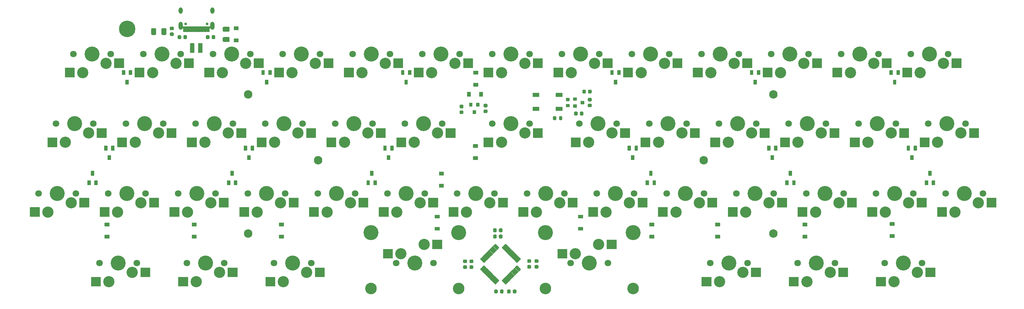
<source format=gbr>
G04 #@! TF.GenerationSoftware,KiCad,Pcbnew,5.1.9*
G04 #@! TF.CreationDate,2021-01-24T20:38:43+01:00*
G04 #@! TF.ProjectId,Shoto,53686f74-6f2e-46b6-9963-61645f706362,rev?*
G04 #@! TF.SameCoordinates,Original*
G04 #@! TF.FileFunction,Soldermask,Bot*
G04 #@! TF.FilePolarity,Negative*
%FSLAX46Y46*%
G04 Gerber Fmt 4.6, Leading zero omitted, Abs format (unit mm)*
G04 Created by KiCad (PCBNEW 5.1.9) date 2021-01-24 20:38:43*
%MOMM*%
%LPD*%
G01*
G04 APERTURE LIST*
%ADD10C,4.082180*%
%ADD11C,3.052000*%
%ADD12C,1.802000*%
%ADD13C,2.302000*%
%ADD14O,1.102000X2.202000*%
%ADD15C,0.752000*%
%ADD16O,1.102000X1.702000*%
%ADD17C,4.502000*%
%ADD18C,3.150000*%
%ADD19C,4.089800*%
%ADD20C,0.100000*%
G04 APERTURE END LIST*
G36*
G01*
X176843000Y-91210000D02*
X176843000Y-93710000D01*
G75*
G02*
X176792000Y-93761000I-51000J0D01*
G01*
X174242000Y-93761000D01*
G75*
G02*
X174191000Y-93710000I0J51000D01*
G01*
X174191000Y-91210000D01*
G75*
G02*
X174242000Y-91159000I51000J0D01*
G01*
X176792000Y-91159000D01*
G75*
G02*
X176843000Y-91210000I0J-51000D01*
G01*
G37*
D10*
X182877000Y-95000000D03*
D11*
X185417000Y-89920000D03*
X179067000Y-92460000D03*
G36*
G01*
X190293000Y-88670000D02*
X190293000Y-91170000D01*
G75*
G02*
X190242000Y-91221000I-51000J0D01*
G01*
X187692000Y-91221000D01*
G75*
G02*
X187641000Y-91170000I0J51000D01*
G01*
X187641000Y-88670000D01*
G75*
G02*
X187692000Y-88619000I51000J0D01*
G01*
X190242000Y-88619000D01*
G75*
G02*
X190293000Y-88670000I0J-51000D01*
G01*
G37*
D12*
X187957000Y-95000000D03*
X177797000Y-95000000D03*
G36*
G01*
X226911000Y-98790000D02*
X226911000Y-96290000D01*
G75*
G02*
X226962000Y-96239000I51000J0D01*
G01*
X229512000Y-96239000D01*
G75*
G02*
X229563000Y-96290000I0J-51000D01*
G01*
X229563000Y-98790000D01*
G75*
G02*
X229512000Y-98841000I-51000J0D01*
G01*
X226962000Y-98841000D01*
G75*
G02*
X226911000Y-98790000I0J51000D01*
G01*
G37*
D10*
X220877000Y-95000000D03*
D11*
X218337000Y-100080000D03*
X224687000Y-97540000D03*
G36*
G01*
X213461000Y-101330000D02*
X213461000Y-98830000D01*
G75*
G02*
X213512000Y-98779000I51000J0D01*
G01*
X216062000Y-98779000D01*
G75*
G02*
X216113000Y-98830000I0J-51000D01*
G01*
X216113000Y-101330000D01*
G75*
G02*
X216062000Y-101381000I-51000J0D01*
G01*
X213512000Y-101381000D01*
G75*
G02*
X213461000Y-101330000I0J51000D01*
G01*
G37*
D12*
X215797000Y-95000000D03*
X225957000Y-95000000D03*
G36*
G01*
X250661000Y-98790000D02*
X250661000Y-96290000D01*
G75*
G02*
X250712000Y-96239000I51000J0D01*
G01*
X253262000Y-96239000D01*
G75*
G02*
X253313000Y-96290000I0J-51000D01*
G01*
X253313000Y-98790000D01*
G75*
G02*
X253262000Y-98841000I-51000J0D01*
G01*
X250712000Y-98841000D01*
G75*
G02*
X250661000Y-98790000I0J51000D01*
G01*
G37*
D10*
X244627000Y-95000000D03*
D11*
X242087000Y-100080000D03*
X248437000Y-97540000D03*
G36*
G01*
X237211000Y-101330000D02*
X237211000Y-98830000D01*
G75*
G02*
X237262000Y-98779000I51000J0D01*
G01*
X239812000Y-98779000D01*
G75*
G02*
X239863000Y-98830000I0J-51000D01*
G01*
X239863000Y-101330000D01*
G75*
G02*
X239812000Y-101381000I-51000J0D01*
G01*
X237262000Y-101381000D01*
G75*
G02*
X237211000Y-101330000I0J51000D01*
G01*
G37*
D12*
X239547000Y-95000000D03*
X249707000Y-95000000D03*
G36*
G01*
X274411000Y-98790000D02*
X274411000Y-96290000D01*
G75*
G02*
X274462000Y-96239000I51000J0D01*
G01*
X277012000Y-96239000D01*
G75*
G02*
X277063000Y-96290000I0J-51000D01*
G01*
X277063000Y-98790000D01*
G75*
G02*
X277012000Y-98841000I-51000J0D01*
G01*
X274462000Y-98841000D01*
G75*
G02*
X274411000Y-98790000I0J51000D01*
G01*
G37*
D10*
X268377000Y-95000000D03*
D11*
X265837000Y-100080000D03*
X272187000Y-97540000D03*
G36*
G01*
X260961000Y-101330000D02*
X260961000Y-98830000D01*
G75*
G02*
X261012000Y-98779000I51000J0D01*
G01*
X263562000Y-98779000D01*
G75*
G02*
X263613000Y-98830000I0J-51000D01*
G01*
X263613000Y-101330000D01*
G75*
G02*
X263562000Y-101381000I-51000J0D01*
G01*
X261012000Y-101381000D01*
G75*
G02*
X260961000Y-101330000I0J51000D01*
G01*
G37*
D12*
X263297000Y-95000000D03*
X273457000Y-95000000D03*
G36*
G01*
X291034000Y-79790000D02*
X291034000Y-77290000D01*
G75*
G02*
X291085000Y-77239000I51000J0D01*
G01*
X293635000Y-77239000D01*
G75*
G02*
X293686000Y-77290000I0J-51000D01*
G01*
X293686000Y-79790000D01*
G75*
G02*
X293635000Y-79841000I-51000J0D01*
G01*
X291085000Y-79841000D01*
G75*
G02*
X291034000Y-79790000I0J51000D01*
G01*
G37*
D10*
X285000000Y-76000000D03*
D11*
X282460000Y-81080000D03*
X288810000Y-78540000D03*
G36*
G01*
X277584000Y-82330000D02*
X277584000Y-79830000D01*
G75*
G02*
X277635000Y-79779000I51000J0D01*
G01*
X280185000Y-79779000D01*
G75*
G02*
X280236000Y-79830000I0J-51000D01*
G01*
X280236000Y-82330000D01*
G75*
G02*
X280185000Y-82381000I-51000J0D01*
G01*
X277635000Y-82381000D01*
G75*
G02*
X277584000Y-82330000I0J51000D01*
G01*
G37*
D12*
X279920000Y-76000000D03*
X290080000Y-76000000D03*
G36*
G01*
X272034000Y-79790000D02*
X272034000Y-77290000D01*
G75*
G02*
X272085000Y-77239000I51000J0D01*
G01*
X274635000Y-77239000D01*
G75*
G02*
X274686000Y-77290000I0J-51000D01*
G01*
X274686000Y-79790000D01*
G75*
G02*
X274635000Y-79841000I-51000J0D01*
G01*
X272085000Y-79841000D01*
G75*
G02*
X272034000Y-79790000I0J51000D01*
G01*
G37*
D10*
X266000000Y-76000000D03*
D11*
X263460000Y-81080000D03*
X269810000Y-78540000D03*
G36*
G01*
X258584000Y-82330000D02*
X258584000Y-79830000D01*
G75*
G02*
X258635000Y-79779000I51000J0D01*
G01*
X261185000Y-79779000D01*
G75*
G02*
X261236000Y-79830000I0J-51000D01*
G01*
X261236000Y-82330000D01*
G75*
G02*
X261185000Y-82381000I-51000J0D01*
G01*
X258635000Y-82381000D01*
G75*
G02*
X258584000Y-82330000I0J51000D01*
G01*
G37*
D12*
X260920000Y-76000000D03*
X271080000Y-76000000D03*
G36*
G01*
X253034000Y-79790000D02*
X253034000Y-77290000D01*
G75*
G02*
X253085000Y-77239000I51000J0D01*
G01*
X255635000Y-77239000D01*
G75*
G02*
X255686000Y-77290000I0J-51000D01*
G01*
X255686000Y-79790000D01*
G75*
G02*
X255635000Y-79841000I-51000J0D01*
G01*
X253085000Y-79841000D01*
G75*
G02*
X253034000Y-79790000I0J51000D01*
G01*
G37*
D10*
X247000000Y-76000000D03*
D11*
X244460000Y-81080000D03*
X250810000Y-78540000D03*
G36*
G01*
X239584000Y-82330000D02*
X239584000Y-79830000D01*
G75*
G02*
X239635000Y-79779000I51000J0D01*
G01*
X242185000Y-79779000D01*
G75*
G02*
X242236000Y-79830000I0J-51000D01*
G01*
X242236000Y-82330000D01*
G75*
G02*
X242185000Y-82381000I-51000J0D01*
G01*
X239635000Y-82381000D01*
G75*
G02*
X239584000Y-82330000I0J51000D01*
G01*
G37*
D12*
X241920000Y-76000000D03*
X252080000Y-76000000D03*
G36*
G01*
X234034000Y-79790000D02*
X234034000Y-77290000D01*
G75*
G02*
X234085000Y-77239000I51000J0D01*
G01*
X236635000Y-77239000D01*
G75*
G02*
X236686000Y-77290000I0J-51000D01*
G01*
X236686000Y-79790000D01*
G75*
G02*
X236635000Y-79841000I-51000J0D01*
G01*
X234085000Y-79841000D01*
G75*
G02*
X234034000Y-79790000I0J51000D01*
G01*
G37*
D10*
X228000000Y-76000000D03*
D11*
X225460000Y-81080000D03*
X231810000Y-78540000D03*
G36*
G01*
X220584000Y-82330000D02*
X220584000Y-79830000D01*
G75*
G02*
X220635000Y-79779000I51000J0D01*
G01*
X223185000Y-79779000D01*
G75*
G02*
X223236000Y-79830000I0J-51000D01*
G01*
X223236000Y-82330000D01*
G75*
G02*
X223185000Y-82381000I-51000J0D01*
G01*
X220635000Y-82381000D01*
G75*
G02*
X220584000Y-82330000I0J51000D01*
G01*
G37*
D12*
X222920000Y-76000000D03*
X233080000Y-76000000D03*
G36*
G01*
X215034000Y-79790000D02*
X215034000Y-77290000D01*
G75*
G02*
X215085000Y-77239000I51000J0D01*
G01*
X217635000Y-77239000D01*
G75*
G02*
X217686000Y-77290000I0J-51000D01*
G01*
X217686000Y-79790000D01*
G75*
G02*
X217635000Y-79841000I-51000J0D01*
G01*
X215085000Y-79841000D01*
G75*
G02*
X215034000Y-79790000I0J51000D01*
G01*
G37*
D10*
X209000000Y-76000000D03*
D11*
X206460000Y-81080000D03*
X212810000Y-78540000D03*
G36*
G01*
X201584000Y-82330000D02*
X201584000Y-79830000D01*
G75*
G02*
X201635000Y-79779000I51000J0D01*
G01*
X204185000Y-79779000D01*
G75*
G02*
X204236000Y-79830000I0J-51000D01*
G01*
X204236000Y-82330000D01*
G75*
G02*
X204185000Y-82381000I-51000J0D01*
G01*
X201635000Y-82381000D01*
G75*
G02*
X201584000Y-82330000I0J51000D01*
G01*
G37*
D12*
X203920000Y-76000000D03*
X214080000Y-76000000D03*
G36*
G01*
X196034000Y-79790000D02*
X196034000Y-77290000D01*
G75*
G02*
X196085000Y-77239000I51000J0D01*
G01*
X198635000Y-77239000D01*
G75*
G02*
X198686000Y-77290000I0J-51000D01*
G01*
X198686000Y-79790000D01*
G75*
G02*
X198635000Y-79841000I-51000J0D01*
G01*
X196085000Y-79841000D01*
G75*
G02*
X196034000Y-79790000I0J51000D01*
G01*
G37*
D10*
X190000000Y-76000000D03*
D11*
X187460000Y-81080000D03*
X193810000Y-78540000D03*
G36*
G01*
X182584000Y-82330000D02*
X182584000Y-79830000D01*
G75*
G02*
X182635000Y-79779000I51000J0D01*
G01*
X185185000Y-79779000D01*
G75*
G02*
X185236000Y-79830000I0J-51000D01*
G01*
X185236000Y-82330000D01*
G75*
G02*
X185185000Y-82381000I-51000J0D01*
G01*
X182635000Y-82381000D01*
G75*
G02*
X182584000Y-82330000I0J51000D01*
G01*
G37*
D12*
X184920000Y-76000000D03*
X195080000Y-76000000D03*
G36*
G01*
X177034000Y-79790000D02*
X177034000Y-77290000D01*
G75*
G02*
X177085000Y-77239000I51000J0D01*
G01*
X179635000Y-77239000D01*
G75*
G02*
X179686000Y-77290000I0J-51000D01*
G01*
X179686000Y-79790000D01*
G75*
G02*
X179635000Y-79841000I-51000J0D01*
G01*
X177085000Y-79841000D01*
G75*
G02*
X177034000Y-79790000I0J51000D01*
G01*
G37*
D10*
X171000000Y-76000000D03*
D11*
X168460000Y-81080000D03*
X174810000Y-78540000D03*
G36*
G01*
X163584000Y-82330000D02*
X163584000Y-79830000D01*
G75*
G02*
X163635000Y-79779000I51000J0D01*
G01*
X166185000Y-79779000D01*
G75*
G02*
X166236000Y-79830000I0J-51000D01*
G01*
X166236000Y-82330000D01*
G75*
G02*
X166185000Y-82381000I-51000J0D01*
G01*
X163635000Y-82381000D01*
G75*
G02*
X163584000Y-82330000I0J51000D01*
G01*
G37*
D12*
X165920000Y-76000000D03*
X176080000Y-76000000D03*
G36*
G01*
X60661000Y-98790000D02*
X60661000Y-96290000D01*
G75*
G02*
X60712000Y-96239000I51000J0D01*
G01*
X63262000Y-96239000D01*
G75*
G02*
X63313000Y-96290000I0J-51000D01*
G01*
X63313000Y-98790000D01*
G75*
G02*
X63262000Y-98841000I-51000J0D01*
G01*
X60712000Y-98841000D01*
G75*
G02*
X60661000Y-98790000I0J51000D01*
G01*
G37*
D10*
X54627000Y-95000000D03*
D11*
X52087000Y-100080000D03*
X58437000Y-97540000D03*
G36*
G01*
X47211000Y-101330000D02*
X47211000Y-98830000D01*
G75*
G02*
X47262000Y-98779000I51000J0D01*
G01*
X49812000Y-98779000D01*
G75*
G02*
X49863000Y-98830000I0J-51000D01*
G01*
X49863000Y-101330000D01*
G75*
G02*
X49812000Y-101381000I-51000J0D01*
G01*
X47262000Y-101381000D01*
G75*
G02*
X47211000Y-101330000I0J51000D01*
G01*
G37*
D12*
X49547000Y-95000000D03*
X59707000Y-95000000D03*
G36*
G01*
X84411000Y-98790000D02*
X84411000Y-96290000D01*
G75*
G02*
X84462000Y-96239000I51000J0D01*
G01*
X87012000Y-96239000D01*
G75*
G02*
X87063000Y-96290000I0J-51000D01*
G01*
X87063000Y-98790000D01*
G75*
G02*
X87012000Y-98841000I-51000J0D01*
G01*
X84462000Y-98841000D01*
G75*
G02*
X84411000Y-98790000I0J51000D01*
G01*
G37*
D10*
X78377000Y-95000000D03*
D11*
X75837000Y-100080000D03*
X82187000Y-97540000D03*
G36*
G01*
X70961000Y-101330000D02*
X70961000Y-98830000D01*
G75*
G02*
X71012000Y-98779000I51000J0D01*
G01*
X73562000Y-98779000D01*
G75*
G02*
X73613000Y-98830000I0J-51000D01*
G01*
X73613000Y-101330000D01*
G75*
G02*
X73562000Y-101381000I-51000J0D01*
G01*
X71012000Y-101381000D01*
G75*
G02*
X70961000Y-101330000I0J51000D01*
G01*
G37*
D12*
X73297000Y-95000000D03*
X83457000Y-95000000D03*
G36*
G01*
X108161000Y-98790000D02*
X108161000Y-96290000D01*
G75*
G02*
X108212000Y-96239000I51000J0D01*
G01*
X110762000Y-96239000D01*
G75*
G02*
X110813000Y-96290000I0J-51000D01*
G01*
X110813000Y-98790000D01*
G75*
G02*
X110762000Y-98841000I-51000J0D01*
G01*
X108212000Y-98841000D01*
G75*
G02*
X108161000Y-98790000I0J51000D01*
G01*
G37*
D10*
X102127000Y-95000000D03*
D11*
X99587000Y-100080000D03*
X105937000Y-97540000D03*
G36*
G01*
X94711000Y-101330000D02*
X94711000Y-98830000D01*
G75*
G02*
X94762000Y-98779000I51000J0D01*
G01*
X97312000Y-98779000D01*
G75*
G02*
X97363000Y-98830000I0J-51000D01*
G01*
X97363000Y-101330000D01*
G75*
G02*
X97312000Y-101381000I-51000J0D01*
G01*
X94762000Y-101381000D01*
G75*
G02*
X94711000Y-101330000I0J51000D01*
G01*
G37*
D12*
X97047000Y-95000000D03*
X107207000Y-95000000D03*
G36*
G01*
X129343000Y-91210000D02*
X129343000Y-93710000D01*
G75*
G02*
X129292000Y-93761000I-51000J0D01*
G01*
X126742000Y-93761000D01*
G75*
G02*
X126691000Y-93710000I0J51000D01*
G01*
X126691000Y-91210000D01*
G75*
G02*
X126742000Y-91159000I51000J0D01*
G01*
X129292000Y-91159000D01*
G75*
G02*
X129343000Y-91210000I0J-51000D01*
G01*
G37*
D10*
X135377000Y-95000000D03*
D11*
X137917000Y-89920000D03*
X131567000Y-92460000D03*
G36*
G01*
X142793000Y-88670000D02*
X142793000Y-91170000D01*
G75*
G02*
X142742000Y-91221000I-51000J0D01*
G01*
X140192000Y-91221000D01*
G75*
G02*
X140141000Y-91170000I0J51000D01*
G01*
X140141000Y-88670000D01*
G75*
G02*
X140192000Y-88619000I51000J0D01*
G01*
X142742000Y-88619000D01*
G75*
G02*
X142793000Y-88670000I0J-51000D01*
G01*
G37*
D12*
X140457000Y-95000000D03*
X130297000Y-95000000D03*
G36*
G01*
X158034000Y-79790000D02*
X158034000Y-77290000D01*
G75*
G02*
X158085000Y-77239000I51000J0D01*
G01*
X160635000Y-77239000D01*
G75*
G02*
X160686000Y-77290000I0J-51000D01*
G01*
X160686000Y-79790000D01*
G75*
G02*
X160635000Y-79841000I-51000J0D01*
G01*
X158085000Y-79841000D01*
G75*
G02*
X158034000Y-79790000I0J51000D01*
G01*
G37*
D10*
X152000000Y-76000000D03*
D11*
X149460000Y-81080000D03*
X155810000Y-78540000D03*
G36*
G01*
X144584000Y-82330000D02*
X144584000Y-79830000D01*
G75*
G02*
X144635000Y-79779000I51000J0D01*
G01*
X147185000Y-79779000D01*
G75*
G02*
X147236000Y-79830000I0J-51000D01*
G01*
X147236000Y-82330000D01*
G75*
G02*
X147185000Y-82381000I-51000J0D01*
G01*
X144635000Y-82381000D01*
G75*
G02*
X144584000Y-82330000I0J51000D01*
G01*
G37*
D12*
X146920000Y-76000000D03*
X157080000Y-76000000D03*
G36*
G01*
X139034000Y-79790000D02*
X139034000Y-77290000D01*
G75*
G02*
X139085000Y-77239000I51000J0D01*
G01*
X141635000Y-77239000D01*
G75*
G02*
X141686000Y-77290000I0J-51000D01*
G01*
X141686000Y-79790000D01*
G75*
G02*
X141635000Y-79841000I-51000J0D01*
G01*
X139085000Y-79841000D01*
G75*
G02*
X139034000Y-79790000I0J51000D01*
G01*
G37*
D10*
X133000000Y-76000000D03*
D11*
X130460000Y-81080000D03*
X136810000Y-78540000D03*
G36*
G01*
X125584000Y-82330000D02*
X125584000Y-79830000D01*
G75*
G02*
X125635000Y-79779000I51000J0D01*
G01*
X128185000Y-79779000D01*
G75*
G02*
X128236000Y-79830000I0J-51000D01*
G01*
X128236000Y-82330000D01*
G75*
G02*
X128185000Y-82381000I-51000J0D01*
G01*
X125635000Y-82381000D01*
G75*
G02*
X125584000Y-82330000I0J51000D01*
G01*
G37*
D12*
X127920000Y-76000000D03*
X138080000Y-76000000D03*
G36*
G01*
X120034000Y-79790000D02*
X120034000Y-77290000D01*
G75*
G02*
X120085000Y-77239000I51000J0D01*
G01*
X122635000Y-77239000D01*
G75*
G02*
X122686000Y-77290000I0J-51000D01*
G01*
X122686000Y-79790000D01*
G75*
G02*
X122635000Y-79841000I-51000J0D01*
G01*
X120085000Y-79841000D01*
G75*
G02*
X120034000Y-79790000I0J51000D01*
G01*
G37*
D10*
X114000000Y-76000000D03*
D11*
X111460000Y-81080000D03*
X117810000Y-78540000D03*
G36*
G01*
X106584000Y-82330000D02*
X106584000Y-79830000D01*
G75*
G02*
X106635000Y-79779000I51000J0D01*
G01*
X109185000Y-79779000D01*
G75*
G02*
X109236000Y-79830000I0J-51000D01*
G01*
X109236000Y-82330000D01*
G75*
G02*
X109185000Y-82381000I-51000J0D01*
G01*
X106635000Y-82381000D01*
G75*
G02*
X106584000Y-82330000I0J51000D01*
G01*
G37*
D12*
X108920000Y-76000000D03*
X119080000Y-76000000D03*
G36*
G01*
X101034000Y-79790000D02*
X101034000Y-77290000D01*
G75*
G02*
X101085000Y-77239000I51000J0D01*
G01*
X103635000Y-77239000D01*
G75*
G02*
X103686000Y-77290000I0J-51000D01*
G01*
X103686000Y-79790000D01*
G75*
G02*
X103635000Y-79841000I-51000J0D01*
G01*
X101085000Y-79841000D01*
G75*
G02*
X101034000Y-79790000I0J51000D01*
G01*
G37*
D10*
X95000000Y-76000000D03*
D11*
X92460000Y-81080000D03*
X98810000Y-78540000D03*
G36*
G01*
X87584000Y-82330000D02*
X87584000Y-79830000D01*
G75*
G02*
X87635000Y-79779000I51000J0D01*
G01*
X90185000Y-79779000D01*
G75*
G02*
X90236000Y-79830000I0J-51000D01*
G01*
X90236000Y-82330000D01*
G75*
G02*
X90185000Y-82381000I-51000J0D01*
G01*
X87635000Y-82381000D01*
G75*
G02*
X87584000Y-82330000I0J51000D01*
G01*
G37*
D12*
X89920000Y-76000000D03*
X100080000Y-76000000D03*
G36*
G01*
X82034000Y-79790000D02*
X82034000Y-77290000D01*
G75*
G02*
X82085000Y-77239000I51000J0D01*
G01*
X84635000Y-77239000D01*
G75*
G02*
X84686000Y-77290000I0J-51000D01*
G01*
X84686000Y-79790000D01*
G75*
G02*
X84635000Y-79841000I-51000J0D01*
G01*
X82085000Y-79841000D01*
G75*
G02*
X82034000Y-79790000I0J51000D01*
G01*
G37*
D10*
X76000000Y-76000000D03*
D11*
X73460000Y-81080000D03*
X79810000Y-78540000D03*
G36*
G01*
X68584000Y-82330000D02*
X68584000Y-79830000D01*
G75*
G02*
X68635000Y-79779000I51000J0D01*
G01*
X71185000Y-79779000D01*
G75*
G02*
X71236000Y-79830000I0J-51000D01*
G01*
X71236000Y-82330000D01*
G75*
G02*
X71185000Y-82381000I-51000J0D01*
G01*
X68635000Y-82381000D01*
G75*
G02*
X68584000Y-82330000I0J51000D01*
G01*
G37*
D12*
X70920000Y-76000000D03*
X81080000Y-76000000D03*
G36*
G01*
X63034000Y-79790000D02*
X63034000Y-77290000D01*
G75*
G02*
X63085000Y-77239000I51000J0D01*
G01*
X65635000Y-77239000D01*
G75*
G02*
X65686000Y-77290000I0J-51000D01*
G01*
X65686000Y-79790000D01*
G75*
G02*
X65635000Y-79841000I-51000J0D01*
G01*
X63085000Y-79841000D01*
G75*
G02*
X63034000Y-79790000I0J51000D01*
G01*
G37*
D10*
X57000000Y-76000000D03*
D11*
X54460000Y-81080000D03*
X60810000Y-78540000D03*
G36*
G01*
X49584000Y-82330000D02*
X49584000Y-79830000D01*
G75*
G02*
X49635000Y-79779000I51000J0D01*
G01*
X52185000Y-79779000D01*
G75*
G02*
X52236000Y-79830000I0J-51000D01*
G01*
X52236000Y-82330000D01*
G75*
G02*
X52185000Y-82381000I-51000J0D01*
G01*
X49635000Y-82381000D01*
G75*
G02*
X49584000Y-82330000I0J51000D01*
G01*
G37*
D12*
X51920000Y-76000000D03*
X62080000Y-76000000D03*
G36*
G01*
X44034000Y-79790000D02*
X44034000Y-77290000D01*
G75*
G02*
X44085000Y-77239000I51000J0D01*
G01*
X46635000Y-77239000D01*
G75*
G02*
X46686000Y-77290000I0J-51000D01*
G01*
X46686000Y-79790000D01*
G75*
G02*
X46635000Y-79841000I-51000J0D01*
G01*
X44085000Y-79841000D01*
G75*
G02*
X44034000Y-79790000I0J51000D01*
G01*
G37*
D10*
X38000000Y-76000000D03*
D11*
X35460000Y-81080000D03*
X41810000Y-78540000D03*
G36*
G01*
X30584000Y-82330000D02*
X30584000Y-79830000D01*
G75*
G02*
X30635000Y-79779000I51000J0D01*
G01*
X33185000Y-79779000D01*
G75*
G02*
X33236000Y-79830000I0J-51000D01*
G01*
X33236000Y-82330000D01*
G75*
G02*
X33185000Y-82381000I-51000J0D01*
G01*
X30635000Y-82381000D01*
G75*
G02*
X30584000Y-82330000I0J51000D01*
G01*
G37*
D12*
X32920000Y-76000000D03*
X43080000Y-76000000D03*
G36*
G01*
X48784000Y-60790000D02*
X48784000Y-58290000D01*
G75*
G02*
X48835000Y-58239000I51000J0D01*
G01*
X51385000Y-58239000D01*
G75*
G02*
X51436000Y-58290000I0J-51000D01*
G01*
X51436000Y-60790000D01*
G75*
G02*
X51385000Y-60841000I-51000J0D01*
G01*
X48835000Y-60841000D01*
G75*
G02*
X48784000Y-60790000I0J51000D01*
G01*
G37*
D10*
X42750000Y-57000000D03*
D11*
X40210000Y-62080000D03*
X46560000Y-59540000D03*
G36*
G01*
X35334000Y-63330000D02*
X35334000Y-60830000D01*
G75*
G02*
X35385000Y-60779000I51000J0D01*
G01*
X37935000Y-60779000D01*
G75*
G02*
X37986000Y-60830000I0J-51000D01*
G01*
X37986000Y-63330000D01*
G75*
G02*
X37935000Y-63381000I-51000J0D01*
G01*
X35385000Y-63381000D01*
G75*
G02*
X35334000Y-63330000I0J51000D01*
G01*
G37*
D12*
X37670000Y-57000000D03*
X47830000Y-57000000D03*
G36*
G01*
X67784000Y-60790000D02*
X67784000Y-58290000D01*
G75*
G02*
X67835000Y-58239000I51000J0D01*
G01*
X70385000Y-58239000D01*
G75*
G02*
X70436000Y-58290000I0J-51000D01*
G01*
X70436000Y-60790000D01*
G75*
G02*
X70385000Y-60841000I-51000J0D01*
G01*
X67835000Y-60841000D01*
G75*
G02*
X67784000Y-60790000I0J51000D01*
G01*
G37*
D10*
X61750000Y-57000000D03*
D11*
X59210000Y-62080000D03*
X65560000Y-59540000D03*
G36*
G01*
X54334000Y-63330000D02*
X54334000Y-60830000D01*
G75*
G02*
X54385000Y-60779000I51000J0D01*
G01*
X56935000Y-60779000D01*
G75*
G02*
X56986000Y-60830000I0J-51000D01*
G01*
X56986000Y-63330000D01*
G75*
G02*
X56935000Y-63381000I-51000J0D01*
G01*
X54385000Y-63381000D01*
G75*
G02*
X54334000Y-63330000I0J51000D01*
G01*
G37*
D12*
X56670000Y-57000000D03*
X66830000Y-57000000D03*
G36*
G01*
X86784000Y-60790000D02*
X86784000Y-58290000D01*
G75*
G02*
X86835000Y-58239000I51000J0D01*
G01*
X89385000Y-58239000D01*
G75*
G02*
X89436000Y-58290000I0J-51000D01*
G01*
X89436000Y-60790000D01*
G75*
G02*
X89385000Y-60841000I-51000J0D01*
G01*
X86835000Y-60841000D01*
G75*
G02*
X86784000Y-60790000I0J51000D01*
G01*
G37*
D10*
X80750000Y-57000000D03*
D11*
X78210000Y-62080000D03*
X84560000Y-59540000D03*
G36*
G01*
X73334000Y-63330000D02*
X73334000Y-60830000D01*
G75*
G02*
X73385000Y-60779000I51000J0D01*
G01*
X75935000Y-60779000D01*
G75*
G02*
X75986000Y-60830000I0J-51000D01*
G01*
X75986000Y-63330000D01*
G75*
G02*
X75935000Y-63381000I-51000J0D01*
G01*
X73385000Y-63381000D01*
G75*
G02*
X73334000Y-63330000I0J51000D01*
G01*
G37*
D12*
X75670000Y-57000000D03*
X85830000Y-57000000D03*
G36*
G01*
X105784000Y-60790000D02*
X105784000Y-58290000D01*
G75*
G02*
X105835000Y-58239000I51000J0D01*
G01*
X108385000Y-58239000D01*
G75*
G02*
X108436000Y-58290000I0J-51000D01*
G01*
X108436000Y-60790000D01*
G75*
G02*
X108385000Y-60841000I-51000J0D01*
G01*
X105835000Y-60841000D01*
G75*
G02*
X105784000Y-60790000I0J51000D01*
G01*
G37*
D10*
X99750000Y-57000000D03*
D11*
X97210000Y-62080000D03*
X103560000Y-59540000D03*
G36*
G01*
X92334000Y-63330000D02*
X92334000Y-60830000D01*
G75*
G02*
X92385000Y-60779000I51000J0D01*
G01*
X94935000Y-60779000D01*
G75*
G02*
X94986000Y-60830000I0J-51000D01*
G01*
X94986000Y-63330000D01*
G75*
G02*
X94935000Y-63381000I-51000J0D01*
G01*
X92385000Y-63381000D01*
G75*
G02*
X92334000Y-63330000I0J51000D01*
G01*
G37*
D12*
X94670000Y-57000000D03*
X104830000Y-57000000D03*
G36*
G01*
X124784000Y-60790000D02*
X124784000Y-58290000D01*
G75*
G02*
X124835000Y-58239000I51000J0D01*
G01*
X127385000Y-58239000D01*
G75*
G02*
X127436000Y-58290000I0J-51000D01*
G01*
X127436000Y-60790000D01*
G75*
G02*
X127385000Y-60841000I-51000J0D01*
G01*
X124835000Y-60841000D01*
G75*
G02*
X124784000Y-60790000I0J51000D01*
G01*
G37*
D10*
X118750000Y-57000000D03*
D11*
X116210000Y-62080000D03*
X122560000Y-59540000D03*
G36*
G01*
X111334000Y-63330000D02*
X111334000Y-60830000D01*
G75*
G02*
X111385000Y-60779000I51000J0D01*
G01*
X113935000Y-60779000D01*
G75*
G02*
X113986000Y-60830000I0J-51000D01*
G01*
X113986000Y-63330000D01*
G75*
G02*
X113935000Y-63381000I-51000J0D01*
G01*
X111385000Y-63381000D01*
G75*
G02*
X111334000Y-63330000I0J51000D01*
G01*
G37*
D12*
X113670000Y-57000000D03*
X123830000Y-57000000D03*
G36*
G01*
X143784000Y-60790000D02*
X143784000Y-58290000D01*
G75*
G02*
X143835000Y-58239000I51000J0D01*
G01*
X146385000Y-58239000D01*
G75*
G02*
X146436000Y-58290000I0J-51000D01*
G01*
X146436000Y-60790000D01*
G75*
G02*
X146385000Y-60841000I-51000J0D01*
G01*
X143835000Y-60841000D01*
G75*
G02*
X143784000Y-60790000I0J51000D01*
G01*
G37*
D10*
X137750000Y-57000000D03*
D11*
X135210000Y-62080000D03*
X141560000Y-59540000D03*
G36*
G01*
X130334000Y-63330000D02*
X130334000Y-60830000D01*
G75*
G02*
X130385000Y-60779000I51000J0D01*
G01*
X132935000Y-60779000D01*
G75*
G02*
X132986000Y-60830000I0J-51000D01*
G01*
X132986000Y-63330000D01*
G75*
G02*
X132935000Y-63381000I-51000J0D01*
G01*
X130385000Y-63381000D01*
G75*
G02*
X130334000Y-63330000I0J51000D01*
G01*
G37*
D12*
X132670000Y-57000000D03*
X142830000Y-57000000D03*
G36*
G01*
X167534000Y-60790000D02*
X167534000Y-58290000D01*
G75*
G02*
X167585000Y-58239000I51000J0D01*
G01*
X170135000Y-58239000D01*
G75*
G02*
X170186000Y-58290000I0J-51000D01*
G01*
X170186000Y-60790000D01*
G75*
G02*
X170135000Y-60841000I-51000J0D01*
G01*
X167585000Y-60841000D01*
G75*
G02*
X167534000Y-60790000I0J51000D01*
G01*
G37*
D10*
X161500000Y-57000000D03*
D11*
X158960000Y-62080000D03*
X165310000Y-59540000D03*
G36*
G01*
X154084000Y-63330000D02*
X154084000Y-60830000D01*
G75*
G02*
X154135000Y-60779000I51000J0D01*
G01*
X156685000Y-60779000D01*
G75*
G02*
X156736000Y-60830000I0J-51000D01*
G01*
X156736000Y-63330000D01*
G75*
G02*
X156685000Y-63381000I-51000J0D01*
G01*
X154135000Y-63381000D01*
G75*
G02*
X154084000Y-63330000I0J51000D01*
G01*
G37*
D12*
X156420000Y-57000000D03*
X166580000Y-57000000D03*
G36*
G01*
X191284000Y-60790000D02*
X191284000Y-58290000D01*
G75*
G02*
X191335000Y-58239000I51000J0D01*
G01*
X193885000Y-58239000D01*
G75*
G02*
X193936000Y-58290000I0J-51000D01*
G01*
X193936000Y-60790000D01*
G75*
G02*
X193885000Y-60841000I-51000J0D01*
G01*
X191335000Y-60841000D01*
G75*
G02*
X191284000Y-60790000I0J51000D01*
G01*
G37*
D10*
X185250000Y-57000000D03*
D11*
X182710000Y-62080000D03*
X189060000Y-59540000D03*
G36*
G01*
X177834000Y-63330000D02*
X177834000Y-60830000D01*
G75*
G02*
X177885000Y-60779000I51000J0D01*
G01*
X180435000Y-60779000D01*
G75*
G02*
X180486000Y-60830000I0J-51000D01*
G01*
X180486000Y-63330000D01*
G75*
G02*
X180435000Y-63381000I-51000J0D01*
G01*
X177885000Y-63381000D01*
G75*
G02*
X177834000Y-63330000I0J51000D01*
G01*
G37*
D12*
X180170000Y-57000000D03*
X190330000Y-57000000D03*
G36*
G01*
X210284000Y-60790000D02*
X210284000Y-58290000D01*
G75*
G02*
X210335000Y-58239000I51000J0D01*
G01*
X212885000Y-58239000D01*
G75*
G02*
X212936000Y-58290000I0J-51000D01*
G01*
X212936000Y-60790000D01*
G75*
G02*
X212885000Y-60841000I-51000J0D01*
G01*
X210335000Y-60841000D01*
G75*
G02*
X210284000Y-60790000I0J51000D01*
G01*
G37*
D10*
X204250000Y-57000000D03*
D11*
X201710000Y-62080000D03*
X208060000Y-59540000D03*
G36*
G01*
X196834000Y-63330000D02*
X196834000Y-60830000D01*
G75*
G02*
X196885000Y-60779000I51000J0D01*
G01*
X199435000Y-60779000D01*
G75*
G02*
X199486000Y-60830000I0J-51000D01*
G01*
X199486000Y-63330000D01*
G75*
G02*
X199435000Y-63381000I-51000J0D01*
G01*
X196885000Y-63381000D01*
G75*
G02*
X196834000Y-63330000I0J51000D01*
G01*
G37*
D12*
X199170000Y-57000000D03*
X209330000Y-57000000D03*
G36*
G01*
X229284000Y-60790000D02*
X229284000Y-58290000D01*
G75*
G02*
X229335000Y-58239000I51000J0D01*
G01*
X231885000Y-58239000D01*
G75*
G02*
X231936000Y-58290000I0J-51000D01*
G01*
X231936000Y-60790000D01*
G75*
G02*
X231885000Y-60841000I-51000J0D01*
G01*
X229335000Y-60841000D01*
G75*
G02*
X229284000Y-60790000I0J51000D01*
G01*
G37*
D10*
X223250000Y-57000000D03*
D11*
X220710000Y-62080000D03*
X227060000Y-59540000D03*
G36*
G01*
X215834000Y-63330000D02*
X215834000Y-60830000D01*
G75*
G02*
X215885000Y-60779000I51000J0D01*
G01*
X218435000Y-60779000D01*
G75*
G02*
X218486000Y-60830000I0J-51000D01*
G01*
X218486000Y-63330000D01*
G75*
G02*
X218435000Y-63381000I-51000J0D01*
G01*
X215885000Y-63381000D01*
G75*
G02*
X215834000Y-63330000I0J51000D01*
G01*
G37*
D12*
X218170000Y-57000000D03*
X228330000Y-57000000D03*
G36*
G01*
X248284000Y-60790000D02*
X248284000Y-58290000D01*
G75*
G02*
X248335000Y-58239000I51000J0D01*
G01*
X250885000Y-58239000D01*
G75*
G02*
X250936000Y-58290000I0J-51000D01*
G01*
X250936000Y-60790000D01*
G75*
G02*
X250885000Y-60841000I-51000J0D01*
G01*
X248335000Y-60841000D01*
G75*
G02*
X248284000Y-60790000I0J51000D01*
G01*
G37*
D10*
X242250000Y-57000000D03*
D11*
X239710000Y-62080000D03*
X246060000Y-59540000D03*
G36*
G01*
X234834000Y-63330000D02*
X234834000Y-60830000D01*
G75*
G02*
X234885000Y-60779000I51000J0D01*
G01*
X237435000Y-60779000D01*
G75*
G02*
X237486000Y-60830000I0J-51000D01*
G01*
X237486000Y-63330000D01*
G75*
G02*
X237435000Y-63381000I-51000J0D01*
G01*
X234885000Y-63381000D01*
G75*
G02*
X234834000Y-63330000I0J51000D01*
G01*
G37*
D12*
X237170000Y-57000000D03*
X247330000Y-57000000D03*
G36*
G01*
X267284000Y-60790000D02*
X267284000Y-58290000D01*
G75*
G02*
X267335000Y-58239000I51000J0D01*
G01*
X269885000Y-58239000D01*
G75*
G02*
X269936000Y-58290000I0J-51000D01*
G01*
X269936000Y-60790000D01*
G75*
G02*
X269885000Y-60841000I-51000J0D01*
G01*
X267335000Y-60841000D01*
G75*
G02*
X267284000Y-60790000I0J51000D01*
G01*
G37*
D10*
X261250000Y-57000000D03*
D11*
X258710000Y-62080000D03*
X265060000Y-59540000D03*
G36*
G01*
X253834000Y-63330000D02*
X253834000Y-60830000D01*
G75*
G02*
X253885000Y-60779000I51000J0D01*
G01*
X256435000Y-60779000D01*
G75*
G02*
X256486000Y-60830000I0J-51000D01*
G01*
X256486000Y-63330000D01*
G75*
G02*
X256435000Y-63381000I-51000J0D01*
G01*
X253885000Y-63381000D01*
G75*
G02*
X253834000Y-63330000I0J51000D01*
G01*
G37*
D12*
X256170000Y-57000000D03*
X266330000Y-57000000D03*
G36*
G01*
X286284000Y-60790000D02*
X286284000Y-58290000D01*
G75*
G02*
X286335000Y-58239000I51000J0D01*
G01*
X288885000Y-58239000D01*
G75*
G02*
X288936000Y-58290000I0J-51000D01*
G01*
X288936000Y-60790000D01*
G75*
G02*
X288885000Y-60841000I-51000J0D01*
G01*
X286335000Y-60841000D01*
G75*
G02*
X286284000Y-60790000I0J51000D01*
G01*
G37*
D10*
X280250000Y-57000000D03*
D11*
X277710000Y-62080000D03*
X284060000Y-59540000D03*
G36*
G01*
X272834000Y-63330000D02*
X272834000Y-60830000D01*
G75*
G02*
X272885000Y-60779000I51000J0D01*
G01*
X275435000Y-60779000D01*
G75*
G02*
X275486000Y-60830000I0J-51000D01*
G01*
X275486000Y-63330000D01*
G75*
G02*
X275435000Y-63381000I-51000J0D01*
G01*
X272885000Y-63381000D01*
G75*
G02*
X272834000Y-63330000I0J51000D01*
G01*
G37*
D12*
X275170000Y-57000000D03*
X285330000Y-57000000D03*
G36*
G01*
X281534000Y-41790000D02*
X281534000Y-39290000D01*
G75*
G02*
X281585000Y-39239000I51000J0D01*
G01*
X284135000Y-39239000D01*
G75*
G02*
X284186000Y-39290000I0J-51000D01*
G01*
X284186000Y-41790000D01*
G75*
G02*
X284135000Y-41841000I-51000J0D01*
G01*
X281585000Y-41841000D01*
G75*
G02*
X281534000Y-41790000I0J51000D01*
G01*
G37*
D10*
X275500000Y-38000000D03*
D11*
X272960000Y-43080000D03*
X279310000Y-40540000D03*
G36*
G01*
X268084000Y-44330000D02*
X268084000Y-41830000D01*
G75*
G02*
X268135000Y-41779000I51000J0D01*
G01*
X270685000Y-41779000D01*
G75*
G02*
X270736000Y-41830000I0J-51000D01*
G01*
X270736000Y-44330000D01*
G75*
G02*
X270685000Y-44381000I-51000J0D01*
G01*
X268135000Y-44381000D01*
G75*
G02*
X268084000Y-44330000I0J51000D01*
G01*
G37*
D12*
X270420000Y-38000000D03*
X280580000Y-38000000D03*
G36*
G01*
X262534000Y-41790000D02*
X262534000Y-39290000D01*
G75*
G02*
X262585000Y-39239000I51000J0D01*
G01*
X265135000Y-39239000D01*
G75*
G02*
X265186000Y-39290000I0J-51000D01*
G01*
X265186000Y-41790000D01*
G75*
G02*
X265135000Y-41841000I-51000J0D01*
G01*
X262585000Y-41841000D01*
G75*
G02*
X262534000Y-41790000I0J51000D01*
G01*
G37*
D10*
X256500000Y-38000000D03*
D11*
X253960000Y-43080000D03*
X260310000Y-40540000D03*
G36*
G01*
X249084000Y-44330000D02*
X249084000Y-41830000D01*
G75*
G02*
X249135000Y-41779000I51000J0D01*
G01*
X251685000Y-41779000D01*
G75*
G02*
X251736000Y-41830000I0J-51000D01*
G01*
X251736000Y-44330000D01*
G75*
G02*
X251685000Y-44381000I-51000J0D01*
G01*
X249135000Y-44381000D01*
G75*
G02*
X249084000Y-44330000I0J51000D01*
G01*
G37*
D12*
X251420000Y-38000000D03*
X261580000Y-38000000D03*
G36*
G01*
X243534000Y-41790000D02*
X243534000Y-39290000D01*
G75*
G02*
X243585000Y-39239000I51000J0D01*
G01*
X246135000Y-39239000D01*
G75*
G02*
X246186000Y-39290000I0J-51000D01*
G01*
X246186000Y-41790000D01*
G75*
G02*
X246135000Y-41841000I-51000J0D01*
G01*
X243585000Y-41841000D01*
G75*
G02*
X243534000Y-41790000I0J51000D01*
G01*
G37*
D10*
X237500000Y-38000000D03*
D11*
X234960000Y-43080000D03*
X241310000Y-40540000D03*
G36*
G01*
X230084000Y-44330000D02*
X230084000Y-41830000D01*
G75*
G02*
X230135000Y-41779000I51000J0D01*
G01*
X232685000Y-41779000D01*
G75*
G02*
X232736000Y-41830000I0J-51000D01*
G01*
X232736000Y-44330000D01*
G75*
G02*
X232685000Y-44381000I-51000J0D01*
G01*
X230135000Y-44381000D01*
G75*
G02*
X230084000Y-44330000I0J51000D01*
G01*
G37*
D12*
X232420000Y-38000000D03*
X242580000Y-38000000D03*
G36*
G01*
X224534000Y-41790000D02*
X224534000Y-39290000D01*
G75*
G02*
X224585000Y-39239000I51000J0D01*
G01*
X227135000Y-39239000D01*
G75*
G02*
X227186000Y-39290000I0J-51000D01*
G01*
X227186000Y-41790000D01*
G75*
G02*
X227135000Y-41841000I-51000J0D01*
G01*
X224585000Y-41841000D01*
G75*
G02*
X224534000Y-41790000I0J51000D01*
G01*
G37*
D10*
X218500000Y-38000000D03*
D11*
X215960000Y-43080000D03*
X222310000Y-40540000D03*
G36*
G01*
X211084000Y-44330000D02*
X211084000Y-41830000D01*
G75*
G02*
X211135000Y-41779000I51000J0D01*
G01*
X213685000Y-41779000D01*
G75*
G02*
X213736000Y-41830000I0J-51000D01*
G01*
X213736000Y-44330000D01*
G75*
G02*
X213685000Y-44381000I-51000J0D01*
G01*
X211135000Y-44381000D01*
G75*
G02*
X211084000Y-44330000I0J51000D01*
G01*
G37*
D12*
X213420000Y-38000000D03*
X223580000Y-38000000D03*
G36*
G01*
X53534000Y-41790000D02*
X53534000Y-39290000D01*
G75*
G02*
X53585000Y-39239000I51000J0D01*
G01*
X56135000Y-39239000D01*
G75*
G02*
X56186000Y-39290000I0J-51000D01*
G01*
X56186000Y-41790000D01*
G75*
G02*
X56135000Y-41841000I-51000J0D01*
G01*
X53585000Y-41841000D01*
G75*
G02*
X53534000Y-41790000I0J51000D01*
G01*
G37*
D10*
X47500000Y-38000000D03*
D11*
X44960000Y-43080000D03*
X51310000Y-40540000D03*
G36*
G01*
X40084000Y-44330000D02*
X40084000Y-41830000D01*
G75*
G02*
X40135000Y-41779000I51000J0D01*
G01*
X42685000Y-41779000D01*
G75*
G02*
X42736000Y-41830000I0J-51000D01*
G01*
X42736000Y-44330000D01*
G75*
G02*
X42685000Y-44381000I-51000J0D01*
G01*
X40135000Y-44381000D01*
G75*
G02*
X40084000Y-44330000I0J51000D01*
G01*
G37*
D12*
X42420000Y-38000000D03*
X52580000Y-38000000D03*
G36*
G01*
X72534000Y-41790000D02*
X72534000Y-39290000D01*
G75*
G02*
X72585000Y-39239000I51000J0D01*
G01*
X75135000Y-39239000D01*
G75*
G02*
X75186000Y-39290000I0J-51000D01*
G01*
X75186000Y-41790000D01*
G75*
G02*
X75135000Y-41841000I-51000J0D01*
G01*
X72585000Y-41841000D01*
G75*
G02*
X72534000Y-41790000I0J51000D01*
G01*
G37*
D10*
X66500000Y-38000000D03*
D11*
X63960000Y-43080000D03*
X70310000Y-40540000D03*
G36*
G01*
X59084000Y-44330000D02*
X59084000Y-41830000D01*
G75*
G02*
X59135000Y-41779000I51000J0D01*
G01*
X61685000Y-41779000D01*
G75*
G02*
X61736000Y-41830000I0J-51000D01*
G01*
X61736000Y-44330000D01*
G75*
G02*
X61685000Y-44381000I-51000J0D01*
G01*
X59135000Y-44381000D01*
G75*
G02*
X59084000Y-44330000I0J51000D01*
G01*
G37*
D12*
X61420000Y-38000000D03*
X71580000Y-38000000D03*
G36*
G01*
X91534000Y-41790000D02*
X91534000Y-39290000D01*
G75*
G02*
X91585000Y-39239000I51000J0D01*
G01*
X94135000Y-39239000D01*
G75*
G02*
X94186000Y-39290000I0J-51000D01*
G01*
X94186000Y-41790000D01*
G75*
G02*
X94135000Y-41841000I-51000J0D01*
G01*
X91585000Y-41841000D01*
G75*
G02*
X91534000Y-41790000I0J51000D01*
G01*
G37*
D10*
X85500000Y-38000000D03*
D11*
X82960000Y-43080000D03*
X89310000Y-40540000D03*
G36*
G01*
X78084000Y-44330000D02*
X78084000Y-41830000D01*
G75*
G02*
X78135000Y-41779000I51000J0D01*
G01*
X80685000Y-41779000D01*
G75*
G02*
X80736000Y-41830000I0J-51000D01*
G01*
X80736000Y-44330000D01*
G75*
G02*
X80685000Y-44381000I-51000J0D01*
G01*
X78135000Y-44381000D01*
G75*
G02*
X78084000Y-44330000I0J51000D01*
G01*
G37*
D12*
X80420000Y-38000000D03*
X90580000Y-38000000D03*
G36*
G01*
X110534000Y-41790000D02*
X110534000Y-39290000D01*
G75*
G02*
X110585000Y-39239000I51000J0D01*
G01*
X113135000Y-39239000D01*
G75*
G02*
X113186000Y-39290000I0J-51000D01*
G01*
X113186000Y-41790000D01*
G75*
G02*
X113135000Y-41841000I-51000J0D01*
G01*
X110585000Y-41841000D01*
G75*
G02*
X110534000Y-41790000I0J51000D01*
G01*
G37*
D10*
X104500000Y-38000000D03*
D11*
X101960000Y-43080000D03*
X108310000Y-40540000D03*
G36*
G01*
X97084000Y-44330000D02*
X97084000Y-41830000D01*
G75*
G02*
X97135000Y-41779000I51000J0D01*
G01*
X99685000Y-41779000D01*
G75*
G02*
X99736000Y-41830000I0J-51000D01*
G01*
X99736000Y-44330000D01*
G75*
G02*
X99685000Y-44381000I-51000J0D01*
G01*
X97135000Y-44381000D01*
G75*
G02*
X97084000Y-44330000I0J51000D01*
G01*
G37*
D12*
X99420000Y-38000000D03*
X109580000Y-38000000D03*
G36*
G01*
X129534000Y-41790000D02*
X129534000Y-39290000D01*
G75*
G02*
X129585000Y-39239000I51000J0D01*
G01*
X132135000Y-39239000D01*
G75*
G02*
X132186000Y-39290000I0J-51000D01*
G01*
X132186000Y-41790000D01*
G75*
G02*
X132135000Y-41841000I-51000J0D01*
G01*
X129585000Y-41841000D01*
G75*
G02*
X129534000Y-41790000I0J51000D01*
G01*
G37*
D10*
X123500000Y-38000000D03*
D11*
X120960000Y-43080000D03*
X127310000Y-40540000D03*
G36*
G01*
X116084000Y-44330000D02*
X116084000Y-41830000D01*
G75*
G02*
X116135000Y-41779000I51000J0D01*
G01*
X118685000Y-41779000D01*
G75*
G02*
X118736000Y-41830000I0J-51000D01*
G01*
X118736000Y-44330000D01*
G75*
G02*
X118685000Y-44381000I-51000J0D01*
G01*
X116135000Y-44381000D01*
G75*
G02*
X116084000Y-44330000I0J51000D01*
G01*
G37*
D12*
X118420000Y-38000000D03*
X128580000Y-38000000D03*
G36*
G01*
X148534000Y-41790000D02*
X148534000Y-39290000D01*
G75*
G02*
X148585000Y-39239000I51000J0D01*
G01*
X151135000Y-39239000D01*
G75*
G02*
X151186000Y-39290000I0J-51000D01*
G01*
X151186000Y-41790000D01*
G75*
G02*
X151135000Y-41841000I-51000J0D01*
G01*
X148585000Y-41841000D01*
G75*
G02*
X148534000Y-41790000I0J51000D01*
G01*
G37*
D10*
X142500000Y-38000000D03*
D11*
X139960000Y-43080000D03*
X146310000Y-40540000D03*
G36*
G01*
X135084000Y-44330000D02*
X135084000Y-41830000D01*
G75*
G02*
X135135000Y-41779000I51000J0D01*
G01*
X137685000Y-41779000D01*
G75*
G02*
X137736000Y-41830000I0J-51000D01*
G01*
X137736000Y-44330000D01*
G75*
G02*
X137685000Y-44381000I-51000J0D01*
G01*
X135135000Y-44381000D01*
G75*
G02*
X135084000Y-44330000I0J51000D01*
G01*
G37*
D12*
X137420000Y-38000000D03*
X147580000Y-38000000D03*
G36*
G01*
X167534000Y-41790000D02*
X167534000Y-39290000D01*
G75*
G02*
X167585000Y-39239000I51000J0D01*
G01*
X170135000Y-39239000D01*
G75*
G02*
X170186000Y-39290000I0J-51000D01*
G01*
X170186000Y-41790000D01*
G75*
G02*
X170135000Y-41841000I-51000J0D01*
G01*
X167585000Y-41841000D01*
G75*
G02*
X167534000Y-41790000I0J51000D01*
G01*
G37*
D10*
X161500000Y-38000000D03*
D11*
X158960000Y-43080000D03*
X165310000Y-40540000D03*
G36*
G01*
X154084000Y-44330000D02*
X154084000Y-41830000D01*
G75*
G02*
X154135000Y-41779000I51000J0D01*
G01*
X156685000Y-41779000D01*
G75*
G02*
X156736000Y-41830000I0J-51000D01*
G01*
X156736000Y-44330000D01*
G75*
G02*
X156685000Y-44381000I-51000J0D01*
G01*
X154135000Y-44381000D01*
G75*
G02*
X154084000Y-44330000I0J51000D01*
G01*
G37*
D12*
X156420000Y-38000000D03*
X166580000Y-38000000D03*
G36*
G01*
X186534000Y-41790000D02*
X186534000Y-39290000D01*
G75*
G02*
X186585000Y-39239000I51000J0D01*
G01*
X189135000Y-39239000D01*
G75*
G02*
X189186000Y-39290000I0J-51000D01*
G01*
X189186000Y-41790000D01*
G75*
G02*
X189135000Y-41841000I-51000J0D01*
G01*
X186585000Y-41841000D01*
G75*
G02*
X186534000Y-41790000I0J51000D01*
G01*
G37*
D10*
X180500000Y-38000000D03*
D11*
X177960000Y-43080000D03*
X184310000Y-40540000D03*
G36*
G01*
X173084000Y-44330000D02*
X173084000Y-41830000D01*
G75*
G02*
X173135000Y-41779000I51000J0D01*
G01*
X175685000Y-41779000D01*
G75*
G02*
X175736000Y-41830000I0J-51000D01*
G01*
X175736000Y-44330000D01*
G75*
G02*
X175685000Y-44381000I-51000J0D01*
G01*
X173135000Y-44381000D01*
G75*
G02*
X173084000Y-44330000I0J51000D01*
G01*
G37*
D12*
X175420000Y-38000000D03*
X185580000Y-38000000D03*
G36*
G01*
X205534000Y-41790000D02*
X205534000Y-39290000D01*
G75*
G02*
X205585000Y-39239000I51000J0D01*
G01*
X208135000Y-39239000D01*
G75*
G02*
X208186000Y-39290000I0J-51000D01*
G01*
X208186000Y-41790000D01*
G75*
G02*
X208135000Y-41841000I-51000J0D01*
G01*
X205585000Y-41841000D01*
G75*
G02*
X205534000Y-41790000I0J51000D01*
G01*
G37*
D10*
X199500000Y-38000000D03*
D11*
X196960000Y-43080000D03*
X203310000Y-40540000D03*
G36*
G01*
X192084000Y-44330000D02*
X192084000Y-41830000D01*
G75*
G02*
X192135000Y-41779000I51000J0D01*
G01*
X194685000Y-41779000D01*
G75*
G02*
X194736000Y-41830000I0J-51000D01*
G01*
X194736000Y-44330000D01*
G75*
G02*
X194685000Y-44381000I-51000J0D01*
G01*
X192135000Y-44381000D01*
G75*
G02*
X192084000Y-44330000I0J51000D01*
G01*
G37*
D12*
X194420000Y-38000000D03*
X204580000Y-38000000D03*
D13*
X233000000Y-87000000D03*
X214000000Y-67000000D03*
X233000000Y-49000000D03*
X109000000Y-67000000D03*
X90000000Y-87000000D03*
X90000000Y-49000000D03*
G36*
G01*
X152904800Y-49573160D02*
X152904800Y-48373160D01*
G75*
G02*
X152955800Y-48322160I51000J0D01*
G01*
X153855800Y-48322160D01*
G75*
G02*
X153906800Y-48373160I0J-51000D01*
G01*
X153906800Y-49573160D01*
G75*
G02*
X153855800Y-49624160I-51000J0D01*
G01*
X152955800Y-49624160D01*
G75*
G02*
X152904800Y-49573160I0J51000D01*
G01*
G37*
G36*
G01*
X149604800Y-49573160D02*
X149604800Y-48373160D01*
G75*
G02*
X149655800Y-48322160I51000J0D01*
G01*
X150555800Y-48322160D01*
G75*
G02*
X150606800Y-48373160I0J-51000D01*
G01*
X150606800Y-49573160D01*
G75*
G02*
X150555800Y-49624160I-51000J0D01*
G01*
X149655800Y-49624160D01*
G75*
G02*
X149604800Y-49573160I0J51000D01*
G01*
G37*
G36*
G01*
X87331800Y-31504660D02*
X86131800Y-31504660D01*
G75*
G02*
X86080800Y-31453660I0J51000D01*
G01*
X86080800Y-30553660D01*
G75*
G02*
X86131800Y-30502660I51000J0D01*
G01*
X87331800Y-30502660D01*
G75*
G02*
X87382800Y-30553660I0J-51000D01*
G01*
X87382800Y-31453660D01*
G75*
G02*
X87331800Y-31504660I-51000J0D01*
G01*
G37*
G36*
G01*
X87331800Y-34804660D02*
X86131800Y-34804660D01*
G75*
G02*
X86080800Y-34753660I0J51000D01*
G01*
X86080800Y-33853660D01*
G75*
G02*
X86131800Y-33802660I51000J0D01*
G01*
X87331800Y-33802660D01*
G75*
G02*
X87382800Y-33853660I0J-51000D01*
G01*
X87382800Y-34753660D01*
G75*
G02*
X87331800Y-34804660I-51000J0D01*
G01*
G37*
G36*
G01*
X84656900Y-31929660D02*
X83345700Y-31929660D01*
G75*
G02*
X83075300Y-31659260I0J270400D01*
G01*
X83075300Y-30848060D01*
G75*
G02*
X83345700Y-30577660I270400J0D01*
G01*
X84656900Y-30577660D01*
G75*
G02*
X84927300Y-30848060I0J-270400D01*
G01*
X84927300Y-31659260D01*
G75*
G02*
X84656900Y-31929660I-270400J0D01*
G01*
G37*
G36*
G01*
X84656900Y-34729660D02*
X83345700Y-34729660D01*
G75*
G02*
X83075300Y-34459260I0J270400D01*
G01*
X83075300Y-33648060D01*
G75*
G02*
X83345700Y-33377660I270400J0D01*
G01*
X84656900Y-33377660D01*
G75*
G02*
X84927300Y-33648060I0J-270400D01*
G01*
X84927300Y-34459260D01*
G75*
G02*
X84656900Y-34729660I-270400J0D01*
G01*
G37*
G36*
G01*
X76392300Y-36725161D02*
X76392300Y-36075159D01*
G75*
G02*
X76443299Y-36024160I50999J0D01*
G01*
X77503301Y-36024160D01*
G75*
G02*
X77554300Y-36075159I0J-50999D01*
G01*
X77554300Y-36725161D01*
G75*
G02*
X77503301Y-36776160I-50999J0D01*
G01*
X76443299Y-36776160D01*
G75*
G02*
X76392300Y-36725161I0J50999D01*
G01*
G37*
G36*
G01*
X76392300Y-37675161D02*
X76392300Y-37025159D01*
G75*
G02*
X76443299Y-36974160I50999J0D01*
G01*
X77503301Y-36974160D01*
G75*
G02*
X77554300Y-37025159I0J-50999D01*
G01*
X77554300Y-37675161D01*
G75*
G02*
X77503301Y-37726160I-50999J0D01*
G01*
X76443299Y-37726160D01*
G75*
G02*
X76392300Y-37675161I0J50999D01*
G01*
G37*
G36*
G01*
X76392300Y-35775161D02*
X76392300Y-35125159D01*
G75*
G02*
X76443299Y-35074160I50999J0D01*
G01*
X77503301Y-35074160D01*
G75*
G02*
X77554300Y-35125159I0J-50999D01*
G01*
X77554300Y-35775161D01*
G75*
G02*
X77503301Y-35826160I-50999J0D01*
G01*
X76443299Y-35826160D01*
G75*
G02*
X76392300Y-35775161I0J50999D01*
G01*
G37*
G36*
G01*
X74192300Y-35775161D02*
X74192300Y-35125159D01*
G75*
G02*
X74243299Y-35074160I50999J0D01*
G01*
X75303301Y-35074160D01*
G75*
G02*
X75354300Y-35125159I0J-50999D01*
G01*
X75354300Y-35775161D01*
G75*
G02*
X75303301Y-35826160I-50999J0D01*
G01*
X74243299Y-35826160D01*
G75*
G02*
X74192300Y-35775161I0J50999D01*
G01*
G37*
G36*
G01*
X74192300Y-36725161D02*
X74192300Y-36075159D01*
G75*
G02*
X74243299Y-36024160I50999J0D01*
G01*
X75303301Y-36024160D01*
G75*
G02*
X75354300Y-36075159I0J-50999D01*
G01*
X75354300Y-36725161D01*
G75*
G02*
X75303301Y-36776160I-50999J0D01*
G01*
X74243299Y-36776160D01*
G75*
G02*
X74192300Y-36725161I0J50999D01*
G01*
G37*
G36*
G01*
X74192300Y-37675161D02*
X74192300Y-37025159D01*
G75*
G02*
X74243299Y-36974160I50999J0D01*
G01*
X75303301Y-36974160D01*
G75*
G02*
X75354300Y-37025159I0J-50999D01*
G01*
X75354300Y-37675161D01*
G75*
G02*
X75303301Y-37726160I-50999J0D01*
G01*
X74243299Y-37726160D01*
G75*
G02*
X74192300Y-37675161I0J50999D01*
G01*
G37*
G36*
G01*
X275116800Y-72533160D02*
X275116800Y-73733160D01*
G75*
G02*
X275065800Y-73784160I-51000J0D01*
G01*
X274265800Y-73784160D01*
G75*
G02*
X274214800Y-73733160I0J51000D01*
G01*
X274214800Y-72533160D01*
G75*
G02*
X274265800Y-72482160I51000J0D01*
G01*
X275065800Y-72482160D01*
G75*
G02*
X275116800Y-72533160I0J-51000D01*
G01*
G37*
G36*
G01*
X276066800Y-69933160D02*
X276066800Y-71133160D01*
G75*
G02*
X276015800Y-71184160I-51000J0D01*
G01*
X275215800Y-71184160D01*
G75*
G02*
X275164800Y-71133160I0J51000D01*
G01*
X275164800Y-69933160D01*
G75*
G02*
X275215800Y-69882160I51000J0D01*
G01*
X276015800Y-69882160D01*
G75*
G02*
X276066800Y-69933160I0J-51000D01*
G01*
G37*
G36*
G01*
X277016800Y-72533160D02*
X277016800Y-73733160D01*
G75*
G02*
X276965800Y-73784160I-51000J0D01*
G01*
X276165800Y-73784160D01*
G75*
G02*
X276114800Y-73733160I0J51000D01*
G01*
X276114800Y-72533160D01*
G75*
G02*
X276165800Y-72482160I51000J0D01*
G01*
X276965800Y-72482160D01*
G75*
G02*
X277016800Y-72533160I0J-51000D01*
G01*
G37*
G36*
G01*
X167437800Y-53472660D02*
X167437800Y-52472660D01*
G75*
G02*
X167488800Y-52421660I51000J0D01*
G01*
X169188800Y-52421660D01*
G75*
G02*
X169239800Y-52472660I0J-51000D01*
G01*
X169239800Y-53472660D01*
G75*
G02*
X169188800Y-53523660I-51000J0D01*
G01*
X167488800Y-53523660D01*
G75*
G02*
X167437800Y-53472660I0J51000D01*
G01*
G37*
G36*
G01*
X173737800Y-53472660D02*
X173737800Y-52472660D01*
G75*
G02*
X173788800Y-52421660I51000J0D01*
G01*
X175488800Y-52421660D01*
G75*
G02*
X175539800Y-52472660I0J-51000D01*
G01*
X175539800Y-53472660D01*
G75*
G02*
X175488800Y-53523660I-51000J0D01*
G01*
X173788800Y-53523660D01*
G75*
G02*
X173737800Y-53472660I0J51000D01*
G01*
G37*
G36*
G01*
X167437800Y-49672660D02*
X167437800Y-48672660D01*
G75*
G02*
X167488800Y-48621660I51000J0D01*
G01*
X169188800Y-48621660D01*
G75*
G02*
X169239800Y-48672660I0J-51000D01*
G01*
X169239800Y-49672660D01*
G75*
G02*
X169188800Y-49723660I-51000J0D01*
G01*
X167488800Y-49723660D01*
G75*
G02*
X167437800Y-49672660I0J51000D01*
G01*
G37*
G36*
G01*
X173737800Y-49672660D02*
X173737800Y-48672660D01*
G75*
G02*
X173788800Y-48621660I51000J0D01*
G01*
X175488800Y-48621660D01*
G75*
G02*
X175539800Y-48672660I0J-51000D01*
G01*
X175539800Y-49672660D01*
G75*
G02*
X175488800Y-49723660I-51000J0D01*
G01*
X173788800Y-49723660D01*
G75*
G02*
X173737800Y-49672660I0J51000D01*
G01*
G37*
G36*
G01*
X78796200Y-31949600D02*
X78796200Y-30499600D01*
G75*
G02*
X78847200Y-30448600I51000J0D01*
G01*
X79447200Y-30448600D01*
G75*
G02*
X79498200Y-30499600I0J-51000D01*
G01*
X79498200Y-31949600D01*
G75*
G02*
X79447200Y-32000600I-51000J0D01*
G01*
X78847200Y-32000600D01*
G75*
G02*
X78796200Y-31949600I0J51000D01*
G01*
G37*
G36*
G01*
X77996200Y-31949600D02*
X77996200Y-30499600D01*
G75*
G02*
X78047200Y-30448600I51000J0D01*
G01*
X78647200Y-30448600D01*
G75*
G02*
X78698200Y-30499600I0J-51000D01*
G01*
X78698200Y-31949600D01*
G75*
G02*
X78647200Y-32000600I-51000J0D01*
G01*
X78047200Y-32000600D01*
G75*
G02*
X77996200Y-31949600I0J51000D01*
G01*
G37*
G36*
G01*
X73096200Y-31949600D02*
X73096200Y-30499600D01*
G75*
G02*
X73147200Y-30448600I51000J0D01*
G01*
X73747200Y-30448600D01*
G75*
G02*
X73798200Y-30499600I0J-51000D01*
G01*
X73798200Y-31949600D01*
G75*
G02*
X73747200Y-32000600I-51000J0D01*
G01*
X73147200Y-32000600D01*
G75*
G02*
X73096200Y-31949600I0J51000D01*
G01*
G37*
G36*
G01*
X72296200Y-31949600D02*
X72296200Y-30499600D01*
G75*
G02*
X72347200Y-30448600I51000J0D01*
G01*
X72947200Y-30448600D01*
G75*
G02*
X72998200Y-30499600I0J-51000D01*
G01*
X72998200Y-31949600D01*
G75*
G02*
X72947200Y-32000600I-51000J0D01*
G01*
X72347200Y-32000600D01*
G75*
G02*
X72296200Y-31949600I0J51000D01*
G01*
G37*
G36*
G01*
X72296200Y-31949600D02*
X72296200Y-30499600D01*
G75*
G02*
X72347200Y-30448600I51000J0D01*
G01*
X72947200Y-30448600D01*
G75*
G02*
X72998200Y-30499600I0J-51000D01*
G01*
X72998200Y-31949600D01*
G75*
G02*
X72947200Y-32000600I-51000J0D01*
G01*
X72347200Y-32000600D01*
G75*
G02*
X72296200Y-31949600I0J51000D01*
G01*
G37*
G36*
G01*
X73096200Y-31949600D02*
X73096200Y-30499600D01*
G75*
G02*
X73147200Y-30448600I51000J0D01*
G01*
X73747200Y-30448600D01*
G75*
G02*
X73798200Y-30499600I0J-51000D01*
G01*
X73798200Y-31949600D01*
G75*
G02*
X73747200Y-32000600I-51000J0D01*
G01*
X73147200Y-32000600D01*
G75*
G02*
X73096200Y-31949600I0J51000D01*
G01*
G37*
G36*
G01*
X77996200Y-31949600D02*
X77996200Y-30499600D01*
G75*
G02*
X78047200Y-30448600I51000J0D01*
G01*
X78647200Y-30448600D01*
G75*
G02*
X78698200Y-30499600I0J-51000D01*
G01*
X78698200Y-31949600D01*
G75*
G02*
X78647200Y-32000600I-51000J0D01*
G01*
X78047200Y-32000600D01*
G75*
G02*
X77996200Y-31949600I0J51000D01*
G01*
G37*
G36*
G01*
X78796200Y-31949600D02*
X78796200Y-30499600D01*
G75*
G02*
X78847200Y-30448600I51000J0D01*
G01*
X79447200Y-30448600D01*
G75*
G02*
X79498200Y-30499600I0J-51000D01*
G01*
X79498200Y-31949600D01*
G75*
G02*
X79447200Y-32000600I-51000J0D01*
G01*
X78847200Y-32000600D01*
G75*
G02*
X78796200Y-31949600I0J51000D01*
G01*
G37*
G36*
G01*
X73946200Y-31949600D02*
X73946200Y-30499600D01*
G75*
G02*
X73997200Y-30448600I51000J0D01*
G01*
X74297200Y-30448600D01*
G75*
G02*
X74348200Y-30499600I0J-51000D01*
G01*
X74348200Y-31949600D01*
G75*
G02*
X74297200Y-32000600I-51000J0D01*
G01*
X73997200Y-32000600D01*
G75*
G02*
X73946200Y-31949600I0J51000D01*
G01*
G37*
G36*
G01*
X74446200Y-31949600D02*
X74446200Y-30499600D01*
G75*
G02*
X74497200Y-30448600I51000J0D01*
G01*
X74797200Y-30448600D01*
G75*
G02*
X74848200Y-30499600I0J-51000D01*
G01*
X74848200Y-31949600D01*
G75*
G02*
X74797200Y-32000600I-51000J0D01*
G01*
X74497200Y-32000600D01*
G75*
G02*
X74446200Y-31949600I0J51000D01*
G01*
G37*
G36*
G01*
X74946200Y-31949600D02*
X74946200Y-30499600D01*
G75*
G02*
X74997200Y-30448600I51000J0D01*
G01*
X75297200Y-30448600D01*
G75*
G02*
X75348200Y-30499600I0J-51000D01*
G01*
X75348200Y-31949600D01*
G75*
G02*
X75297200Y-32000600I-51000J0D01*
G01*
X74997200Y-32000600D01*
G75*
G02*
X74946200Y-31949600I0J51000D01*
G01*
G37*
G36*
G01*
X75946200Y-31949600D02*
X75946200Y-30499600D01*
G75*
G02*
X75997200Y-30448600I51000J0D01*
G01*
X76297200Y-30448600D01*
G75*
G02*
X76348200Y-30499600I0J-51000D01*
G01*
X76348200Y-31949600D01*
G75*
G02*
X76297200Y-32000600I-51000J0D01*
G01*
X75997200Y-32000600D01*
G75*
G02*
X75946200Y-31949600I0J51000D01*
G01*
G37*
G36*
G01*
X76446200Y-31949600D02*
X76446200Y-30499600D01*
G75*
G02*
X76497200Y-30448600I51000J0D01*
G01*
X76797200Y-30448600D01*
G75*
G02*
X76848200Y-30499600I0J-51000D01*
G01*
X76848200Y-31949600D01*
G75*
G02*
X76797200Y-32000600I-51000J0D01*
G01*
X76497200Y-32000600D01*
G75*
G02*
X76446200Y-31949600I0J51000D01*
G01*
G37*
G36*
G01*
X76946200Y-31949600D02*
X76946200Y-30499600D01*
G75*
G02*
X76997200Y-30448600I51000J0D01*
G01*
X77297200Y-30448600D01*
G75*
G02*
X77348200Y-30499600I0J-51000D01*
G01*
X77348200Y-31949600D01*
G75*
G02*
X77297200Y-32000600I-51000J0D01*
G01*
X76997200Y-32000600D01*
G75*
G02*
X76946200Y-31949600I0J51000D01*
G01*
G37*
G36*
G01*
X77446200Y-31949600D02*
X77446200Y-30499600D01*
G75*
G02*
X77497200Y-30448600I51000J0D01*
G01*
X77797200Y-30448600D01*
G75*
G02*
X77848200Y-30499600I0J-51000D01*
G01*
X77848200Y-31949600D01*
G75*
G02*
X77797200Y-32000600I-51000J0D01*
G01*
X77497200Y-32000600D01*
G75*
G02*
X77446200Y-31949600I0J51000D01*
G01*
G37*
G36*
G01*
X75446200Y-31949600D02*
X75446200Y-30499600D01*
G75*
G02*
X75497200Y-30448600I51000J0D01*
G01*
X75797200Y-30448600D01*
G75*
G02*
X75848200Y-30499600I0J-51000D01*
G01*
X75848200Y-31949600D01*
G75*
G02*
X75797200Y-32000600I-51000J0D01*
G01*
X75497200Y-32000600D01*
G75*
G02*
X75446200Y-31949600I0J51000D01*
G01*
G37*
D14*
X80217200Y-30309600D03*
X71577200Y-30309600D03*
D15*
X73007200Y-29779600D03*
D16*
X71577200Y-26129600D03*
D15*
X78787200Y-29779600D03*
D16*
X80217200Y-26129600D03*
D17*
X57013800Y-31193160D03*
G36*
G01*
X66373800Y-32547260D02*
X66373800Y-31236060D01*
G75*
G02*
X66644200Y-30965660I270400J0D01*
G01*
X67455400Y-30965660D01*
G75*
G02*
X67725800Y-31236060I0J-270400D01*
G01*
X67725800Y-32547260D01*
G75*
G02*
X67455400Y-32817660I-270400J0D01*
G01*
X66644200Y-32817660D01*
G75*
G02*
X66373800Y-32547260I0J270400D01*
G01*
G37*
G36*
G01*
X63573800Y-32547260D02*
X63573800Y-31236060D01*
G75*
G02*
X63844200Y-30965660I270400J0D01*
G01*
X64655400Y-30965660D01*
G75*
G02*
X64925800Y-31236060I0J-270400D01*
G01*
X64925800Y-32547260D01*
G75*
G02*
X64655400Y-32817660I-270400J0D01*
G01*
X63844200Y-32817660D01*
G75*
G02*
X63573800Y-32547260I0J270400D01*
G01*
G37*
G36*
G01*
X57505180Y-43680840D02*
X57505180Y-42480840D01*
G75*
G02*
X57556180Y-42429840I51000J0D01*
G01*
X58356180Y-42429840D01*
G75*
G02*
X58407180Y-42480840I0J-51000D01*
G01*
X58407180Y-43680840D01*
G75*
G02*
X58356180Y-43731840I-51000J0D01*
G01*
X57556180Y-43731840D01*
G75*
G02*
X57505180Y-43680840I0J51000D01*
G01*
G37*
G36*
G01*
X56555180Y-46280840D02*
X56555180Y-45080840D01*
G75*
G02*
X56606180Y-45029840I51000J0D01*
G01*
X57406180Y-45029840D01*
G75*
G02*
X57457180Y-45080840I0J-51000D01*
G01*
X57457180Y-46280840D01*
G75*
G02*
X57406180Y-46331840I-51000J0D01*
G01*
X56606180Y-46331840D01*
G75*
G02*
X56555180Y-46280840I0J51000D01*
G01*
G37*
G36*
G01*
X55605180Y-43680840D02*
X55605180Y-42480840D01*
G75*
G02*
X55656180Y-42429840I51000J0D01*
G01*
X56456180Y-42429840D01*
G75*
G02*
X56507180Y-42480840I0J-51000D01*
G01*
X56507180Y-43680840D01*
G75*
G02*
X56456180Y-43731840I-51000J0D01*
G01*
X55656180Y-43731840D01*
G75*
G02*
X55605180Y-43680840I0J51000D01*
G01*
G37*
G36*
G01*
X95505180Y-43680840D02*
X95505180Y-42480840D01*
G75*
G02*
X95556180Y-42429840I51000J0D01*
G01*
X96356180Y-42429840D01*
G75*
G02*
X96407180Y-42480840I0J-51000D01*
G01*
X96407180Y-43680840D01*
G75*
G02*
X96356180Y-43731840I-51000J0D01*
G01*
X95556180Y-43731840D01*
G75*
G02*
X95505180Y-43680840I0J51000D01*
G01*
G37*
G36*
G01*
X94555180Y-46280840D02*
X94555180Y-45080840D01*
G75*
G02*
X94606180Y-45029840I51000J0D01*
G01*
X95406180Y-45029840D01*
G75*
G02*
X95457180Y-45080840I0J-51000D01*
G01*
X95457180Y-46280840D01*
G75*
G02*
X95406180Y-46331840I-51000J0D01*
G01*
X94606180Y-46331840D01*
G75*
G02*
X94555180Y-46280840I0J51000D01*
G01*
G37*
G36*
G01*
X93605180Y-43680840D02*
X93605180Y-42480840D01*
G75*
G02*
X93656180Y-42429840I51000J0D01*
G01*
X94456180Y-42429840D01*
G75*
G02*
X94507180Y-42480840I0J-51000D01*
G01*
X94507180Y-43680840D01*
G75*
G02*
X94456180Y-43731840I-51000J0D01*
G01*
X93656180Y-43731840D01*
G75*
G02*
X93605180Y-43680840I0J51000D01*
G01*
G37*
G36*
G01*
X133505180Y-43680840D02*
X133505180Y-42480840D01*
G75*
G02*
X133556180Y-42429840I51000J0D01*
G01*
X134356180Y-42429840D01*
G75*
G02*
X134407180Y-42480840I0J-51000D01*
G01*
X134407180Y-43680840D01*
G75*
G02*
X134356180Y-43731840I-51000J0D01*
G01*
X133556180Y-43731840D01*
G75*
G02*
X133505180Y-43680840I0J51000D01*
G01*
G37*
G36*
G01*
X132555180Y-46280840D02*
X132555180Y-45080840D01*
G75*
G02*
X132606180Y-45029840I51000J0D01*
G01*
X133406180Y-45029840D01*
G75*
G02*
X133457180Y-45080840I0J-51000D01*
G01*
X133457180Y-46280840D01*
G75*
G02*
X133406180Y-46331840I-51000J0D01*
G01*
X132606180Y-46331840D01*
G75*
G02*
X132555180Y-46280840I0J51000D01*
G01*
G37*
G36*
G01*
X131605180Y-43680840D02*
X131605180Y-42480840D01*
G75*
G02*
X131656180Y-42429840I51000J0D01*
G01*
X132456180Y-42429840D01*
G75*
G02*
X132507180Y-42480840I0J-51000D01*
G01*
X132507180Y-43680840D01*
G75*
G02*
X132456180Y-43731840I-51000J0D01*
G01*
X131656180Y-43731840D01*
G75*
G02*
X131605180Y-43680840I0J51000D01*
G01*
G37*
G36*
G01*
X190505180Y-43680840D02*
X190505180Y-42480840D01*
G75*
G02*
X190556180Y-42429840I51000J0D01*
G01*
X191356180Y-42429840D01*
G75*
G02*
X191407180Y-42480840I0J-51000D01*
G01*
X191407180Y-43680840D01*
G75*
G02*
X191356180Y-43731840I-51000J0D01*
G01*
X190556180Y-43731840D01*
G75*
G02*
X190505180Y-43680840I0J51000D01*
G01*
G37*
G36*
G01*
X189555180Y-46280840D02*
X189555180Y-45080840D01*
G75*
G02*
X189606180Y-45029840I51000J0D01*
G01*
X190406180Y-45029840D01*
G75*
G02*
X190457180Y-45080840I0J-51000D01*
G01*
X190457180Y-46280840D01*
G75*
G02*
X190406180Y-46331840I-51000J0D01*
G01*
X189606180Y-46331840D01*
G75*
G02*
X189555180Y-46280840I0J51000D01*
G01*
G37*
G36*
G01*
X188605180Y-43680840D02*
X188605180Y-42480840D01*
G75*
G02*
X188656180Y-42429840I51000J0D01*
G01*
X189456180Y-42429840D01*
G75*
G02*
X189507180Y-42480840I0J-51000D01*
G01*
X189507180Y-43680840D01*
G75*
G02*
X189456180Y-43731840I-51000J0D01*
G01*
X188656180Y-43731840D01*
G75*
G02*
X188605180Y-43680840I0J51000D01*
G01*
G37*
G36*
G01*
X228505180Y-43680840D02*
X228505180Y-42480840D01*
G75*
G02*
X228556180Y-42429840I51000J0D01*
G01*
X229356180Y-42429840D01*
G75*
G02*
X229407180Y-42480840I0J-51000D01*
G01*
X229407180Y-43680840D01*
G75*
G02*
X229356180Y-43731840I-51000J0D01*
G01*
X228556180Y-43731840D01*
G75*
G02*
X228505180Y-43680840I0J51000D01*
G01*
G37*
G36*
G01*
X227555180Y-46280840D02*
X227555180Y-45080840D01*
G75*
G02*
X227606180Y-45029840I51000J0D01*
G01*
X228406180Y-45029840D01*
G75*
G02*
X228457180Y-45080840I0J-51000D01*
G01*
X228457180Y-46280840D01*
G75*
G02*
X228406180Y-46331840I-51000J0D01*
G01*
X227606180Y-46331840D01*
G75*
G02*
X227555180Y-46280840I0J51000D01*
G01*
G37*
G36*
G01*
X226605180Y-43680840D02*
X226605180Y-42480840D01*
G75*
G02*
X226656180Y-42429840I51000J0D01*
G01*
X227456180Y-42429840D01*
G75*
G02*
X227507180Y-42480840I0J-51000D01*
G01*
X227507180Y-43680840D01*
G75*
G02*
X227456180Y-43731840I-51000J0D01*
G01*
X226656180Y-43731840D01*
G75*
G02*
X226605180Y-43680840I0J51000D01*
G01*
G37*
G36*
G01*
X266505180Y-43680840D02*
X266505180Y-42480840D01*
G75*
G02*
X266556180Y-42429840I51000J0D01*
G01*
X267356180Y-42429840D01*
G75*
G02*
X267407180Y-42480840I0J-51000D01*
G01*
X267407180Y-43680840D01*
G75*
G02*
X267356180Y-43731840I-51000J0D01*
G01*
X266556180Y-43731840D01*
G75*
G02*
X266505180Y-43680840I0J51000D01*
G01*
G37*
G36*
G01*
X265555180Y-46280840D02*
X265555180Y-45080840D01*
G75*
G02*
X265606180Y-45029840I51000J0D01*
G01*
X266406180Y-45029840D01*
G75*
G02*
X266457180Y-45080840I0J-51000D01*
G01*
X266457180Y-46280840D01*
G75*
G02*
X266406180Y-46331840I-51000J0D01*
G01*
X265606180Y-46331840D01*
G75*
G02*
X265555180Y-46280840I0J51000D01*
G01*
G37*
G36*
G01*
X264605180Y-43680840D02*
X264605180Y-42480840D01*
G75*
G02*
X264656180Y-42429840I51000J0D01*
G01*
X265456180Y-42429840D01*
G75*
G02*
X265507180Y-42480840I0J-51000D01*
G01*
X265507180Y-43680840D01*
G75*
G02*
X265456180Y-43731840I-51000J0D01*
G01*
X264656180Y-43731840D01*
G75*
G02*
X264605180Y-43680840I0J51000D01*
G01*
G37*
G36*
G01*
X52686800Y-64275160D02*
X52686800Y-63075160D01*
G75*
G02*
X52737800Y-63024160I51000J0D01*
G01*
X53537800Y-63024160D01*
G75*
G02*
X53588800Y-63075160I0J-51000D01*
G01*
X53588800Y-64275160D01*
G75*
G02*
X53537800Y-64326160I-51000J0D01*
G01*
X52737800Y-64326160D01*
G75*
G02*
X52686800Y-64275160I0J51000D01*
G01*
G37*
G36*
G01*
X51736800Y-66875160D02*
X51736800Y-65675160D01*
G75*
G02*
X51787800Y-65624160I51000J0D01*
G01*
X52587800Y-65624160D01*
G75*
G02*
X52638800Y-65675160I0J-51000D01*
G01*
X52638800Y-66875160D01*
G75*
G02*
X52587800Y-66926160I-51000J0D01*
G01*
X51787800Y-66926160D01*
G75*
G02*
X51736800Y-66875160I0J51000D01*
G01*
G37*
G36*
G01*
X50786800Y-64275160D02*
X50786800Y-63075160D01*
G75*
G02*
X50837800Y-63024160I51000J0D01*
G01*
X51637800Y-63024160D01*
G75*
G02*
X51688800Y-63075160I0J-51000D01*
G01*
X51688800Y-64275160D01*
G75*
G02*
X51637800Y-64326160I-51000J0D01*
G01*
X50837800Y-64326160D01*
G75*
G02*
X50786800Y-64275160I0J51000D01*
G01*
G37*
G36*
G01*
X90686800Y-64275160D02*
X90686800Y-63075160D01*
G75*
G02*
X90737800Y-63024160I51000J0D01*
G01*
X91537800Y-63024160D01*
G75*
G02*
X91588800Y-63075160I0J-51000D01*
G01*
X91588800Y-64275160D01*
G75*
G02*
X91537800Y-64326160I-51000J0D01*
G01*
X90737800Y-64326160D01*
G75*
G02*
X90686800Y-64275160I0J51000D01*
G01*
G37*
G36*
G01*
X89736800Y-66875160D02*
X89736800Y-65675160D01*
G75*
G02*
X89787800Y-65624160I51000J0D01*
G01*
X90587800Y-65624160D01*
G75*
G02*
X90638800Y-65675160I0J-51000D01*
G01*
X90638800Y-66875160D01*
G75*
G02*
X90587800Y-66926160I-51000J0D01*
G01*
X89787800Y-66926160D01*
G75*
G02*
X89736800Y-66875160I0J51000D01*
G01*
G37*
G36*
G01*
X88786800Y-64275160D02*
X88786800Y-63075160D01*
G75*
G02*
X88837800Y-63024160I51000J0D01*
G01*
X89637800Y-63024160D01*
G75*
G02*
X89688800Y-63075160I0J-51000D01*
G01*
X89688800Y-64275160D01*
G75*
G02*
X89637800Y-64326160I-51000J0D01*
G01*
X88837800Y-64326160D01*
G75*
G02*
X88786800Y-64275160I0J51000D01*
G01*
G37*
G36*
G01*
X128686800Y-64275160D02*
X128686800Y-63075160D01*
G75*
G02*
X128737800Y-63024160I51000J0D01*
G01*
X129537800Y-63024160D01*
G75*
G02*
X129588800Y-63075160I0J-51000D01*
G01*
X129588800Y-64275160D01*
G75*
G02*
X129537800Y-64326160I-51000J0D01*
G01*
X128737800Y-64326160D01*
G75*
G02*
X128686800Y-64275160I0J51000D01*
G01*
G37*
G36*
G01*
X127736800Y-66875160D02*
X127736800Y-65675160D01*
G75*
G02*
X127787800Y-65624160I51000J0D01*
G01*
X128587800Y-65624160D01*
G75*
G02*
X128638800Y-65675160I0J-51000D01*
G01*
X128638800Y-66875160D01*
G75*
G02*
X128587800Y-66926160I-51000J0D01*
G01*
X127787800Y-66926160D01*
G75*
G02*
X127736800Y-66875160I0J51000D01*
G01*
G37*
G36*
G01*
X126786800Y-64275160D02*
X126786800Y-63075160D01*
G75*
G02*
X126837800Y-63024160I51000J0D01*
G01*
X127637800Y-63024160D01*
G75*
G02*
X127688800Y-63075160I0J-51000D01*
G01*
X127688800Y-64275160D01*
G75*
G02*
X127637800Y-64326160I-51000J0D01*
G01*
X126837800Y-64326160D01*
G75*
G02*
X126786800Y-64275160I0J51000D01*
G01*
G37*
G36*
G01*
X195186800Y-64275160D02*
X195186800Y-63075160D01*
G75*
G02*
X195237800Y-63024160I51000J0D01*
G01*
X196037800Y-63024160D01*
G75*
G02*
X196088800Y-63075160I0J-51000D01*
G01*
X196088800Y-64275160D01*
G75*
G02*
X196037800Y-64326160I-51000J0D01*
G01*
X195237800Y-64326160D01*
G75*
G02*
X195186800Y-64275160I0J51000D01*
G01*
G37*
G36*
G01*
X194236800Y-66875160D02*
X194236800Y-65675160D01*
G75*
G02*
X194287800Y-65624160I51000J0D01*
G01*
X195087800Y-65624160D01*
G75*
G02*
X195138800Y-65675160I0J-51000D01*
G01*
X195138800Y-66875160D01*
G75*
G02*
X195087800Y-66926160I-51000J0D01*
G01*
X194287800Y-66926160D01*
G75*
G02*
X194236800Y-66875160I0J51000D01*
G01*
G37*
G36*
G01*
X193286800Y-64275160D02*
X193286800Y-63075160D01*
G75*
G02*
X193337800Y-63024160I51000J0D01*
G01*
X194137800Y-63024160D01*
G75*
G02*
X194188800Y-63075160I0J-51000D01*
G01*
X194188800Y-64275160D01*
G75*
G02*
X194137800Y-64326160I-51000J0D01*
G01*
X193337800Y-64326160D01*
G75*
G02*
X193286800Y-64275160I0J51000D01*
G01*
G37*
G36*
G01*
X233186800Y-64275160D02*
X233186800Y-63075160D01*
G75*
G02*
X233237800Y-63024160I51000J0D01*
G01*
X234037800Y-63024160D01*
G75*
G02*
X234088800Y-63075160I0J-51000D01*
G01*
X234088800Y-64275160D01*
G75*
G02*
X234037800Y-64326160I-51000J0D01*
G01*
X233237800Y-64326160D01*
G75*
G02*
X233186800Y-64275160I0J51000D01*
G01*
G37*
G36*
G01*
X232236800Y-66875160D02*
X232236800Y-65675160D01*
G75*
G02*
X232287800Y-65624160I51000J0D01*
G01*
X233087800Y-65624160D01*
G75*
G02*
X233138800Y-65675160I0J-51000D01*
G01*
X233138800Y-66875160D01*
G75*
G02*
X233087800Y-66926160I-51000J0D01*
G01*
X232287800Y-66926160D01*
G75*
G02*
X232236800Y-66875160I0J51000D01*
G01*
G37*
G36*
G01*
X231286800Y-64275160D02*
X231286800Y-63075160D01*
G75*
G02*
X231337800Y-63024160I51000J0D01*
G01*
X232137800Y-63024160D01*
G75*
G02*
X232188800Y-63075160I0J-51000D01*
G01*
X232188800Y-64275160D01*
G75*
G02*
X232137800Y-64326160I-51000J0D01*
G01*
X231337800Y-64326160D01*
G75*
G02*
X231286800Y-64275160I0J51000D01*
G01*
G37*
G36*
G01*
X271186800Y-64275160D02*
X271186800Y-63075160D01*
G75*
G02*
X271237800Y-63024160I51000J0D01*
G01*
X272037800Y-63024160D01*
G75*
G02*
X272088800Y-63075160I0J-51000D01*
G01*
X272088800Y-64275160D01*
G75*
G02*
X272037800Y-64326160I-51000J0D01*
G01*
X271237800Y-64326160D01*
G75*
G02*
X271186800Y-64275160I0J51000D01*
G01*
G37*
G36*
G01*
X270236800Y-66875160D02*
X270236800Y-65675160D01*
G75*
G02*
X270287800Y-65624160I51000J0D01*
G01*
X271087800Y-65624160D01*
G75*
G02*
X271138800Y-65675160I0J-51000D01*
G01*
X271138800Y-66875160D01*
G75*
G02*
X271087800Y-66926160I-51000J0D01*
G01*
X270287800Y-66926160D01*
G75*
G02*
X270236800Y-66875160I0J51000D01*
G01*
G37*
G36*
G01*
X269286800Y-64275160D02*
X269286800Y-63075160D01*
G75*
G02*
X269337800Y-63024160I51000J0D01*
G01*
X270137800Y-63024160D01*
G75*
G02*
X270188800Y-63075160I0J-51000D01*
G01*
X270188800Y-64275160D01*
G75*
G02*
X270137800Y-64326160I-51000J0D01*
G01*
X269337800Y-64326160D01*
G75*
G02*
X269286800Y-64275160I0J51000D01*
G01*
G37*
G36*
G01*
X47116800Y-72533160D02*
X47116800Y-73733160D01*
G75*
G02*
X47065800Y-73784160I-51000J0D01*
G01*
X46265800Y-73784160D01*
G75*
G02*
X46214800Y-73733160I0J51000D01*
G01*
X46214800Y-72533160D01*
G75*
G02*
X46265800Y-72482160I51000J0D01*
G01*
X47065800Y-72482160D01*
G75*
G02*
X47116800Y-72533160I0J-51000D01*
G01*
G37*
G36*
G01*
X48066800Y-69933160D02*
X48066800Y-71133160D01*
G75*
G02*
X48015800Y-71184160I-51000J0D01*
G01*
X47215800Y-71184160D01*
G75*
G02*
X47164800Y-71133160I0J51000D01*
G01*
X47164800Y-69933160D01*
G75*
G02*
X47215800Y-69882160I51000J0D01*
G01*
X48015800Y-69882160D01*
G75*
G02*
X48066800Y-69933160I0J-51000D01*
G01*
G37*
G36*
G01*
X49016800Y-72533160D02*
X49016800Y-73733160D01*
G75*
G02*
X48965800Y-73784160I-51000J0D01*
G01*
X48165800Y-73784160D01*
G75*
G02*
X48114800Y-73733160I0J51000D01*
G01*
X48114800Y-72533160D01*
G75*
G02*
X48165800Y-72482160I51000J0D01*
G01*
X48965800Y-72482160D01*
G75*
G02*
X49016800Y-72533160I0J-51000D01*
G01*
G37*
G36*
G01*
X85116800Y-72533160D02*
X85116800Y-73733160D01*
G75*
G02*
X85065800Y-73784160I-51000J0D01*
G01*
X84265800Y-73784160D01*
G75*
G02*
X84214800Y-73733160I0J51000D01*
G01*
X84214800Y-72533160D01*
G75*
G02*
X84265800Y-72482160I51000J0D01*
G01*
X85065800Y-72482160D01*
G75*
G02*
X85116800Y-72533160I0J-51000D01*
G01*
G37*
G36*
G01*
X86066800Y-69933160D02*
X86066800Y-71133160D01*
G75*
G02*
X86015800Y-71184160I-51000J0D01*
G01*
X85215800Y-71184160D01*
G75*
G02*
X85164800Y-71133160I0J51000D01*
G01*
X85164800Y-69933160D01*
G75*
G02*
X85215800Y-69882160I51000J0D01*
G01*
X86015800Y-69882160D01*
G75*
G02*
X86066800Y-69933160I0J-51000D01*
G01*
G37*
G36*
G01*
X87016800Y-72533160D02*
X87016800Y-73733160D01*
G75*
G02*
X86965800Y-73784160I-51000J0D01*
G01*
X86165800Y-73784160D01*
G75*
G02*
X86114800Y-73733160I0J51000D01*
G01*
X86114800Y-72533160D01*
G75*
G02*
X86165800Y-72482160I51000J0D01*
G01*
X86965800Y-72482160D01*
G75*
G02*
X87016800Y-72533160I0J-51000D01*
G01*
G37*
G36*
G01*
X123116800Y-72533160D02*
X123116800Y-73733160D01*
G75*
G02*
X123065800Y-73784160I-51000J0D01*
G01*
X122265800Y-73784160D01*
G75*
G02*
X122214800Y-73733160I0J51000D01*
G01*
X122214800Y-72533160D01*
G75*
G02*
X122265800Y-72482160I51000J0D01*
G01*
X123065800Y-72482160D01*
G75*
G02*
X123116800Y-72533160I0J-51000D01*
G01*
G37*
G36*
G01*
X124066800Y-69933160D02*
X124066800Y-71133160D01*
G75*
G02*
X124015800Y-71184160I-51000J0D01*
G01*
X123215800Y-71184160D01*
G75*
G02*
X123164800Y-71133160I0J51000D01*
G01*
X123164800Y-69933160D01*
G75*
G02*
X123215800Y-69882160I51000J0D01*
G01*
X124015800Y-69882160D01*
G75*
G02*
X124066800Y-69933160I0J-51000D01*
G01*
G37*
G36*
G01*
X125016800Y-72533160D02*
X125016800Y-73733160D01*
G75*
G02*
X124965800Y-73784160I-51000J0D01*
G01*
X124165800Y-73784160D01*
G75*
G02*
X124114800Y-73733160I0J51000D01*
G01*
X124114800Y-72533160D01*
G75*
G02*
X124165800Y-72482160I51000J0D01*
G01*
X124965800Y-72482160D01*
G75*
G02*
X125016800Y-72533160I0J-51000D01*
G01*
G37*
G36*
G01*
X199116800Y-72533160D02*
X199116800Y-73733160D01*
G75*
G02*
X199065800Y-73784160I-51000J0D01*
G01*
X198265800Y-73784160D01*
G75*
G02*
X198214800Y-73733160I0J51000D01*
G01*
X198214800Y-72533160D01*
G75*
G02*
X198265800Y-72482160I51000J0D01*
G01*
X199065800Y-72482160D01*
G75*
G02*
X199116800Y-72533160I0J-51000D01*
G01*
G37*
G36*
G01*
X200066800Y-69933160D02*
X200066800Y-71133160D01*
G75*
G02*
X200015800Y-71184160I-51000J0D01*
G01*
X199215800Y-71184160D01*
G75*
G02*
X199164800Y-71133160I0J51000D01*
G01*
X199164800Y-69933160D01*
G75*
G02*
X199215800Y-69882160I51000J0D01*
G01*
X200015800Y-69882160D01*
G75*
G02*
X200066800Y-69933160I0J-51000D01*
G01*
G37*
G36*
G01*
X201016800Y-72533160D02*
X201016800Y-73733160D01*
G75*
G02*
X200965800Y-73784160I-51000J0D01*
G01*
X200165800Y-73784160D01*
G75*
G02*
X200114800Y-73733160I0J51000D01*
G01*
X200114800Y-72533160D01*
G75*
G02*
X200165800Y-72482160I51000J0D01*
G01*
X200965800Y-72482160D01*
G75*
G02*
X201016800Y-72533160I0J-51000D01*
G01*
G37*
G36*
G01*
X237116800Y-72533160D02*
X237116800Y-73733160D01*
G75*
G02*
X237065800Y-73784160I-51000J0D01*
G01*
X236265800Y-73784160D01*
G75*
G02*
X236214800Y-73733160I0J51000D01*
G01*
X236214800Y-72533160D01*
G75*
G02*
X236265800Y-72482160I51000J0D01*
G01*
X237065800Y-72482160D01*
G75*
G02*
X237116800Y-72533160I0J-51000D01*
G01*
G37*
G36*
G01*
X238066800Y-69933160D02*
X238066800Y-71133160D01*
G75*
G02*
X238015800Y-71184160I-51000J0D01*
G01*
X237215800Y-71184160D01*
G75*
G02*
X237164800Y-71133160I0J51000D01*
G01*
X237164800Y-69933160D01*
G75*
G02*
X237215800Y-69882160I51000J0D01*
G01*
X238015800Y-69882160D01*
G75*
G02*
X238066800Y-69933160I0J-51000D01*
G01*
G37*
G36*
G01*
X239016800Y-72533160D02*
X239016800Y-73733160D01*
G75*
G02*
X238965800Y-73784160I-51000J0D01*
G01*
X238165800Y-73784160D01*
G75*
G02*
X238114800Y-73733160I0J51000D01*
G01*
X238114800Y-72533160D01*
G75*
G02*
X238165800Y-72482160I51000J0D01*
G01*
X238965800Y-72482160D01*
G75*
G02*
X239016800Y-72533160I0J-51000D01*
G01*
G37*
G36*
G01*
X150215300Y-51345660D02*
X151015300Y-51345660D01*
G75*
G02*
X151066300Y-51396660I0J-51000D01*
G01*
X151066300Y-52296660D01*
G75*
G02*
X151015300Y-52347660I-51000J0D01*
G01*
X150215300Y-52347660D01*
G75*
G02*
X150164300Y-52296660I0J51000D01*
G01*
X150164300Y-51396660D01*
G75*
G02*
X150215300Y-51345660I51000J0D01*
G01*
G37*
G36*
G01*
X152115300Y-51345660D02*
X152915300Y-51345660D01*
G75*
G02*
X152966300Y-51396660I0J-51000D01*
G01*
X152966300Y-52296660D01*
G75*
G02*
X152915300Y-52347660I-51000J0D01*
G01*
X152115300Y-52347660D01*
G75*
G02*
X152064300Y-52296660I0J51000D01*
G01*
X152064300Y-51396660D01*
G75*
G02*
X152115300Y-51345660I51000J0D01*
G01*
G37*
G36*
G01*
X151165300Y-53345660D02*
X151965300Y-53345660D01*
G75*
G02*
X152016300Y-53396660I0J-51000D01*
G01*
X152016300Y-54296660D01*
G75*
G02*
X151965300Y-54347660I-51000J0D01*
G01*
X151165300Y-54347660D01*
G75*
G02*
X151114300Y-54296660I0J51000D01*
G01*
X151114300Y-53396660D01*
G75*
G02*
X151165300Y-53345660I51000J0D01*
G01*
G37*
G36*
G01*
X168781750Y-94951000D02*
X168218250Y-94951000D01*
G75*
G02*
X167974000Y-94706750I0J244250D01*
G01*
X167974000Y-94218250D01*
G75*
G02*
X168218250Y-93974000I244250J0D01*
G01*
X168781750Y-93974000D01*
G75*
G02*
X169026000Y-94218250I0J-244250D01*
G01*
X169026000Y-94706750D01*
G75*
G02*
X168781750Y-94951000I-244250J0D01*
G01*
G37*
G36*
G01*
X168781750Y-96526000D02*
X168218250Y-96526000D01*
G75*
G02*
X167974000Y-96281750I0J244250D01*
G01*
X167974000Y-95793250D01*
G75*
G02*
X168218250Y-95549000I244250J0D01*
G01*
X168781750Y-95549000D01*
G75*
G02*
X169026000Y-95793250I0J-244250D01*
G01*
X169026000Y-96281750D01*
G75*
G02*
X168781750Y-96526000I-244250J0D01*
G01*
G37*
G36*
G01*
X150478050Y-95627160D02*
X151041550Y-95627160D01*
G75*
G02*
X151285800Y-95871410I0J-244250D01*
G01*
X151285800Y-96359910D01*
G75*
G02*
X151041550Y-96604160I-244250J0D01*
G01*
X150478050Y-96604160D01*
G75*
G02*
X150233800Y-96359910I0J244250D01*
G01*
X150233800Y-95871410D01*
G75*
G02*
X150478050Y-95627160I244250J0D01*
G01*
G37*
G36*
G01*
X150478050Y-94052160D02*
X151041550Y-94052160D01*
G75*
G02*
X151285800Y-94296410I0J-244250D01*
G01*
X151285800Y-94784910D01*
G75*
G02*
X151041550Y-95029160I-244250J0D01*
G01*
X150478050Y-95029160D01*
G75*
G02*
X150233800Y-94784910I0J244250D01*
G01*
X150233800Y-94296410D01*
G75*
G02*
X150478050Y-94052160I244250J0D01*
G01*
G37*
G36*
G01*
X159234242Y-85787410D02*
X159234242Y-86350910D01*
G75*
G02*
X158989992Y-86595160I-244250J0D01*
G01*
X158501492Y-86595160D01*
G75*
G02*
X158257242Y-86350910I0J244250D01*
G01*
X158257242Y-85787410D01*
G75*
G02*
X158501492Y-85543160I244250J0D01*
G01*
X158989992Y-85543160D01*
G75*
G02*
X159234242Y-85787410I0J-244250D01*
G01*
G37*
G36*
G01*
X157659242Y-85787410D02*
X157659242Y-86350910D01*
G75*
G02*
X157414992Y-86595160I-244250J0D01*
G01*
X156926492Y-86595160D01*
G75*
G02*
X156682242Y-86350910I0J244250D01*
G01*
X156682242Y-85787410D01*
G75*
G02*
X156926492Y-85543160I244250J0D01*
G01*
X157414992Y-85543160D01*
G75*
G02*
X157659242Y-85787410I0J-244250D01*
G01*
G37*
G36*
G01*
X160474000Y-103031750D02*
X160474000Y-102468250D01*
G75*
G02*
X160718250Y-102224000I244250J0D01*
G01*
X161206750Y-102224000D01*
G75*
G02*
X161451000Y-102468250I0J-244250D01*
G01*
X161451000Y-103031750D01*
G75*
G02*
X161206750Y-103276000I-244250J0D01*
G01*
X160718250Y-103276000D01*
G75*
G02*
X160474000Y-103031750I0J244250D01*
G01*
G37*
G36*
G01*
X162049000Y-103031750D02*
X162049000Y-102468250D01*
G75*
G02*
X162293250Y-102224000I244250J0D01*
G01*
X162781750Y-102224000D01*
G75*
G02*
X163026000Y-102468250I0J-244250D01*
G01*
X163026000Y-103031750D01*
G75*
G02*
X162781750Y-103276000I-244250J0D01*
G01*
X162293250Y-103276000D01*
G75*
G02*
X162049000Y-103031750I0J244250D01*
G01*
G37*
G36*
G01*
X69487550Y-33104160D02*
X68924050Y-33104160D01*
G75*
G02*
X68679800Y-32859910I0J244250D01*
G01*
X68679800Y-32371410D01*
G75*
G02*
X68924050Y-32127160I244250J0D01*
G01*
X69487550Y-32127160D01*
G75*
G02*
X69731800Y-32371410I0J-244250D01*
G01*
X69731800Y-32859910D01*
G75*
G02*
X69487550Y-33104160I-244250J0D01*
G01*
G37*
G36*
G01*
X69487550Y-31529160D02*
X68924050Y-31529160D01*
G75*
G02*
X68679800Y-31284910I0J244250D01*
G01*
X68679800Y-30796410D01*
G75*
G02*
X68924050Y-30552160I244250J0D01*
G01*
X69487550Y-30552160D01*
G75*
G02*
X69731800Y-30796410I0J-244250D01*
G01*
X69731800Y-31284910D01*
G75*
G02*
X69487550Y-31529160I-244250J0D01*
G01*
G37*
G36*
G01*
X159234243Y-87495706D02*
X159234243Y-88059206D01*
G75*
G02*
X158989993Y-88303456I-244250J0D01*
G01*
X158501493Y-88303456D01*
G75*
G02*
X158257243Y-88059206I0J244250D01*
G01*
X158257243Y-87495706D01*
G75*
G02*
X158501493Y-87251456I244250J0D01*
G01*
X158989993Y-87251456D01*
G75*
G02*
X159234243Y-87495706I0J-244250D01*
G01*
G37*
G36*
G01*
X157659243Y-87495706D02*
X157659243Y-88059206D01*
G75*
G02*
X157414993Y-88303456I-244250J0D01*
G01*
X156926493Y-88303456D01*
G75*
G02*
X156682243Y-88059206I0J244250D01*
G01*
X156682243Y-87495706D01*
G75*
G02*
X156926493Y-87251456I244250J0D01*
G01*
X157414993Y-87251456D01*
G75*
G02*
X157659243Y-87495706I0J-244250D01*
G01*
G37*
G36*
G01*
X157951000Y-102468250D02*
X157951000Y-103031750D01*
G75*
G02*
X157706750Y-103276000I-244250J0D01*
G01*
X157218250Y-103276000D01*
G75*
G02*
X156974000Y-103031750I0J244250D01*
G01*
X156974000Y-102468250D01*
G75*
G02*
X157218250Y-102224000I244250J0D01*
G01*
X157706750Y-102224000D01*
G75*
G02*
X157951000Y-102468250I0J-244250D01*
G01*
G37*
G36*
G01*
X159526000Y-102468250D02*
X159526000Y-103031750D01*
G75*
G02*
X159281750Y-103276000I-244250J0D01*
G01*
X158793250Y-103276000D01*
G75*
G02*
X158549000Y-103031750I0J244250D01*
G01*
X158549000Y-102468250D01*
G75*
G02*
X158793250Y-102224000I244250J0D01*
G01*
X159281750Y-102224000D01*
G75*
G02*
X159526000Y-102468250I0J-244250D01*
G01*
G37*
G36*
G01*
X148763550Y-95627160D02*
X149327050Y-95627160D01*
G75*
G02*
X149571300Y-95871410I0J-244250D01*
G01*
X149571300Y-96359910D01*
G75*
G02*
X149327050Y-96604160I-244250J0D01*
G01*
X148763550Y-96604160D01*
G75*
G02*
X148519300Y-96359910I0J244250D01*
G01*
X148519300Y-95871410D01*
G75*
G02*
X148763550Y-95627160I244250J0D01*
G01*
G37*
G36*
G01*
X148763550Y-94052160D02*
X149327050Y-94052160D01*
G75*
G02*
X149571300Y-94296410I0J-244250D01*
G01*
X149571300Y-94784910D01*
G75*
G02*
X149327050Y-95029160I-244250J0D01*
G01*
X148763550Y-95029160D01*
G75*
G02*
X148519300Y-94784910I0J244250D01*
G01*
X148519300Y-94296410D01*
G75*
G02*
X148763550Y-94052160I244250J0D01*
G01*
G37*
G36*
G01*
X148354550Y-54376660D02*
X147791050Y-54376660D01*
G75*
G02*
X147546800Y-54132410I0J244250D01*
G01*
X147546800Y-53643910D01*
G75*
G02*
X147791050Y-53399660I244250J0D01*
G01*
X148354550Y-53399660D01*
G75*
G02*
X148598800Y-53643910I0J-244250D01*
G01*
X148598800Y-54132410D01*
G75*
G02*
X148354550Y-54376660I-244250J0D01*
G01*
G37*
G36*
G01*
X148354550Y-52801660D02*
X147791050Y-52801660D01*
G75*
G02*
X147546800Y-52557410I0J244250D01*
G01*
X147546800Y-52068910D01*
G75*
G02*
X147791050Y-51824660I244250J0D01*
G01*
X148354550Y-51824660D01*
G75*
G02*
X148598800Y-52068910I0J-244250D01*
G01*
X148598800Y-52557410D01*
G75*
G02*
X148354550Y-52801660I-244250J0D01*
G01*
G37*
G36*
G01*
X154331550Y-53145660D02*
X154895050Y-53145660D01*
G75*
G02*
X155139300Y-53389910I0J-244250D01*
G01*
X155139300Y-53878410D01*
G75*
G02*
X154895050Y-54122660I-244250J0D01*
G01*
X154331550Y-54122660D01*
G75*
G02*
X154087300Y-53878410I0J244250D01*
G01*
X154087300Y-53389910D01*
G75*
G02*
X154331550Y-53145660I244250J0D01*
G01*
G37*
G36*
G01*
X154331550Y-51570660D02*
X154895050Y-51570660D01*
G75*
G02*
X155139300Y-51814910I0J-244250D01*
G01*
X155139300Y-52303410D01*
G75*
G02*
X154895050Y-52547660I-244250J0D01*
G01*
X154331550Y-52547660D01*
G75*
G02*
X154087300Y-52303410I0J244250D01*
G01*
X154087300Y-51814910D01*
G75*
G02*
X154331550Y-51570660I244250J0D01*
G01*
G37*
G36*
G01*
X183526000Y-47968250D02*
X183526000Y-48531750D01*
G75*
G02*
X183281750Y-48776000I-244250J0D01*
G01*
X182793250Y-48776000D01*
G75*
G02*
X182549000Y-48531750I0J244250D01*
G01*
X182549000Y-47968250D01*
G75*
G02*
X182793250Y-47724000I244250J0D01*
G01*
X183281750Y-47724000D01*
G75*
G02*
X183526000Y-47968250I0J-244250D01*
G01*
G37*
G36*
G01*
X181951000Y-47968250D02*
X181951000Y-48531750D01*
G75*
G02*
X181706750Y-48776000I-244250J0D01*
G01*
X181218250Y-48776000D01*
G75*
G02*
X180974000Y-48531750I0J244250D01*
G01*
X180974000Y-47968250D01*
G75*
G02*
X181218250Y-47724000I244250J0D01*
G01*
X181706750Y-47724000D01*
G75*
G02*
X181951000Y-47968250I0J-244250D01*
G01*
G37*
G36*
G01*
X183281750Y-50951000D02*
X182718250Y-50951000D01*
G75*
G02*
X182474000Y-50706750I0J244250D01*
G01*
X182474000Y-50218250D01*
G75*
G02*
X182718250Y-49974000I244250J0D01*
G01*
X183281750Y-49974000D01*
G75*
G02*
X183526000Y-50218250I0J-244250D01*
G01*
X183526000Y-50706750D01*
G75*
G02*
X183281750Y-50951000I-244250J0D01*
G01*
G37*
G36*
G01*
X183281750Y-52526000D02*
X182718250Y-52526000D01*
G75*
G02*
X182474000Y-52281750I0J244250D01*
G01*
X182474000Y-51793250D01*
G75*
G02*
X182718250Y-51549000I244250J0D01*
G01*
X183281750Y-51549000D01*
G75*
G02*
X183526000Y-51793250I0J-244250D01*
G01*
X183526000Y-52281750D01*
G75*
G02*
X183281750Y-52526000I-244250J0D01*
G01*
G37*
G36*
G01*
X166781750Y-94951000D02*
X166218250Y-94951000D01*
G75*
G02*
X165974000Y-94706750I0J244250D01*
G01*
X165974000Y-94218250D01*
G75*
G02*
X166218250Y-93974000I244250J0D01*
G01*
X166781750Y-93974000D01*
G75*
G02*
X167026000Y-94218250I0J-244250D01*
G01*
X167026000Y-94706750D01*
G75*
G02*
X166781750Y-94951000I-244250J0D01*
G01*
G37*
G36*
G01*
X166781750Y-96526000D02*
X166218250Y-96526000D01*
G75*
G02*
X165974000Y-96281750I0J244250D01*
G01*
X165974000Y-95793250D01*
G75*
G02*
X166218250Y-95549000I244250J0D01*
G01*
X166781750Y-95549000D01*
G75*
G02*
X167026000Y-95793250I0J-244250D01*
G01*
X167026000Y-96281750D01*
G75*
G02*
X166781750Y-96526000I-244250J0D01*
G01*
G37*
G36*
G01*
X70787300Y-33697410D02*
X70787300Y-33133910D01*
G75*
G02*
X71031550Y-32889660I244250J0D01*
G01*
X71520050Y-32889660D01*
G75*
G02*
X71764300Y-33133910I0J-244250D01*
G01*
X71764300Y-33697410D01*
G75*
G02*
X71520050Y-33941660I-244250J0D01*
G01*
X71031550Y-33941660D01*
G75*
G02*
X70787300Y-33697410I0J244250D01*
G01*
G37*
G36*
G01*
X72362300Y-33697410D02*
X72362300Y-33133910D01*
G75*
G02*
X72606550Y-32889660I244250J0D01*
G01*
X73095050Y-32889660D01*
G75*
G02*
X73339300Y-33133910I0J-244250D01*
G01*
X73339300Y-33697410D01*
G75*
G02*
X73095050Y-33941660I-244250J0D01*
G01*
X72606550Y-33941660D01*
G75*
G02*
X72362300Y-33697410I0J244250D01*
G01*
G37*
G36*
G01*
X81022800Y-33133910D02*
X81022800Y-33697410D01*
G75*
G02*
X80778550Y-33941660I-244250J0D01*
G01*
X80290050Y-33941660D01*
G75*
G02*
X80045800Y-33697410I0J244250D01*
G01*
X80045800Y-33133910D01*
G75*
G02*
X80290050Y-32889660I244250J0D01*
G01*
X80778550Y-32889660D01*
G75*
G02*
X81022800Y-33133910I0J-244250D01*
G01*
G37*
G36*
G01*
X79447800Y-33133910D02*
X79447800Y-33697410D01*
G75*
G02*
X79203550Y-33941660I-244250J0D01*
G01*
X78715050Y-33941660D01*
G75*
G02*
X78470800Y-33697410I0J244250D01*
G01*
X78470800Y-33133910D01*
G75*
G02*
X78715050Y-32889660I244250J0D01*
G01*
X79203550Y-32889660D01*
G75*
G02*
X79447800Y-33133910I0J-244250D01*
G01*
G37*
G36*
G01*
X180299000Y-54531750D02*
X180299000Y-53968250D01*
G75*
G02*
X180543250Y-53724000I244250J0D01*
G01*
X181031750Y-53724000D01*
G75*
G02*
X181276000Y-53968250I0J-244250D01*
G01*
X181276000Y-54531750D01*
G75*
G02*
X181031750Y-54776000I-244250J0D01*
G01*
X180543250Y-54776000D01*
G75*
G02*
X180299000Y-54531750I0J244250D01*
G01*
G37*
G36*
G01*
X178724000Y-54531750D02*
X178724000Y-53968250D01*
G75*
G02*
X178968250Y-53724000I244250J0D01*
G01*
X179456750Y-53724000D01*
G75*
G02*
X179701000Y-53968250I0J-244250D01*
G01*
X179701000Y-54531750D01*
G75*
G02*
X179456750Y-54776000I-244250J0D01*
G01*
X178968250Y-54776000D01*
G75*
G02*
X178724000Y-54531750I0J244250D01*
G01*
G37*
G36*
G01*
X178499000Y-52600000D02*
X178499000Y-51800000D01*
G75*
G02*
X178550000Y-51749000I51000J0D01*
G01*
X179450000Y-51749000D01*
G75*
G02*
X179501000Y-51800000I0J-51000D01*
G01*
X179501000Y-52600000D01*
G75*
G02*
X179450000Y-52651000I-51000J0D01*
G01*
X178550000Y-52651000D01*
G75*
G02*
X178499000Y-52600000I0J51000D01*
G01*
G37*
G36*
G01*
X178499000Y-50700000D02*
X178499000Y-49900000D01*
G75*
G02*
X178550000Y-49849000I51000J0D01*
G01*
X179450000Y-49849000D01*
G75*
G02*
X179501000Y-49900000I0J-51000D01*
G01*
X179501000Y-50700000D01*
G75*
G02*
X179450000Y-50751000I-51000J0D01*
G01*
X178550000Y-50751000D01*
G75*
G02*
X178499000Y-50700000I0J51000D01*
G01*
G37*
G36*
G01*
X180499000Y-51650000D02*
X180499000Y-50850000D01*
G75*
G02*
X180550000Y-50799000I51000J0D01*
G01*
X181450000Y-50799000D01*
G75*
G02*
X181501000Y-50850000I0J-51000D01*
G01*
X181501000Y-51650000D01*
G75*
G02*
X181450000Y-51701000I-51000J0D01*
G01*
X180550000Y-51701000D01*
G75*
G02*
X180499000Y-51650000I0J51000D01*
G01*
G37*
G36*
G01*
X174624000Y-55800500D02*
X174624000Y-55199500D01*
G75*
G02*
X174849500Y-54974000I225500J0D01*
G01*
X175300500Y-54974000D01*
G75*
G02*
X175526000Y-55199500I0J-225500D01*
G01*
X175526000Y-55800500D01*
G75*
G02*
X175300500Y-56026000I-225500J0D01*
G01*
X174849500Y-56026000D01*
G75*
G02*
X174624000Y-55800500I0J225500D01*
G01*
G37*
G36*
G01*
X172974000Y-55800500D02*
X172974000Y-55199500D01*
G75*
G02*
X173199500Y-54974000I225500J0D01*
G01*
X173650500Y-54974000D01*
G75*
G02*
X173876000Y-55199500I0J-225500D01*
G01*
X173876000Y-55800500D01*
G75*
G02*
X173650500Y-56026000I-225500J0D01*
G01*
X173199500Y-56026000D01*
G75*
G02*
X172974000Y-55800500I0J225500D01*
G01*
G37*
G36*
G01*
X177300500Y-52526000D02*
X176699500Y-52526000D01*
G75*
G02*
X176474000Y-52300500I0J225500D01*
G01*
X176474000Y-51849500D01*
G75*
G02*
X176699500Y-51624000I225500J0D01*
G01*
X177300500Y-51624000D01*
G75*
G02*
X177526000Y-51849500I0J-225500D01*
G01*
X177526000Y-52300500D01*
G75*
G02*
X177300500Y-52526000I-225500J0D01*
G01*
G37*
G36*
G01*
X177300500Y-50876000D02*
X176699500Y-50876000D01*
G75*
G02*
X176474000Y-50650500I0J225500D01*
G01*
X176474000Y-50199500D01*
G75*
G02*
X176699500Y-49974000I225500J0D01*
G01*
X177300500Y-49974000D01*
G75*
G02*
X177526000Y-50199500I0J-225500D01*
G01*
X177526000Y-50650500D01*
G75*
G02*
X177300500Y-50876000I-225500J0D01*
G01*
G37*
G36*
G01*
X152559000Y-43601000D02*
X151359000Y-43601000D01*
G75*
G02*
X151308000Y-43550000I0J51000D01*
G01*
X151308000Y-42650000D01*
G75*
G02*
X151359000Y-42599000I51000J0D01*
G01*
X152559000Y-42599000D01*
G75*
G02*
X152610000Y-42650000I0J-51000D01*
G01*
X152610000Y-43550000D01*
G75*
G02*
X152559000Y-43601000I-51000J0D01*
G01*
G37*
G36*
G01*
X152559000Y-46901000D02*
X151359000Y-46901000D01*
G75*
G02*
X151308000Y-46850000I0J51000D01*
G01*
X151308000Y-45950000D01*
G75*
G02*
X151359000Y-45899000I51000J0D01*
G01*
X152559000Y-45899000D01*
G75*
G02*
X152610000Y-45950000I0J-51000D01*
G01*
X152610000Y-46850000D01*
G75*
G02*
X152559000Y-46901000I-51000J0D01*
G01*
G37*
G36*
G01*
X152482800Y-66901000D02*
X151282800Y-66901000D01*
G75*
G02*
X151231800Y-66850000I0J51000D01*
G01*
X151231800Y-65950000D01*
G75*
G02*
X151282800Y-65899000I51000J0D01*
G01*
X152482800Y-65899000D01*
G75*
G02*
X152533800Y-65950000I0J-51000D01*
G01*
X152533800Y-66850000D01*
G75*
G02*
X152482800Y-66901000I-51000J0D01*
G01*
G37*
G36*
G01*
X152482800Y-63601000D02*
X151282800Y-63601000D01*
G75*
G02*
X151231800Y-63550000I0J51000D01*
G01*
X151231800Y-62650000D01*
G75*
G02*
X151282800Y-62599000I51000J0D01*
G01*
X152482800Y-62599000D01*
G75*
G02*
X152533800Y-62650000I0J-51000D01*
G01*
X152533800Y-63550000D01*
G75*
G02*
X152482800Y-63601000I-51000J0D01*
G01*
G37*
G36*
G01*
X142011800Y-73399000D02*
X143211800Y-73399000D01*
G75*
G02*
X143262800Y-73450000I0J-51000D01*
G01*
X143262800Y-74350000D01*
G75*
G02*
X143211800Y-74401000I-51000J0D01*
G01*
X142011800Y-74401000D01*
G75*
G02*
X141960800Y-74350000I0J51000D01*
G01*
X141960800Y-73450000D01*
G75*
G02*
X142011800Y-73399000I51000J0D01*
G01*
G37*
G36*
G01*
X142011800Y-70099000D02*
X143211800Y-70099000D01*
G75*
G02*
X143262800Y-70150000I0J-51000D01*
G01*
X143262800Y-71050000D01*
G75*
G02*
X143211800Y-71101000I-51000J0D01*
G01*
X142011800Y-71101000D01*
G75*
G02*
X141960800Y-71050000I0J51000D01*
G01*
X141960800Y-70150000D01*
G75*
G02*
X142011800Y-70099000I51000J0D01*
G01*
G37*
G36*
G01*
X181100000Y-82851000D02*
X179900000Y-82851000D01*
G75*
G02*
X179849000Y-82800000I0J51000D01*
G01*
X179849000Y-81900000D01*
G75*
G02*
X179900000Y-81849000I51000J0D01*
G01*
X181100000Y-81849000D01*
G75*
G02*
X181151000Y-81900000I0J-51000D01*
G01*
X181151000Y-82800000D01*
G75*
G02*
X181100000Y-82851000I-51000J0D01*
G01*
G37*
G36*
G01*
X181100000Y-86151000D02*
X179900000Y-86151000D01*
G75*
G02*
X179849000Y-86100000I0J51000D01*
G01*
X179849000Y-85200000D01*
G75*
G02*
X179900000Y-85149000I51000J0D01*
G01*
X181100000Y-85149000D01*
G75*
G02*
X181151000Y-85200000I0J-51000D01*
G01*
X181151000Y-86100000D01*
G75*
G02*
X181100000Y-86151000I-51000J0D01*
G01*
G37*
G36*
G01*
X50956000Y-84005000D02*
X52156000Y-84005000D01*
G75*
G02*
X52207000Y-84056000I0J-51000D01*
G01*
X52207000Y-84956000D01*
G75*
G02*
X52156000Y-85007000I-51000J0D01*
G01*
X50956000Y-85007000D01*
G75*
G02*
X50905000Y-84956000I0J51000D01*
G01*
X50905000Y-84056000D01*
G75*
G02*
X50956000Y-84005000I51000J0D01*
G01*
G37*
G36*
G01*
X50956000Y-87305000D02*
X52156000Y-87305000D01*
G75*
G02*
X52207000Y-87356000I0J-51000D01*
G01*
X52207000Y-88256000D01*
G75*
G02*
X52156000Y-88307000I-51000J0D01*
G01*
X50956000Y-88307000D01*
G75*
G02*
X50905000Y-88256000I0J51000D01*
G01*
X50905000Y-87356000D01*
G75*
G02*
X50956000Y-87305000I51000J0D01*
G01*
G37*
G36*
G01*
X74706000Y-87305000D02*
X75906000Y-87305000D01*
G75*
G02*
X75957000Y-87356000I0J-51000D01*
G01*
X75957000Y-88256000D01*
G75*
G02*
X75906000Y-88307000I-51000J0D01*
G01*
X74706000Y-88307000D01*
G75*
G02*
X74655000Y-88256000I0J51000D01*
G01*
X74655000Y-87356000D01*
G75*
G02*
X74706000Y-87305000I51000J0D01*
G01*
G37*
G36*
G01*
X74706000Y-84005000D02*
X75906000Y-84005000D01*
G75*
G02*
X75957000Y-84056000I0J-51000D01*
G01*
X75957000Y-84956000D01*
G75*
G02*
X75906000Y-85007000I-51000J0D01*
G01*
X74706000Y-85007000D01*
G75*
G02*
X74655000Y-84956000I0J51000D01*
G01*
X74655000Y-84056000D01*
G75*
G02*
X74706000Y-84005000I51000J0D01*
G01*
G37*
G36*
G01*
X98456000Y-84005000D02*
X99656000Y-84005000D01*
G75*
G02*
X99707000Y-84056000I0J-51000D01*
G01*
X99707000Y-84956000D01*
G75*
G02*
X99656000Y-85007000I-51000J0D01*
G01*
X98456000Y-85007000D01*
G75*
G02*
X98405000Y-84956000I0J51000D01*
G01*
X98405000Y-84056000D01*
G75*
G02*
X98456000Y-84005000I51000J0D01*
G01*
G37*
G36*
G01*
X98456000Y-87305000D02*
X99656000Y-87305000D01*
G75*
G02*
X99707000Y-87356000I0J-51000D01*
G01*
X99707000Y-88256000D01*
G75*
G02*
X99656000Y-88307000I-51000J0D01*
G01*
X98456000Y-88307000D01*
G75*
G02*
X98405000Y-88256000I0J51000D01*
G01*
X98405000Y-87356000D01*
G75*
G02*
X98456000Y-87305000I51000J0D01*
G01*
G37*
G36*
G01*
X140868800Y-85149000D02*
X142068800Y-85149000D01*
G75*
G02*
X142119800Y-85200000I0J-51000D01*
G01*
X142119800Y-86100000D01*
G75*
G02*
X142068800Y-86151000I-51000J0D01*
G01*
X140868800Y-86151000D01*
G75*
G02*
X140817800Y-86100000I0J51000D01*
G01*
X140817800Y-85200000D01*
G75*
G02*
X140868800Y-85149000I51000J0D01*
G01*
G37*
G36*
G01*
X140868800Y-81849000D02*
X142068800Y-81849000D01*
G75*
G02*
X142119800Y-81900000I0J-51000D01*
G01*
X142119800Y-82800000D01*
G75*
G02*
X142068800Y-82851000I-51000J0D01*
G01*
X140868800Y-82851000D01*
G75*
G02*
X140817800Y-82800000I0J51000D01*
G01*
X140817800Y-81900000D01*
G75*
G02*
X140868800Y-81849000I51000J0D01*
G01*
G37*
G36*
G01*
X199288800Y-84005000D02*
X200488800Y-84005000D01*
G75*
G02*
X200539800Y-84056000I0J-51000D01*
G01*
X200539800Y-84956000D01*
G75*
G02*
X200488800Y-85007000I-51000J0D01*
G01*
X199288800Y-85007000D01*
G75*
G02*
X199237800Y-84956000I0J51000D01*
G01*
X199237800Y-84056000D01*
G75*
G02*
X199288800Y-84005000I51000J0D01*
G01*
G37*
G36*
G01*
X199288800Y-87305000D02*
X200488800Y-87305000D01*
G75*
G02*
X200539800Y-87356000I0J-51000D01*
G01*
X200539800Y-88256000D01*
G75*
G02*
X200488800Y-88307000I-51000J0D01*
G01*
X199288800Y-88307000D01*
G75*
G02*
X199237800Y-88256000I0J51000D01*
G01*
X199237800Y-87356000D01*
G75*
G02*
X199288800Y-87305000I51000J0D01*
G01*
G37*
G36*
G01*
X217221200Y-87305000D02*
X218421200Y-87305000D01*
G75*
G02*
X218472200Y-87356000I0J-51000D01*
G01*
X218472200Y-88256000D01*
G75*
G02*
X218421200Y-88307000I-51000J0D01*
G01*
X217221200Y-88307000D01*
G75*
G02*
X217170200Y-88256000I0J51000D01*
G01*
X217170200Y-87356000D01*
G75*
G02*
X217221200Y-87305000I51000J0D01*
G01*
G37*
G36*
G01*
X217221200Y-84005000D02*
X218421200Y-84005000D01*
G75*
G02*
X218472200Y-84056000I0J-51000D01*
G01*
X218472200Y-84956000D01*
G75*
G02*
X218421200Y-85007000I-51000J0D01*
G01*
X217221200Y-85007000D01*
G75*
G02*
X217170200Y-84956000I0J51000D01*
G01*
X217170200Y-84056000D01*
G75*
G02*
X217221200Y-84005000I51000J0D01*
G01*
G37*
G36*
G01*
X240971200Y-84005000D02*
X242171200Y-84005000D01*
G75*
G02*
X242222200Y-84056000I0J-51000D01*
G01*
X242222200Y-84956000D01*
G75*
G02*
X242171200Y-85007000I-51000J0D01*
G01*
X240971200Y-85007000D01*
G75*
G02*
X240920200Y-84956000I0J51000D01*
G01*
X240920200Y-84056000D01*
G75*
G02*
X240971200Y-84005000I51000J0D01*
G01*
G37*
G36*
G01*
X240971200Y-87305000D02*
X242171200Y-87305000D01*
G75*
G02*
X242222200Y-87356000I0J-51000D01*
G01*
X242222200Y-88256000D01*
G75*
G02*
X242171200Y-88307000I-51000J0D01*
G01*
X240971200Y-88307000D01*
G75*
G02*
X240920200Y-88256000I0J51000D01*
G01*
X240920200Y-87356000D01*
G75*
G02*
X240971200Y-87305000I51000J0D01*
G01*
G37*
G36*
G01*
X264721200Y-83849000D02*
X265921200Y-83849000D01*
G75*
G02*
X265972200Y-83900000I0J-51000D01*
G01*
X265972200Y-84800000D01*
G75*
G02*
X265921200Y-84851000I-51000J0D01*
G01*
X264721200Y-84851000D01*
G75*
G02*
X264670200Y-84800000I0J51000D01*
G01*
X264670200Y-83900000D01*
G75*
G02*
X264721200Y-83849000I51000J0D01*
G01*
G37*
G36*
G01*
X264721200Y-87149000D02*
X265921200Y-87149000D01*
G75*
G02*
X265972200Y-87200000I0J-51000D01*
G01*
X265972200Y-88100000D01*
G75*
G02*
X265921200Y-88151000I-51000J0D01*
G01*
X264721200Y-88151000D01*
G75*
G02*
X264670200Y-88100000I0J51000D01*
G01*
X264670200Y-87200000D01*
G75*
G02*
X264721200Y-87149000I51000J0D01*
G01*
G37*
D18*
X123439000Y-101985000D03*
D19*
X123439000Y-86745000D03*
D18*
X147315000Y-101985000D03*
D19*
X147315000Y-86745000D03*
X194815000Y-86745000D03*
D18*
X194815000Y-101985000D03*
D19*
X170939000Y-86745000D03*
D18*
X170939000Y-101985000D03*
G36*
G01*
X164212334Y-96801426D02*
X164070205Y-96943555D01*
G75*
G02*
X163928077Y-96943555I-71064J71064D01*
G01*
X162955098Y-95970576D01*
G75*
G02*
X162955098Y-95828448I71064J71064D01*
G01*
X163097227Y-95686319D01*
G75*
G02*
X163239355Y-95686319I71064J-71064D01*
G01*
X164212334Y-96659298D01*
G75*
G02*
X164212334Y-96801426I-71064J-71064D01*
G01*
G37*
G36*
G01*
X163858780Y-97154980D02*
X163716651Y-97297109D01*
G75*
G02*
X163574523Y-97297109I-71064J71064D01*
G01*
X162601544Y-96324130D01*
G75*
G02*
X162601544Y-96182002I71064J71064D01*
G01*
X162743673Y-96039873D01*
G75*
G02*
X162885801Y-96039873I71064J-71064D01*
G01*
X163858780Y-97012852D01*
G75*
G02*
X163858780Y-97154980I-71064J-71064D01*
G01*
G37*
G36*
G01*
X163505227Y-97508533D02*
X163363098Y-97650662D01*
G75*
G02*
X163220970Y-97650662I-71064J71064D01*
G01*
X162247991Y-96677683D01*
G75*
G02*
X162247991Y-96535555I71064J71064D01*
G01*
X162390120Y-96393426D01*
G75*
G02*
X162532248Y-96393426I71064J-71064D01*
G01*
X163505227Y-97366405D01*
G75*
G02*
X163505227Y-97508533I-71064J-71064D01*
G01*
G37*
G36*
G01*
X163151673Y-97862087D02*
X163009544Y-98004216D01*
G75*
G02*
X162867416Y-98004216I-71064J71064D01*
G01*
X161894437Y-97031237D01*
G75*
G02*
X161894437Y-96889109I71064J71064D01*
G01*
X162036566Y-96746980D01*
G75*
G02*
X162178694Y-96746980I71064J-71064D01*
G01*
X163151673Y-97719959D01*
G75*
G02*
X163151673Y-97862087I-71064J-71064D01*
G01*
G37*
G36*
G01*
X162798120Y-98215640D02*
X162655991Y-98357769D01*
G75*
G02*
X162513863Y-98357769I-71064J71064D01*
G01*
X161540884Y-97384790D01*
G75*
G02*
X161540884Y-97242662I71064J71064D01*
G01*
X161683013Y-97100533D01*
G75*
G02*
X161825141Y-97100533I71064J-71064D01*
G01*
X162798120Y-98073512D01*
G75*
G02*
X162798120Y-98215640I-71064J-71064D01*
G01*
G37*
G36*
G01*
X162444567Y-98569193D02*
X162302438Y-98711322D01*
G75*
G02*
X162160310Y-98711322I-71064J71064D01*
G01*
X161187331Y-97738343D01*
G75*
G02*
X161187331Y-97596215I71064J71064D01*
G01*
X161329460Y-97454086D01*
G75*
G02*
X161471588Y-97454086I71064J-71064D01*
G01*
X162444567Y-98427065D01*
G75*
G02*
X162444567Y-98569193I-71064J-71064D01*
G01*
G37*
G36*
G01*
X162091013Y-98922747D02*
X161948884Y-99064876D01*
G75*
G02*
X161806756Y-99064876I-71064J71064D01*
G01*
X160833777Y-98091897D01*
G75*
G02*
X160833777Y-97949769I71064J71064D01*
G01*
X160975906Y-97807640D01*
G75*
G02*
X161118034Y-97807640I71064J-71064D01*
G01*
X162091013Y-98780619D01*
G75*
G02*
X162091013Y-98922747I-71064J-71064D01*
G01*
G37*
G36*
G01*
X161737460Y-99276300D02*
X161595331Y-99418429D01*
G75*
G02*
X161453203Y-99418429I-71064J71064D01*
G01*
X160480224Y-98445450D01*
G75*
G02*
X160480224Y-98303322I71064J71064D01*
G01*
X160622353Y-98161193D01*
G75*
G02*
X160764481Y-98161193I71064J-71064D01*
G01*
X161737460Y-99134172D01*
G75*
G02*
X161737460Y-99276300I-71064J-71064D01*
G01*
G37*
G36*
G01*
X161383907Y-99629853D02*
X161241778Y-99771982D01*
G75*
G02*
X161099650Y-99771982I-71064J71064D01*
G01*
X160126671Y-98799003D01*
G75*
G02*
X160126671Y-98656875I71064J71064D01*
G01*
X160268800Y-98514746D01*
G75*
G02*
X160410928Y-98514746I71064J-71064D01*
G01*
X161383907Y-99487725D01*
G75*
G02*
X161383907Y-99629853I-71064J-71064D01*
G01*
G37*
G36*
G01*
X161030353Y-99983407D02*
X160888224Y-100125536D01*
G75*
G02*
X160746096Y-100125536I-71064J71064D01*
G01*
X159773117Y-99152557D01*
G75*
G02*
X159773117Y-99010429I71064J71064D01*
G01*
X159915246Y-98868300D01*
G75*
G02*
X160057374Y-98868300I71064J-71064D01*
G01*
X161030353Y-99841279D01*
G75*
G02*
X161030353Y-99983407I-71064J-71064D01*
G01*
G37*
G36*
G01*
X160676800Y-100336960D02*
X160534671Y-100479089D01*
G75*
G02*
X160392543Y-100479089I-71064J71064D01*
G01*
X159419564Y-99506110D01*
G75*
G02*
X159419564Y-99363982I71064J71064D01*
G01*
X159561693Y-99221853D01*
G75*
G02*
X159703821Y-99221853I71064J-71064D01*
G01*
X160676800Y-100194832D01*
G75*
G02*
X160676800Y-100336960I-71064J-71064D01*
G01*
G37*
G36*
G01*
X160323246Y-100690514D02*
X160181117Y-100832643D01*
G75*
G02*
X160038989Y-100832643I-71064J71064D01*
G01*
X159066010Y-99859664D01*
G75*
G02*
X159066010Y-99717536I71064J71064D01*
G01*
X159208139Y-99575407D01*
G75*
G02*
X159350267Y-99575407I71064J-71064D01*
G01*
X160323246Y-100548386D01*
G75*
G02*
X160323246Y-100690514I-71064J-71064D01*
G01*
G37*
G36*
G01*
X158325670Y-99859664D02*
X157352691Y-100832643D01*
G75*
G02*
X157210563Y-100832643I-71064J71064D01*
G01*
X157068434Y-100690514D01*
G75*
G02*
X157068434Y-100548386I71064J71064D01*
G01*
X158041413Y-99575407D01*
G75*
G02*
X158183541Y-99575407I71064J-71064D01*
G01*
X158325670Y-99717536D01*
G75*
G02*
X158325670Y-99859664I-71064J-71064D01*
G01*
G37*
G36*
G01*
X157972116Y-99506110D02*
X156999137Y-100479089D01*
G75*
G02*
X156857009Y-100479089I-71064J71064D01*
G01*
X156714880Y-100336960D01*
G75*
G02*
X156714880Y-100194832I71064J71064D01*
G01*
X157687859Y-99221853D01*
G75*
G02*
X157829987Y-99221853I71064J-71064D01*
G01*
X157972116Y-99363982D01*
G75*
G02*
X157972116Y-99506110I-71064J-71064D01*
G01*
G37*
G36*
G01*
X157618563Y-99152557D02*
X156645584Y-100125536D01*
G75*
G02*
X156503456Y-100125536I-71064J71064D01*
G01*
X156361327Y-99983407D01*
G75*
G02*
X156361327Y-99841279I71064J71064D01*
G01*
X157334306Y-98868300D01*
G75*
G02*
X157476434Y-98868300I71064J-71064D01*
G01*
X157618563Y-99010429D01*
G75*
G02*
X157618563Y-99152557I-71064J-71064D01*
G01*
G37*
G36*
G01*
X157265009Y-98799003D02*
X156292030Y-99771982D01*
G75*
G02*
X156149902Y-99771982I-71064J71064D01*
G01*
X156007773Y-99629853D01*
G75*
G02*
X156007773Y-99487725I71064J71064D01*
G01*
X156980752Y-98514746D01*
G75*
G02*
X157122880Y-98514746I71064J-71064D01*
G01*
X157265009Y-98656875D01*
G75*
G02*
X157265009Y-98799003I-71064J-71064D01*
G01*
G37*
G36*
G01*
X156911456Y-98445450D02*
X155938477Y-99418429D01*
G75*
G02*
X155796349Y-99418429I-71064J71064D01*
G01*
X155654220Y-99276300D01*
G75*
G02*
X155654220Y-99134172I71064J71064D01*
G01*
X156627199Y-98161193D01*
G75*
G02*
X156769327Y-98161193I71064J-71064D01*
G01*
X156911456Y-98303322D01*
G75*
G02*
X156911456Y-98445450I-71064J-71064D01*
G01*
G37*
G36*
G01*
X156557903Y-98091897D02*
X155584924Y-99064876D01*
G75*
G02*
X155442796Y-99064876I-71064J71064D01*
G01*
X155300667Y-98922747D01*
G75*
G02*
X155300667Y-98780619I71064J71064D01*
G01*
X156273646Y-97807640D01*
G75*
G02*
X156415774Y-97807640I71064J-71064D01*
G01*
X156557903Y-97949769D01*
G75*
G02*
X156557903Y-98091897I-71064J-71064D01*
G01*
G37*
G36*
G01*
X156204349Y-97738343D02*
X155231370Y-98711322D01*
G75*
G02*
X155089242Y-98711322I-71064J71064D01*
G01*
X154947113Y-98569193D01*
G75*
G02*
X154947113Y-98427065I71064J71064D01*
G01*
X155920092Y-97454086D01*
G75*
G02*
X156062220Y-97454086I71064J-71064D01*
G01*
X156204349Y-97596215D01*
G75*
G02*
X156204349Y-97738343I-71064J-71064D01*
G01*
G37*
G36*
G01*
X155850796Y-97384790D02*
X154877817Y-98357769D01*
G75*
G02*
X154735689Y-98357769I-71064J71064D01*
G01*
X154593560Y-98215640D01*
G75*
G02*
X154593560Y-98073512I71064J71064D01*
G01*
X155566539Y-97100533D01*
G75*
G02*
X155708667Y-97100533I71064J-71064D01*
G01*
X155850796Y-97242662D01*
G75*
G02*
X155850796Y-97384790I-71064J-71064D01*
G01*
G37*
G36*
G01*
X155497243Y-97031237D02*
X154524264Y-98004216D01*
G75*
G02*
X154382136Y-98004216I-71064J71064D01*
G01*
X154240007Y-97862087D01*
G75*
G02*
X154240007Y-97719959I71064J71064D01*
G01*
X155212986Y-96746980D01*
G75*
G02*
X155355114Y-96746980I71064J-71064D01*
G01*
X155497243Y-96889109D01*
G75*
G02*
X155497243Y-97031237I-71064J-71064D01*
G01*
G37*
G36*
G01*
X155143689Y-96677683D02*
X154170710Y-97650662D01*
G75*
G02*
X154028582Y-97650662I-71064J71064D01*
G01*
X153886453Y-97508533D01*
G75*
G02*
X153886453Y-97366405I71064J71064D01*
G01*
X154859432Y-96393426D01*
G75*
G02*
X155001560Y-96393426I71064J-71064D01*
G01*
X155143689Y-96535555D01*
G75*
G02*
X155143689Y-96677683I-71064J-71064D01*
G01*
G37*
G36*
G01*
X154790136Y-96324130D02*
X153817157Y-97297109D01*
G75*
G02*
X153675029Y-97297109I-71064J71064D01*
G01*
X153532900Y-97154980D01*
G75*
G02*
X153532900Y-97012852I71064J71064D01*
G01*
X154505879Y-96039873D01*
G75*
G02*
X154648007Y-96039873I71064J-71064D01*
G01*
X154790136Y-96182002D01*
G75*
G02*
X154790136Y-96324130I-71064J-71064D01*
G01*
G37*
G36*
G01*
X154436582Y-95970576D02*
X153463603Y-96943555D01*
G75*
G02*
X153321475Y-96943555I-71064J71064D01*
G01*
X153179346Y-96801426D01*
G75*
G02*
X153179346Y-96659298I71064J71064D01*
G01*
X154152325Y-95686319D01*
G75*
G02*
X154294453Y-95686319I71064J-71064D01*
G01*
X154436582Y-95828448D01*
G75*
G02*
X154436582Y-95970576I-71064J-71064D01*
G01*
G37*
G36*
G01*
X154436582Y-94803850D02*
X154294453Y-94945979D01*
G75*
G02*
X154152325Y-94945979I-71064J71064D01*
G01*
X153179346Y-93973000D01*
G75*
G02*
X153179346Y-93830872I71064J71064D01*
G01*
X153321475Y-93688743D01*
G75*
G02*
X153463603Y-93688743I71064J-71064D01*
G01*
X154436582Y-94661722D01*
G75*
G02*
X154436582Y-94803850I-71064J-71064D01*
G01*
G37*
G36*
G01*
X154790136Y-94450296D02*
X154648007Y-94592425D01*
G75*
G02*
X154505879Y-94592425I-71064J71064D01*
G01*
X153532900Y-93619446D01*
G75*
G02*
X153532900Y-93477318I71064J71064D01*
G01*
X153675029Y-93335189D01*
G75*
G02*
X153817157Y-93335189I71064J-71064D01*
G01*
X154790136Y-94308168D01*
G75*
G02*
X154790136Y-94450296I-71064J-71064D01*
G01*
G37*
G36*
G01*
X155143689Y-94096743D02*
X155001560Y-94238872D01*
G75*
G02*
X154859432Y-94238872I-71064J71064D01*
G01*
X153886453Y-93265893D01*
G75*
G02*
X153886453Y-93123765I71064J71064D01*
G01*
X154028582Y-92981636D01*
G75*
G02*
X154170710Y-92981636I71064J-71064D01*
G01*
X155143689Y-93954615D01*
G75*
G02*
X155143689Y-94096743I-71064J-71064D01*
G01*
G37*
G36*
G01*
X155497243Y-93743189D02*
X155355114Y-93885318D01*
G75*
G02*
X155212986Y-93885318I-71064J71064D01*
G01*
X154240007Y-92912339D01*
G75*
G02*
X154240007Y-92770211I71064J71064D01*
G01*
X154382136Y-92628082D01*
G75*
G02*
X154524264Y-92628082I71064J-71064D01*
G01*
X155497243Y-93601061D01*
G75*
G02*
X155497243Y-93743189I-71064J-71064D01*
G01*
G37*
G36*
G01*
X155850796Y-93389636D02*
X155708667Y-93531765D01*
G75*
G02*
X155566539Y-93531765I-71064J71064D01*
G01*
X154593560Y-92558786D01*
G75*
G02*
X154593560Y-92416658I71064J71064D01*
G01*
X154735689Y-92274529D01*
G75*
G02*
X154877817Y-92274529I71064J-71064D01*
G01*
X155850796Y-93247508D01*
G75*
G02*
X155850796Y-93389636I-71064J-71064D01*
G01*
G37*
G36*
G01*
X156204349Y-93036083D02*
X156062220Y-93178212D01*
G75*
G02*
X155920092Y-93178212I-71064J71064D01*
G01*
X154947113Y-92205233D01*
G75*
G02*
X154947113Y-92063105I71064J71064D01*
G01*
X155089242Y-91920976D01*
G75*
G02*
X155231370Y-91920976I71064J-71064D01*
G01*
X156204349Y-92893955D01*
G75*
G02*
X156204349Y-93036083I-71064J-71064D01*
G01*
G37*
G36*
G01*
X156557903Y-92682529D02*
X156415774Y-92824658D01*
G75*
G02*
X156273646Y-92824658I-71064J71064D01*
G01*
X155300667Y-91851679D01*
G75*
G02*
X155300667Y-91709551I71064J71064D01*
G01*
X155442796Y-91567422D01*
G75*
G02*
X155584924Y-91567422I71064J-71064D01*
G01*
X156557903Y-92540401D01*
G75*
G02*
X156557903Y-92682529I-71064J-71064D01*
G01*
G37*
G36*
G01*
X156911456Y-92328976D02*
X156769327Y-92471105D01*
G75*
G02*
X156627199Y-92471105I-71064J71064D01*
G01*
X155654220Y-91498126D01*
G75*
G02*
X155654220Y-91355998I71064J71064D01*
G01*
X155796349Y-91213869D01*
G75*
G02*
X155938477Y-91213869I71064J-71064D01*
G01*
X156911456Y-92186848D01*
G75*
G02*
X156911456Y-92328976I-71064J-71064D01*
G01*
G37*
G36*
G01*
X157265009Y-91975423D02*
X157122880Y-92117552D01*
G75*
G02*
X156980752Y-92117552I-71064J71064D01*
G01*
X156007773Y-91144573D01*
G75*
G02*
X156007773Y-91002445I71064J71064D01*
G01*
X156149902Y-90860316D01*
G75*
G02*
X156292030Y-90860316I71064J-71064D01*
G01*
X157265009Y-91833295D01*
G75*
G02*
X157265009Y-91975423I-71064J-71064D01*
G01*
G37*
G36*
G01*
X157618563Y-91621869D02*
X157476434Y-91763998D01*
G75*
G02*
X157334306Y-91763998I-71064J71064D01*
G01*
X156361327Y-90791019D01*
G75*
G02*
X156361327Y-90648891I71064J71064D01*
G01*
X156503456Y-90506762D01*
G75*
G02*
X156645584Y-90506762I71064J-71064D01*
G01*
X157618563Y-91479741D01*
G75*
G02*
X157618563Y-91621869I-71064J-71064D01*
G01*
G37*
G36*
G01*
X157972116Y-91268316D02*
X157829987Y-91410445D01*
G75*
G02*
X157687859Y-91410445I-71064J71064D01*
G01*
X156714880Y-90437466D01*
G75*
G02*
X156714880Y-90295338I71064J71064D01*
G01*
X156857009Y-90153209D01*
G75*
G02*
X156999137Y-90153209I71064J-71064D01*
G01*
X157972116Y-91126188D01*
G75*
G02*
X157972116Y-91268316I-71064J-71064D01*
G01*
G37*
G36*
G01*
X158325670Y-90914762D02*
X158183541Y-91056891D01*
G75*
G02*
X158041413Y-91056891I-71064J71064D01*
G01*
X157068434Y-90083912D01*
G75*
G02*
X157068434Y-89941784I71064J71064D01*
G01*
X157210563Y-89799655D01*
G75*
G02*
X157352691Y-89799655I71064J-71064D01*
G01*
X158325670Y-90772634D01*
G75*
G02*
X158325670Y-90914762I-71064J-71064D01*
G01*
G37*
G36*
G01*
X160323246Y-90083912D02*
X159350267Y-91056891D01*
G75*
G02*
X159208139Y-91056891I-71064J71064D01*
G01*
X159066010Y-90914762D01*
G75*
G02*
X159066010Y-90772634I71064J71064D01*
G01*
X160038989Y-89799655D01*
G75*
G02*
X160181117Y-89799655I71064J-71064D01*
G01*
X160323246Y-89941784D01*
G75*
G02*
X160323246Y-90083912I-71064J-71064D01*
G01*
G37*
G36*
G01*
X160676800Y-90437466D02*
X159703821Y-91410445D01*
G75*
G02*
X159561693Y-91410445I-71064J71064D01*
G01*
X159419564Y-91268316D01*
G75*
G02*
X159419564Y-91126188I71064J71064D01*
G01*
X160392543Y-90153209D01*
G75*
G02*
X160534671Y-90153209I71064J-71064D01*
G01*
X160676800Y-90295338D01*
G75*
G02*
X160676800Y-90437466I-71064J-71064D01*
G01*
G37*
G36*
G01*
X161030353Y-90791019D02*
X160057374Y-91763998D01*
G75*
G02*
X159915246Y-91763998I-71064J71064D01*
G01*
X159773117Y-91621869D01*
G75*
G02*
X159773117Y-91479741I71064J71064D01*
G01*
X160746096Y-90506762D01*
G75*
G02*
X160888224Y-90506762I71064J-71064D01*
G01*
X161030353Y-90648891D01*
G75*
G02*
X161030353Y-90791019I-71064J-71064D01*
G01*
G37*
G36*
G01*
X161383907Y-91144573D02*
X160410928Y-92117552D01*
G75*
G02*
X160268800Y-92117552I-71064J71064D01*
G01*
X160126671Y-91975423D01*
G75*
G02*
X160126671Y-91833295I71064J71064D01*
G01*
X161099650Y-90860316D01*
G75*
G02*
X161241778Y-90860316I71064J-71064D01*
G01*
X161383907Y-91002445D01*
G75*
G02*
X161383907Y-91144573I-71064J-71064D01*
G01*
G37*
G36*
G01*
X161737460Y-91498126D02*
X160764481Y-92471105D01*
G75*
G02*
X160622353Y-92471105I-71064J71064D01*
G01*
X160480224Y-92328976D01*
G75*
G02*
X160480224Y-92186848I71064J71064D01*
G01*
X161453203Y-91213869D01*
G75*
G02*
X161595331Y-91213869I71064J-71064D01*
G01*
X161737460Y-91355998D01*
G75*
G02*
X161737460Y-91498126I-71064J-71064D01*
G01*
G37*
G36*
G01*
X162091013Y-91851679D02*
X161118034Y-92824658D01*
G75*
G02*
X160975906Y-92824658I-71064J71064D01*
G01*
X160833777Y-92682529D01*
G75*
G02*
X160833777Y-92540401I71064J71064D01*
G01*
X161806756Y-91567422D01*
G75*
G02*
X161948884Y-91567422I71064J-71064D01*
G01*
X162091013Y-91709551D01*
G75*
G02*
X162091013Y-91851679I-71064J-71064D01*
G01*
G37*
G36*
G01*
X162444567Y-92205233D02*
X161471588Y-93178212D01*
G75*
G02*
X161329460Y-93178212I-71064J71064D01*
G01*
X161187331Y-93036083D01*
G75*
G02*
X161187331Y-92893955I71064J71064D01*
G01*
X162160310Y-91920976D01*
G75*
G02*
X162302438Y-91920976I71064J-71064D01*
G01*
X162444567Y-92063105D01*
G75*
G02*
X162444567Y-92205233I-71064J-71064D01*
G01*
G37*
G36*
G01*
X162798120Y-92558786D02*
X161825141Y-93531765D01*
G75*
G02*
X161683013Y-93531765I-71064J71064D01*
G01*
X161540884Y-93389636D01*
G75*
G02*
X161540884Y-93247508I71064J71064D01*
G01*
X162513863Y-92274529D01*
G75*
G02*
X162655991Y-92274529I71064J-71064D01*
G01*
X162798120Y-92416658D01*
G75*
G02*
X162798120Y-92558786I-71064J-71064D01*
G01*
G37*
G36*
G01*
X163151673Y-92912339D02*
X162178694Y-93885318D01*
G75*
G02*
X162036566Y-93885318I-71064J71064D01*
G01*
X161894437Y-93743189D01*
G75*
G02*
X161894437Y-93601061I71064J71064D01*
G01*
X162867416Y-92628082D01*
G75*
G02*
X163009544Y-92628082I71064J-71064D01*
G01*
X163151673Y-92770211D01*
G75*
G02*
X163151673Y-92912339I-71064J-71064D01*
G01*
G37*
G36*
G01*
X163505227Y-93265893D02*
X162532248Y-94238872D01*
G75*
G02*
X162390120Y-94238872I-71064J71064D01*
G01*
X162247991Y-94096743D01*
G75*
G02*
X162247991Y-93954615I71064J71064D01*
G01*
X163220970Y-92981636D01*
G75*
G02*
X163363098Y-92981636I71064J-71064D01*
G01*
X163505227Y-93123765D01*
G75*
G02*
X163505227Y-93265893I-71064J-71064D01*
G01*
G37*
G36*
G01*
X163858780Y-93619446D02*
X162885801Y-94592425D01*
G75*
G02*
X162743673Y-94592425I-71064J71064D01*
G01*
X162601544Y-94450296D01*
G75*
G02*
X162601544Y-94308168I71064J71064D01*
G01*
X163574523Y-93335189D01*
G75*
G02*
X163716651Y-93335189I71064J-71064D01*
G01*
X163858780Y-93477318D01*
G75*
G02*
X163858780Y-93619446I-71064J-71064D01*
G01*
G37*
G36*
G01*
X164212334Y-93973000D02*
X163239355Y-94945979D01*
G75*
G02*
X163097227Y-94945979I-71064J71064D01*
G01*
X162955098Y-94803850D01*
G75*
G02*
X162955098Y-94661722I71064J71064D01*
G01*
X163928077Y-93688743D01*
G75*
G02*
X164070205Y-93688743I71064J-71064D01*
G01*
X164212334Y-93830872D01*
G75*
G02*
X164212334Y-93973000I-71064J-71064D01*
G01*
G37*
D20*
G36*
X157973530Y-99362568D02*
G01*
X158013384Y-99402422D01*
X158013516Y-99402567D01*
X158022078Y-99413001D01*
X158022296Y-99413327D01*
X158025753Y-99419794D01*
X158025903Y-99420156D01*
X158030406Y-99435000D01*
X158039670Y-99457365D01*
X158053065Y-99477412D01*
X158070112Y-99494459D01*
X158090160Y-99507854D01*
X158112523Y-99517117D01*
X158127367Y-99521620D01*
X158127729Y-99521770D01*
X158134196Y-99525227D01*
X158134522Y-99525445D01*
X158144956Y-99534007D01*
X158145101Y-99534139D01*
X158184955Y-99573993D01*
X158185473Y-99575925D01*
X158184059Y-99577339D01*
X158182272Y-99576953D01*
X158167196Y-99564579D01*
X158150168Y-99555478D01*
X158131689Y-99549872D01*
X158112477Y-99547980D01*
X158093265Y-99549872D01*
X158074786Y-99555478D01*
X158057758Y-99564579D01*
X158042755Y-99576893D01*
X157069920Y-100549728D01*
X157057606Y-100564731D01*
X157048505Y-100581759D01*
X157042899Y-100600238D01*
X157041007Y-100619450D01*
X157042899Y-100638662D01*
X157048505Y-100657141D01*
X157057606Y-100674169D01*
X157069980Y-100689245D01*
X157070306Y-100691218D01*
X157068760Y-100692487D01*
X157067020Y-100691928D01*
X157027166Y-100652074D01*
X157027034Y-100651929D01*
X157018472Y-100641495D01*
X157018254Y-100641169D01*
X157014797Y-100634702D01*
X157014647Y-100634340D01*
X157010144Y-100619496D01*
X157000880Y-100597131D01*
X156987485Y-100577084D01*
X156970438Y-100560037D01*
X156950390Y-100546642D01*
X156928027Y-100537379D01*
X156913183Y-100532876D01*
X156912821Y-100532726D01*
X156906354Y-100529269D01*
X156906028Y-100529051D01*
X156895594Y-100520489D01*
X156895449Y-100520357D01*
X156855595Y-100480503D01*
X156855077Y-100478571D01*
X156856491Y-100477157D01*
X156858278Y-100477543D01*
X156873354Y-100489917D01*
X156890382Y-100499018D01*
X156908861Y-100504624D01*
X156928073Y-100506516D01*
X156947285Y-100504624D01*
X156965764Y-100499018D01*
X156982792Y-100489917D01*
X156997795Y-100477603D01*
X157970630Y-99504768D01*
X157982944Y-99489765D01*
X157992045Y-99472737D01*
X157997651Y-99454258D01*
X157999543Y-99435046D01*
X157997651Y-99415834D01*
X157992045Y-99397355D01*
X157982944Y-99380327D01*
X157970570Y-99365251D01*
X157970244Y-99363278D01*
X157971790Y-99362009D01*
X157973530Y-99362568D01*
G37*
G36*
X159421496Y-99363464D02*
G01*
X159421110Y-99365251D01*
X159408736Y-99380327D01*
X159399635Y-99397355D01*
X159394029Y-99415834D01*
X159392137Y-99435046D01*
X159394029Y-99454258D01*
X159399635Y-99472737D01*
X159408736Y-99489765D01*
X159421050Y-99504768D01*
X160393885Y-100477603D01*
X160408888Y-100489917D01*
X160425916Y-100499018D01*
X160444395Y-100504624D01*
X160463607Y-100506516D01*
X160482819Y-100504624D01*
X160501298Y-100499018D01*
X160518326Y-100489917D01*
X160533402Y-100477543D01*
X160535375Y-100477217D01*
X160536644Y-100478763D01*
X160536085Y-100480503D01*
X160496231Y-100520357D01*
X160496086Y-100520489D01*
X160485652Y-100529051D01*
X160485326Y-100529269D01*
X160478859Y-100532726D01*
X160478497Y-100532876D01*
X160463653Y-100537379D01*
X160441288Y-100546643D01*
X160421241Y-100560038D01*
X160404194Y-100577085D01*
X160390799Y-100597133D01*
X160381536Y-100619496D01*
X160377033Y-100634340D01*
X160376883Y-100634702D01*
X160373426Y-100641169D01*
X160373208Y-100641495D01*
X160364646Y-100651929D01*
X160364514Y-100652074D01*
X160324660Y-100691928D01*
X160322728Y-100692446D01*
X160321314Y-100691032D01*
X160321700Y-100689245D01*
X160334074Y-100674169D01*
X160343175Y-100657141D01*
X160348781Y-100638662D01*
X160350673Y-100619450D01*
X160348781Y-100600238D01*
X160343175Y-100581759D01*
X160334074Y-100564731D01*
X160321760Y-100549728D01*
X159348925Y-99576893D01*
X159333922Y-99564579D01*
X159316894Y-99555478D01*
X159298415Y-99549872D01*
X159279203Y-99547980D01*
X159259991Y-99549872D01*
X159241512Y-99555478D01*
X159224484Y-99564579D01*
X159209408Y-99576953D01*
X159207435Y-99577279D01*
X159206166Y-99575733D01*
X159206725Y-99573993D01*
X159246579Y-99534139D01*
X159246724Y-99534007D01*
X159257158Y-99525445D01*
X159257484Y-99525227D01*
X159263951Y-99521770D01*
X159264313Y-99521620D01*
X159279157Y-99517117D01*
X159301522Y-99507853D01*
X159321569Y-99494458D01*
X159338616Y-99477411D01*
X159352011Y-99457363D01*
X159361274Y-99435000D01*
X159365777Y-99420156D01*
X159365927Y-99419794D01*
X159369384Y-99413327D01*
X159369602Y-99413001D01*
X159378164Y-99402567D01*
X159378296Y-99402422D01*
X159418150Y-99362568D01*
X159420082Y-99362050D01*
X159421496Y-99363464D01*
G37*
G36*
X157619977Y-99009015D02*
G01*
X157659831Y-99048869D01*
X157659963Y-99049014D01*
X157668525Y-99059448D01*
X157668743Y-99059774D01*
X157672200Y-99066240D01*
X157672350Y-99066602D01*
X157676853Y-99081447D01*
X157686118Y-99103812D01*
X157699513Y-99123859D01*
X157716560Y-99140906D01*
X157736608Y-99154300D01*
X157758969Y-99163563D01*
X157773814Y-99168066D01*
X157774176Y-99168216D01*
X157780642Y-99171673D01*
X157780968Y-99171891D01*
X157791402Y-99180453D01*
X157791547Y-99180585D01*
X157831401Y-99220439D01*
X157831919Y-99222371D01*
X157830505Y-99223785D01*
X157828718Y-99223399D01*
X157813642Y-99211025D01*
X157796614Y-99201924D01*
X157778135Y-99196318D01*
X157758923Y-99194426D01*
X157739711Y-99196318D01*
X157721232Y-99201924D01*
X157704204Y-99211025D01*
X157689201Y-99223339D01*
X156716366Y-100196174D01*
X156704052Y-100211177D01*
X156694951Y-100228205D01*
X156689345Y-100246684D01*
X156687453Y-100265896D01*
X156689345Y-100285108D01*
X156694951Y-100303587D01*
X156704052Y-100320615D01*
X156716426Y-100335691D01*
X156716752Y-100337664D01*
X156715206Y-100338933D01*
X156713466Y-100338374D01*
X156673612Y-100298520D01*
X156673480Y-100298375D01*
X156664918Y-100287941D01*
X156664700Y-100287615D01*
X156661243Y-100281149D01*
X156661093Y-100280787D01*
X156656590Y-100265942D01*
X156647325Y-100243577D01*
X156633930Y-100223530D01*
X156616883Y-100206483D01*
X156596835Y-100193089D01*
X156574474Y-100183826D01*
X156559629Y-100179323D01*
X156559267Y-100179173D01*
X156552801Y-100175716D01*
X156552475Y-100175498D01*
X156542041Y-100166936D01*
X156541896Y-100166804D01*
X156502042Y-100126950D01*
X156501524Y-100125018D01*
X156502938Y-100123604D01*
X156504725Y-100123990D01*
X156519801Y-100136364D01*
X156536829Y-100145465D01*
X156555308Y-100151071D01*
X156574520Y-100152963D01*
X156593732Y-100151071D01*
X156612211Y-100145465D01*
X156629239Y-100136364D01*
X156644242Y-100124050D01*
X157617077Y-99151215D01*
X157629391Y-99136212D01*
X157638492Y-99119184D01*
X157644098Y-99100705D01*
X157645990Y-99081493D01*
X157644098Y-99062281D01*
X157638492Y-99043802D01*
X157629391Y-99026774D01*
X157617017Y-99011698D01*
X157616691Y-99009725D01*
X157618237Y-99008456D01*
X157619977Y-99009015D01*
G37*
G36*
X159775049Y-99009911D02*
G01*
X159774663Y-99011698D01*
X159762289Y-99026774D01*
X159753188Y-99043802D01*
X159747582Y-99062281D01*
X159745690Y-99081493D01*
X159747582Y-99100705D01*
X159753188Y-99119184D01*
X159762289Y-99136212D01*
X159774603Y-99151215D01*
X160747438Y-100124050D01*
X160762441Y-100136364D01*
X160779469Y-100145465D01*
X160797948Y-100151071D01*
X160817160Y-100152963D01*
X160836372Y-100151071D01*
X160854851Y-100145465D01*
X160871879Y-100136364D01*
X160886955Y-100123990D01*
X160888928Y-100123664D01*
X160890197Y-100125210D01*
X160889638Y-100126950D01*
X160849784Y-100166804D01*
X160849639Y-100166936D01*
X160839205Y-100175498D01*
X160838879Y-100175716D01*
X160832413Y-100179173D01*
X160832051Y-100179323D01*
X160817206Y-100183826D01*
X160794841Y-100193091D01*
X160774794Y-100206486D01*
X160757747Y-100223533D01*
X160744353Y-100243581D01*
X160735090Y-100265942D01*
X160730587Y-100280787D01*
X160730437Y-100281149D01*
X160726980Y-100287615D01*
X160726762Y-100287941D01*
X160718200Y-100298375D01*
X160718068Y-100298520D01*
X160678214Y-100338374D01*
X160676282Y-100338892D01*
X160674868Y-100337478D01*
X160675254Y-100335691D01*
X160687628Y-100320615D01*
X160696729Y-100303587D01*
X160702335Y-100285108D01*
X160704227Y-100265896D01*
X160702335Y-100246684D01*
X160696729Y-100228205D01*
X160687628Y-100211177D01*
X160675314Y-100196174D01*
X159702479Y-99223339D01*
X159687476Y-99211025D01*
X159670448Y-99201924D01*
X159651969Y-99196318D01*
X159632757Y-99194426D01*
X159613545Y-99196318D01*
X159595066Y-99201924D01*
X159578038Y-99211025D01*
X159562962Y-99223399D01*
X159560989Y-99223725D01*
X159559720Y-99222179D01*
X159560279Y-99220439D01*
X159600133Y-99180585D01*
X159600278Y-99180453D01*
X159610712Y-99171891D01*
X159611038Y-99171673D01*
X159617504Y-99168216D01*
X159617866Y-99168066D01*
X159632711Y-99163563D01*
X159655076Y-99154298D01*
X159675123Y-99140903D01*
X159692170Y-99123856D01*
X159705564Y-99103808D01*
X159714827Y-99081447D01*
X159719330Y-99066602D01*
X159719480Y-99066240D01*
X159722937Y-99059774D01*
X159723155Y-99059448D01*
X159731717Y-99049014D01*
X159731849Y-99048869D01*
X159771703Y-99009015D01*
X159773635Y-99008497D01*
X159775049Y-99009911D01*
G37*
G36*
X157266423Y-98655461D02*
G01*
X157306277Y-98695315D01*
X157306409Y-98695460D01*
X157314971Y-98705894D01*
X157315189Y-98706220D01*
X157318646Y-98712687D01*
X157318796Y-98713049D01*
X157323299Y-98727893D01*
X157332563Y-98750258D01*
X157345958Y-98770305D01*
X157363005Y-98787352D01*
X157383053Y-98800747D01*
X157405416Y-98810010D01*
X157420260Y-98814513D01*
X157420622Y-98814663D01*
X157427089Y-98818120D01*
X157427415Y-98818338D01*
X157437849Y-98826900D01*
X157437994Y-98827032D01*
X157477848Y-98866886D01*
X157478366Y-98868818D01*
X157476952Y-98870232D01*
X157475165Y-98869846D01*
X157460089Y-98857472D01*
X157443061Y-98848371D01*
X157424582Y-98842765D01*
X157405370Y-98840873D01*
X157386158Y-98842765D01*
X157367679Y-98848371D01*
X157350651Y-98857472D01*
X157335648Y-98869786D01*
X156362813Y-99842621D01*
X156350499Y-99857624D01*
X156341398Y-99874652D01*
X156335792Y-99893131D01*
X156333900Y-99912343D01*
X156335792Y-99931555D01*
X156341398Y-99950034D01*
X156350499Y-99967062D01*
X156362873Y-99982138D01*
X156363199Y-99984111D01*
X156361653Y-99985380D01*
X156359913Y-99984821D01*
X156320059Y-99944967D01*
X156319927Y-99944822D01*
X156311365Y-99934388D01*
X156311147Y-99934062D01*
X156307690Y-99927595D01*
X156307540Y-99927233D01*
X156303037Y-99912389D01*
X156293773Y-99890024D01*
X156280378Y-99869977D01*
X156263331Y-99852930D01*
X156243283Y-99839535D01*
X156220920Y-99830272D01*
X156206076Y-99825769D01*
X156205714Y-99825619D01*
X156199247Y-99822162D01*
X156198921Y-99821944D01*
X156188487Y-99813382D01*
X156188342Y-99813250D01*
X156148488Y-99773396D01*
X156147970Y-99771464D01*
X156149384Y-99770050D01*
X156151171Y-99770436D01*
X156166247Y-99782810D01*
X156183275Y-99791911D01*
X156201754Y-99797517D01*
X156220966Y-99799409D01*
X156240178Y-99797517D01*
X156258657Y-99791911D01*
X156275685Y-99782810D01*
X156290688Y-99770496D01*
X157263523Y-98797661D01*
X157275837Y-98782658D01*
X157284938Y-98765630D01*
X157290544Y-98747151D01*
X157292436Y-98727939D01*
X157290544Y-98708727D01*
X157284938Y-98690248D01*
X157275837Y-98673220D01*
X157263463Y-98658144D01*
X157263137Y-98656171D01*
X157264683Y-98654902D01*
X157266423Y-98655461D01*
G37*
G36*
X160128603Y-98656357D02*
G01*
X160128217Y-98658144D01*
X160115843Y-98673220D01*
X160106742Y-98690248D01*
X160101136Y-98708727D01*
X160099244Y-98727939D01*
X160101136Y-98747151D01*
X160106742Y-98765630D01*
X160115843Y-98782658D01*
X160128157Y-98797661D01*
X161100992Y-99770496D01*
X161115995Y-99782810D01*
X161133023Y-99791911D01*
X161151502Y-99797517D01*
X161170714Y-99799409D01*
X161189926Y-99797517D01*
X161208405Y-99791911D01*
X161225433Y-99782810D01*
X161240509Y-99770436D01*
X161242482Y-99770110D01*
X161243751Y-99771656D01*
X161243192Y-99773396D01*
X161203338Y-99813250D01*
X161203193Y-99813382D01*
X161192759Y-99821944D01*
X161192433Y-99822162D01*
X161185966Y-99825619D01*
X161185604Y-99825769D01*
X161170760Y-99830272D01*
X161148395Y-99839536D01*
X161128348Y-99852931D01*
X161111301Y-99869978D01*
X161097906Y-99890026D01*
X161088643Y-99912389D01*
X161084140Y-99927233D01*
X161083990Y-99927595D01*
X161080533Y-99934062D01*
X161080315Y-99934388D01*
X161071753Y-99944822D01*
X161071621Y-99944967D01*
X161031767Y-99984821D01*
X161029835Y-99985339D01*
X161028421Y-99983925D01*
X161028807Y-99982138D01*
X161041181Y-99967062D01*
X161050282Y-99950034D01*
X161055888Y-99931555D01*
X161057780Y-99912343D01*
X161055888Y-99893131D01*
X161050282Y-99874652D01*
X161041181Y-99857624D01*
X161028867Y-99842621D01*
X160056032Y-98869786D01*
X160041029Y-98857472D01*
X160024001Y-98848371D01*
X160005522Y-98842765D01*
X159986310Y-98840873D01*
X159967098Y-98842765D01*
X159948619Y-98848371D01*
X159931591Y-98857472D01*
X159916515Y-98869846D01*
X159914542Y-98870172D01*
X159913273Y-98868626D01*
X159913832Y-98866886D01*
X159953686Y-98827032D01*
X159953831Y-98826900D01*
X159964265Y-98818338D01*
X159964591Y-98818120D01*
X159971058Y-98814663D01*
X159971420Y-98814513D01*
X159986264Y-98810010D01*
X160008629Y-98800746D01*
X160028676Y-98787351D01*
X160045723Y-98770304D01*
X160059118Y-98750256D01*
X160068381Y-98727893D01*
X160072884Y-98713049D01*
X160073034Y-98712687D01*
X160076491Y-98706220D01*
X160076709Y-98705894D01*
X160085271Y-98695460D01*
X160085403Y-98695315D01*
X160125257Y-98655461D01*
X160127189Y-98654943D01*
X160128603Y-98656357D01*
G37*
G36*
X156912870Y-98301908D02*
G01*
X156952724Y-98341762D01*
X156952856Y-98341907D01*
X156961418Y-98352341D01*
X156961636Y-98352667D01*
X156965093Y-98359133D01*
X156965243Y-98359495D01*
X156969746Y-98374340D01*
X156979011Y-98396705D01*
X156992406Y-98416752D01*
X157009453Y-98433799D01*
X157029501Y-98447193D01*
X157051862Y-98456456D01*
X157066707Y-98460959D01*
X157067069Y-98461109D01*
X157073535Y-98464566D01*
X157073861Y-98464784D01*
X157084295Y-98473346D01*
X157084440Y-98473478D01*
X157124294Y-98513332D01*
X157124812Y-98515264D01*
X157123398Y-98516678D01*
X157121611Y-98516292D01*
X157106535Y-98503918D01*
X157089507Y-98494817D01*
X157071028Y-98489211D01*
X157051816Y-98487319D01*
X157032604Y-98489211D01*
X157014125Y-98494817D01*
X156997097Y-98503918D01*
X156982094Y-98516232D01*
X156009259Y-99489067D01*
X155996945Y-99504070D01*
X155987844Y-99521098D01*
X155982238Y-99539577D01*
X155980346Y-99558789D01*
X155982238Y-99578001D01*
X155987844Y-99596480D01*
X155996945Y-99613508D01*
X156009319Y-99628584D01*
X156009645Y-99630557D01*
X156008099Y-99631826D01*
X156006359Y-99631267D01*
X155966505Y-99591413D01*
X155966373Y-99591268D01*
X155957811Y-99580834D01*
X155957593Y-99580508D01*
X155954136Y-99574042D01*
X155953986Y-99573680D01*
X155949483Y-99558835D01*
X155940218Y-99536470D01*
X155926823Y-99516423D01*
X155909776Y-99499376D01*
X155889728Y-99485982D01*
X155867367Y-99476719D01*
X155852522Y-99472216D01*
X155852160Y-99472066D01*
X155845694Y-99468609D01*
X155845368Y-99468391D01*
X155834934Y-99459829D01*
X155834789Y-99459697D01*
X155794935Y-99419843D01*
X155794417Y-99417911D01*
X155795831Y-99416497D01*
X155797618Y-99416883D01*
X155812694Y-99429257D01*
X155829722Y-99438358D01*
X155848201Y-99443964D01*
X155867413Y-99445856D01*
X155886625Y-99443964D01*
X155905104Y-99438358D01*
X155922132Y-99429257D01*
X155937135Y-99416943D01*
X156909970Y-98444108D01*
X156922284Y-98429105D01*
X156931385Y-98412077D01*
X156936991Y-98393598D01*
X156938883Y-98374386D01*
X156936991Y-98355174D01*
X156931385Y-98336695D01*
X156922284Y-98319667D01*
X156909910Y-98304591D01*
X156909584Y-98302618D01*
X156911130Y-98301349D01*
X156912870Y-98301908D01*
G37*
G36*
X160482156Y-98302804D02*
G01*
X160481770Y-98304591D01*
X160469396Y-98319667D01*
X160460295Y-98336695D01*
X160454689Y-98355174D01*
X160452797Y-98374386D01*
X160454689Y-98393598D01*
X160460295Y-98412077D01*
X160469396Y-98429105D01*
X160481710Y-98444108D01*
X161454545Y-99416943D01*
X161469548Y-99429257D01*
X161486576Y-99438358D01*
X161505055Y-99443964D01*
X161524267Y-99445856D01*
X161543479Y-99443964D01*
X161561958Y-99438358D01*
X161578986Y-99429257D01*
X161594062Y-99416883D01*
X161596035Y-99416557D01*
X161597304Y-99418103D01*
X161596745Y-99419843D01*
X161556891Y-99459697D01*
X161556746Y-99459829D01*
X161546312Y-99468391D01*
X161545986Y-99468609D01*
X161539520Y-99472066D01*
X161539158Y-99472216D01*
X161524313Y-99476719D01*
X161501948Y-99485984D01*
X161481901Y-99499379D01*
X161464854Y-99516426D01*
X161451460Y-99536474D01*
X161442197Y-99558835D01*
X161437694Y-99573680D01*
X161437544Y-99574042D01*
X161434087Y-99580508D01*
X161433869Y-99580834D01*
X161425307Y-99591268D01*
X161425175Y-99591413D01*
X161385321Y-99631267D01*
X161383389Y-99631785D01*
X161381975Y-99630371D01*
X161382361Y-99628584D01*
X161394735Y-99613508D01*
X161403836Y-99596480D01*
X161409442Y-99578001D01*
X161411334Y-99558789D01*
X161409442Y-99539577D01*
X161403836Y-99521098D01*
X161394735Y-99504070D01*
X161382421Y-99489067D01*
X160409586Y-98516232D01*
X160394583Y-98503918D01*
X160377555Y-98494817D01*
X160359076Y-98489211D01*
X160339864Y-98487319D01*
X160320652Y-98489211D01*
X160302173Y-98494817D01*
X160285145Y-98503918D01*
X160270069Y-98516292D01*
X160268096Y-98516618D01*
X160266827Y-98515072D01*
X160267386Y-98513332D01*
X160307240Y-98473478D01*
X160307385Y-98473346D01*
X160317819Y-98464784D01*
X160318145Y-98464566D01*
X160324611Y-98461109D01*
X160324973Y-98460959D01*
X160339818Y-98456456D01*
X160362183Y-98447191D01*
X160382230Y-98433796D01*
X160399277Y-98416749D01*
X160412671Y-98396701D01*
X160421934Y-98374340D01*
X160426437Y-98359495D01*
X160426587Y-98359133D01*
X160430044Y-98352667D01*
X160430262Y-98352341D01*
X160438824Y-98341907D01*
X160438956Y-98341762D01*
X160478810Y-98301908D01*
X160480742Y-98301390D01*
X160482156Y-98302804D01*
G37*
G36*
X156559317Y-97948355D02*
G01*
X156599171Y-97988209D01*
X156599303Y-97988354D01*
X156607865Y-97998788D01*
X156608083Y-97999114D01*
X156611540Y-98005580D01*
X156611690Y-98005942D01*
X156616193Y-98020787D01*
X156625458Y-98043152D01*
X156638853Y-98063199D01*
X156655900Y-98080246D01*
X156675948Y-98093640D01*
X156698309Y-98102903D01*
X156713154Y-98107406D01*
X156713516Y-98107556D01*
X156719982Y-98111013D01*
X156720308Y-98111231D01*
X156730742Y-98119793D01*
X156730887Y-98119925D01*
X156770741Y-98159779D01*
X156771259Y-98161711D01*
X156769845Y-98163125D01*
X156768058Y-98162739D01*
X156752982Y-98150365D01*
X156735954Y-98141264D01*
X156717475Y-98135658D01*
X156698263Y-98133766D01*
X156679051Y-98135658D01*
X156660572Y-98141264D01*
X156643544Y-98150365D01*
X156628541Y-98162679D01*
X155655706Y-99135514D01*
X155643392Y-99150517D01*
X155634291Y-99167545D01*
X155628685Y-99186024D01*
X155626793Y-99205236D01*
X155628685Y-99224448D01*
X155634291Y-99242927D01*
X155643392Y-99259955D01*
X155655766Y-99275031D01*
X155656092Y-99277004D01*
X155654546Y-99278273D01*
X155652806Y-99277714D01*
X155612952Y-99237860D01*
X155612820Y-99237715D01*
X155604258Y-99227281D01*
X155604040Y-99226955D01*
X155600583Y-99220489D01*
X155600433Y-99220127D01*
X155595930Y-99205282D01*
X155586665Y-99182917D01*
X155573270Y-99162870D01*
X155556223Y-99145823D01*
X155536175Y-99132429D01*
X155513814Y-99123166D01*
X155498969Y-99118663D01*
X155498607Y-99118513D01*
X155492141Y-99115056D01*
X155491815Y-99114838D01*
X155481381Y-99106276D01*
X155481236Y-99106144D01*
X155441382Y-99066290D01*
X155440864Y-99064358D01*
X155442278Y-99062944D01*
X155444065Y-99063330D01*
X155459141Y-99075704D01*
X155476169Y-99084805D01*
X155494648Y-99090411D01*
X155513860Y-99092303D01*
X155533072Y-99090411D01*
X155551551Y-99084805D01*
X155568579Y-99075704D01*
X155583582Y-99063390D01*
X156556417Y-98090555D01*
X156568731Y-98075552D01*
X156577832Y-98058524D01*
X156583438Y-98040045D01*
X156585330Y-98020833D01*
X156583438Y-98001621D01*
X156577832Y-97983142D01*
X156568731Y-97966114D01*
X156556357Y-97951038D01*
X156556031Y-97949065D01*
X156557577Y-97947796D01*
X156559317Y-97948355D01*
G37*
G36*
X160835709Y-97949251D02*
G01*
X160835323Y-97951038D01*
X160822949Y-97966114D01*
X160813848Y-97983142D01*
X160808242Y-98001621D01*
X160806350Y-98020833D01*
X160808242Y-98040045D01*
X160813848Y-98058524D01*
X160822949Y-98075552D01*
X160835263Y-98090555D01*
X161808098Y-99063390D01*
X161823101Y-99075704D01*
X161840129Y-99084805D01*
X161858608Y-99090411D01*
X161877820Y-99092303D01*
X161897032Y-99090411D01*
X161915511Y-99084805D01*
X161932539Y-99075704D01*
X161947615Y-99063330D01*
X161949588Y-99063004D01*
X161950857Y-99064550D01*
X161950298Y-99066290D01*
X161910444Y-99106144D01*
X161910299Y-99106276D01*
X161899865Y-99114838D01*
X161899539Y-99115056D01*
X161893073Y-99118513D01*
X161892711Y-99118663D01*
X161877866Y-99123166D01*
X161855501Y-99132431D01*
X161835454Y-99145826D01*
X161818407Y-99162873D01*
X161805013Y-99182921D01*
X161795750Y-99205282D01*
X161791247Y-99220127D01*
X161791097Y-99220489D01*
X161787640Y-99226955D01*
X161787422Y-99227281D01*
X161778860Y-99237715D01*
X161778728Y-99237860D01*
X161738874Y-99277714D01*
X161736942Y-99278232D01*
X161735528Y-99276818D01*
X161735914Y-99275031D01*
X161748288Y-99259955D01*
X161757389Y-99242927D01*
X161762995Y-99224448D01*
X161764887Y-99205236D01*
X161762995Y-99186024D01*
X161757389Y-99167545D01*
X161748288Y-99150517D01*
X161735974Y-99135514D01*
X160763139Y-98162679D01*
X160748136Y-98150365D01*
X160731108Y-98141264D01*
X160712629Y-98135658D01*
X160693417Y-98133766D01*
X160674205Y-98135658D01*
X160655726Y-98141264D01*
X160638698Y-98150365D01*
X160623622Y-98162739D01*
X160621649Y-98163065D01*
X160620380Y-98161519D01*
X160620939Y-98159779D01*
X160660793Y-98119925D01*
X160660938Y-98119793D01*
X160671372Y-98111231D01*
X160671698Y-98111013D01*
X160678164Y-98107556D01*
X160678526Y-98107406D01*
X160693371Y-98102903D01*
X160715736Y-98093638D01*
X160735783Y-98080243D01*
X160752830Y-98063196D01*
X160766224Y-98043148D01*
X160775487Y-98020787D01*
X160779990Y-98005942D01*
X160780140Y-98005580D01*
X160783597Y-97999114D01*
X160783815Y-97998788D01*
X160792377Y-97988354D01*
X160792509Y-97988209D01*
X160832363Y-97948355D01*
X160834295Y-97947837D01*
X160835709Y-97949251D01*
G37*
G36*
X156205763Y-97594801D02*
G01*
X156245617Y-97634655D01*
X156245749Y-97634800D01*
X156254311Y-97645234D01*
X156254529Y-97645560D01*
X156257986Y-97652027D01*
X156258136Y-97652389D01*
X156262639Y-97667233D01*
X156271903Y-97689598D01*
X156285298Y-97709645D01*
X156302345Y-97726692D01*
X156322393Y-97740087D01*
X156344756Y-97749350D01*
X156359600Y-97753853D01*
X156359962Y-97754003D01*
X156366429Y-97757460D01*
X156366755Y-97757678D01*
X156377189Y-97766240D01*
X156377334Y-97766372D01*
X156417188Y-97806226D01*
X156417706Y-97808158D01*
X156416292Y-97809572D01*
X156414505Y-97809186D01*
X156399429Y-97796812D01*
X156382401Y-97787711D01*
X156363922Y-97782105D01*
X156344710Y-97780213D01*
X156325498Y-97782105D01*
X156307019Y-97787711D01*
X156289991Y-97796812D01*
X156274988Y-97809126D01*
X155302153Y-98781961D01*
X155289839Y-98796964D01*
X155280738Y-98813992D01*
X155275132Y-98832471D01*
X155273240Y-98851683D01*
X155275132Y-98870895D01*
X155280738Y-98889374D01*
X155289839Y-98906402D01*
X155302213Y-98921478D01*
X155302539Y-98923451D01*
X155300993Y-98924720D01*
X155299253Y-98924161D01*
X155259399Y-98884307D01*
X155259267Y-98884162D01*
X155250705Y-98873728D01*
X155250487Y-98873402D01*
X155247030Y-98866935D01*
X155246880Y-98866573D01*
X155242377Y-98851729D01*
X155233113Y-98829364D01*
X155219718Y-98809317D01*
X155202671Y-98792270D01*
X155182623Y-98778875D01*
X155160260Y-98769612D01*
X155145416Y-98765109D01*
X155145054Y-98764959D01*
X155138587Y-98761502D01*
X155138261Y-98761284D01*
X155127827Y-98752722D01*
X155127682Y-98752590D01*
X155087828Y-98712736D01*
X155087310Y-98710804D01*
X155088724Y-98709390D01*
X155090511Y-98709776D01*
X155105587Y-98722150D01*
X155122615Y-98731251D01*
X155141094Y-98736857D01*
X155160306Y-98738749D01*
X155179518Y-98736857D01*
X155197997Y-98731251D01*
X155215025Y-98722150D01*
X155230028Y-98709836D01*
X156202863Y-97737001D01*
X156215177Y-97721998D01*
X156224278Y-97704970D01*
X156229884Y-97686491D01*
X156231776Y-97667279D01*
X156229884Y-97648067D01*
X156224278Y-97629588D01*
X156215177Y-97612560D01*
X156202803Y-97597484D01*
X156202477Y-97595511D01*
X156204023Y-97594242D01*
X156205763Y-97594801D01*
G37*
G36*
X161189263Y-97595697D02*
G01*
X161188877Y-97597484D01*
X161176503Y-97612560D01*
X161167402Y-97629588D01*
X161161796Y-97648067D01*
X161159904Y-97667279D01*
X161161796Y-97686491D01*
X161167402Y-97704970D01*
X161176503Y-97721998D01*
X161188817Y-97737001D01*
X162161652Y-98709836D01*
X162176655Y-98722150D01*
X162193683Y-98731251D01*
X162212162Y-98736857D01*
X162231374Y-98738749D01*
X162250586Y-98736857D01*
X162269065Y-98731251D01*
X162286093Y-98722150D01*
X162301169Y-98709776D01*
X162303142Y-98709450D01*
X162304411Y-98710996D01*
X162303852Y-98712736D01*
X162263998Y-98752590D01*
X162263853Y-98752722D01*
X162253419Y-98761284D01*
X162253093Y-98761502D01*
X162246626Y-98764959D01*
X162246264Y-98765109D01*
X162231420Y-98769612D01*
X162209055Y-98778876D01*
X162189008Y-98792271D01*
X162171961Y-98809318D01*
X162158566Y-98829366D01*
X162149303Y-98851729D01*
X162144800Y-98866573D01*
X162144650Y-98866935D01*
X162141193Y-98873402D01*
X162140975Y-98873728D01*
X162132413Y-98884162D01*
X162132281Y-98884307D01*
X162092427Y-98924161D01*
X162090495Y-98924679D01*
X162089081Y-98923265D01*
X162089467Y-98921478D01*
X162101841Y-98906402D01*
X162110942Y-98889374D01*
X162116548Y-98870895D01*
X162118440Y-98851683D01*
X162116548Y-98832471D01*
X162110942Y-98813992D01*
X162101841Y-98796964D01*
X162089527Y-98781961D01*
X161116692Y-97809126D01*
X161101689Y-97796812D01*
X161084661Y-97787711D01*
X161066182Y-97782105D01*
X161046970Y-97780213D01*
X161027758Y-97782105D01*
X161009279Y-97787711D01*
X160992251Y-97796812D01*
X160977175Y-97809186D01*
X160975202Y-97809512D01*
X160973933Y-97807966D01*
X160974492Y-97806226D01*
X161014346Y-97766372D01*
X161014491Y-97766240D01*
X161024925Y-97757678D01*
X161025251Y-97757460D01*
X161031718Y-97754003D01*
X161032080Y-97753853D01*
X161046924Y-97749350D01*
X161069289Y-97740086D01*
X161089336Y-97726691D01*
X161106383Y-97709644D01*
X161119778Y-97689596D01*
X161129041Y-97667233D01*
X161133544Y-97652389D01*
X161133694Y-97652027D01*
X161137151Y-97645560D01*
X161137369Y-97645234D01*
X161145931Y-97634800D01*
X161146063Y-97634655D01*
X161185917Y-97594801D01*
X161187849Y-97594283D01*
X161189263Y-97595697D01*
G37*
G36*
X155852210Y-97241248D02*
G01*
X155892064Y-97281102D01*
X155892196Y-97281247D01*
X155900758Y-97291681D01*
X155900976Y-97292007D01*
X155904433Y-97298473D01*
X155904583Y-97298835D01*
X155909086Y-97313680D01*
X155918351Y-97336045D01*
X155931746Y-97356092D01*
X155948793Y-97373139D01*
X155968841Y-97386533D01*
X155991202Y-97395796D01*
X156006047Y-97400299D01*
X156006409Y-97400449D01*
X156012875Y-97403906D01*
X156013201Y-97404124D01*
X156023635Y-97412686D01*
X156023780Y-97412818D01*
X156063634Y-97452672D01*
X156064152Y-97454604D01*
X156062738Y-97456018D01*
X156060951Y-97455632D01*
X156045875Y-97443258D01*
X156028847Y-97434157D01*
X156010368Y-97428551D01*
X155991156Y-97426659D01*
X155971944Y-97428551D01*
X155953465Y-97434157D01*
X155936437Y-97443258D01*
X155921434Y-97455572D01*
X154948599Y-98428407D01*
X154936285Y-98443410D01*
X154927184Y-98460438D01*
X154921578Y-98478917D01*
X154919686Y-98498129D01*
X154921578Y-98517341D01*
X154927184Y-98535820D01*
X154936285Y-98552848D01*
X154948659Y-98567924D01*
X154948985Y-98569897D01*
X154947439Y-98571166D01*
X154945699Y-98570607D01*
X154905845Y-98530753D01*
X154905713Y-98530608D01*
X154897151Y-98520174D01*
X154896933Y-98519848D01*
X154893476Y-98513382D01*
X154893326Y-98513020D01*
X154888823Y-98498175D01*
X154879558Y-98475810D01*
X154866163Y-98455763D01*
X154849116Y-98438716D01*
X154829068Y-98425322D01*
X154806707Y-98416059D01*
X154791862Y-98411556D01*
X154791500Y-98411406D01*
X154785034Y-98407949D01*
X154784708Y-98407731D01*
X154774274Y-98399169D01*
X154774129Y-98399037D01*
X154734275Y-98359183D01*
X154733757Y-98357251D01*
X154735171Y-98355837D01*
X154736958Y-98356223D01*
X154752034Y-98368597D01*
X154769062Y-98377698D01*
X154787541Y-98383304D01*
X154806753Y-98385196D01*
X154825965Y-98383304D01*
X154844444Y-98377698D01*
X154861472Y-98368597D01*
X154876475Y-98356283D01*
X155849310Y-97383448D01*
X155861624Y-97368445D01*
X155870725Y-97351417D01*
X155876331Y-97332938D01*
X155878223Y-97313726D01*
X155876331Y-97294514D01*
X155870725Y-97276035D01*
X155861624Y-97259007D01*
X155849250Y-97243931D01*
X155848924Y-97241958D01*
X155850470Y-97240689D01*
X155852210Y-97241248D01*
G37*
G36*
X161542816Y-97242144D02*
G01*
X161542430Y-97243931D01*
X161530056Y-97259007D01*
X161520955Y-97276035D01*
X161515349Y-97294514D01*
X161513457Y-97313726D01*
X161515349Y-97332938D01*
X161520955Y-97351417D01*
X161530056Y-97368445D01*
X161542370Y-97383448D01*
X162515205Y-98356283D01*
X162530208Y-98368597D01*
X162547236Y-98377698D01*
X162565715Y-98383304D01*
X162584927Y-98385196D01*
X162604139Y-98383304D01*
X162622618Y-98377698D01*
X162639646Y-98368597D01*
X162654722Y-98356223D01*
X162656695Y-98355897D01*
X162657964Y-98357443D01*
X162657405Y-98359183D01*
X162617551Y-98399037D01*
X162617406Y-98399169D01*
X162606972Y-98407731D01*
X162606646Y-98407949D01*
X162600180Y-98411406D01*
X162599818Y-98411556D01*
X162584973Y-98416059D01*
X162562608Y-98425324D01*
X162542561Y-98438719D01*
X162525514Y-98455766D01*
X162512120Y-98475814D01*
X162502857Y-98498175D01*
X162498354Y-98513020D01*
X162498204Y-98513382D01*
X162494747Y-98519848D01*
X162494529Y-98520174D01*
X162485967Y-98530608D01*
X162485835Y-98530753D01*
X162445981Y-98570607D01*
X162444049Y-98571125D01*
X162442635Y-98569711D01*
X162443021Y-98567924D01*
X162455395Y-98552848D01*
X162464496Y-98535820D01*
X162470102Y-98517341D01*
X162471994Y-98498129D01*
X162470102Y-98478917D01*
X162464496Y-98460438D01*
X162455395Y-98443410D01*
X162443081Y-98428407D01*
X161470246Y-97455572D01*
X161455243Y-97443258D01*
X161438215Y-97434157D01*
X161419736Y-97428551D01*
X161400524Y-97426659D01*
X161381312Y-97428551D01*
X161362833Y-97434157D01*
X161345805Y-97443258D01*
X161330729Y-97455632D01*
X161328756Y-97455958D01*
X161327487Y-97454412D01*
X161328046Y-97452672D01*
X161367900Y-97412818D01*
X161368045Y-97412686D01*
X161378479Y-97404124D01*
X161378805Y-97403906D01*
X161385271Y-97400449D01*
X161385633Y-97400299D01*
X161400478Y-97395796D01*
X161422843Y-97386531D01*
X161442890Y-97373136D01*
X161459937Y-97356089D01*
X161473331Y-97336041D01*
X161482594Y-97313680D01*
X161487097Y-97298835D01*
X161487247Y-97298473D01*
X161490704Y-97292007D01*
X161490922Y-97291681D01*
X161499484Y-97281247D01*
X161499616Y-97281102D01*
X161539470Y-97241248D01*
X161541402Y-97240730D01*
X161542816Y-97242144D01*
G37*
G36*
X155498657Y-96887695D02*
G01*
X155538511Y-96927549D01*
X155538643Y-96927694D01*
X155547205Y-96938128D01*
X155547423Y-96938454D01*
X155550880Y-96944920D01*
X155551030Y-96945282D01*
X155555533Y-96960127D01*
X155564798Y-96982492D01*
X155578193Y-97002539D01*
X155595240Y-97019586D01*
X155615288Y-97032980D01*
X155637649Y-97042243D01*
X155652494Y-97046746D01*
X155652856Y-97046896D01*
X155659322Y-97050353D01*
X155659648Y-97050571D01*
X155670082Y-97059133D01*
X155670227Y-97059265D01*
X155710081Y-97099119D01*
X155710599Y-97101051D01*
X155709185Y-97102465D01*
X155707398Y-97102079D01*
X155692322Y-97089705D01*
X155675294Y-97080604D01*
X155656815Y-97074998D01*
X155637603Y-97073106D01*
X155618391Y-97074998D01*
X155599912Y-97080604D01*
X155582884Y-97089705D01*
X155567881Y-97102019D01*
X154595046Y-98074854D01*
X154582732Y-98089857D01*
X154573631Y-98106885D01*
X154568025Y-98125364D01*
X154566133Y-98144576D01*
X154568025Y-98163788D01*
X154573631Y-98182267D01*
X154582732Y-98199295D01*
X154595106Y-98214371D01*
X154595432Y-98216344D01*
X154593886Y-98217613D01*
X154592146Y-98217054D01*
X154552292Y-98177200D01*
X154552160Y-98177055D01*
X154543598Y-98166621D01*
X154543380Y-98166295D01*
X154539923Y-98159829D01*
X154539773Y-98159467D01*
X154535270Y-98144622D01*
X154526005Y-98122257D01*
X154512610Y-98102210D01*
X154495563Y-98085163D01*
X154475515Y-98071769D01*
X154453154Y-98062506D01*
X154438309Y-98058003D01*
X154437947Y-98057853D01*
X154431481Y-98054396D01*
X154431155Y-98054178D01*
X154420721Y-98045616D01*
X154420576Y-98045484D01*
X154380722Y-98005630D01*
X154380204Y-98003698D01*
X154381618Y-98002284D01*
X154383405Y-98002670D01*
X154398481Y-98015044D01*
X154415509Y-98024145D01*
X154433988Y-98029751D01*
X154453200Y-98031643D01*
X154472412Y-98029751D01*
X154490891Y-98024145D01*
X154507919Y-98015044D01*
X154522922Y-98002730D01*
X155495757Y-97029895D01*
X155508071Y-97014892D01*
X155517172Y-96997864D01*
X155522778Y-96979385D01*
X155524670Y-96960173D01*
X155522778Y-96940961D01*
X155517172Y-96922482D01*
X155508071Y-96905454D01*
X155495697Y-96890378D01*
X155495371Y-96888405D01*
X155496917Y-96887136D01*
X155498657Y-96887695D01*
G37*
G36*
X161896369Y-96888591D02*
G01*
X161895983Y-96890378D01*
X161883609Y-96905454D01*
X161874508Y-96922482D01*
X161868902Y-96940961D01*
X161867010Y-96960173D01*
X161868902Y-96979385D01*
X161874508Y-96997864D01*
X161883609Y-97014892D01*
X161895923Y-97029895D01*
X162868758Y-98002730D01*
X162883761Y-98015044D01*
X162900789Y-98024145D01*
X162919268Y-98029751D01*
X162938480Y-98031643D01*
X162957692Y-98029751D01*
X162976171Y-98024145D01*
X162993199Y-98015044D01*
X163008275Y-98002670D01*
X163010248Y-98002344D01*
X163011517Y-98003890D01*
X163010958Y-98005630D01*
X162971104Y-98045484D01*
X162970959Y-98045616D01*
X162960525Y-98054178D01*
X162960199Y-98054396D01*
X162953733Y-98057853D01*
X162953371Y-98058003D01*
X162938526Y-98062506D01*
X162916161Y-98071771D01*
X162896114Y-98085166D01*
X162879067Y-98102213D01*
X162865673Y-98122261D01*
X162856410Y-98144622D01*
X162851907Y-98159467D01*
X162851757Y-98159829D01*
X162848300Y-98166295D01*
X162848082Y-98166621D01*
X162839520Y-98177055D01*
X162839388Y-98177200D01*
X162799534Y-98217054D01*
X162797602Y-98217572D01*
X162796188Y-98216158D01*
X162796574Y-98214371D01*
X162808948Y-98199295D01*
X162818049Y-98182267D01*
X162823655Y-98163788D01*
X162825547Y-98144576D01*
X162823655Y-98125364D01*
X162818049Y-98106885D01*
X162808948Y-98089857D01*
X162796634Y-98074854D01*
X161823799Y-97102019D01*
X161808796Y-97089705D01*
X161791768Y-97080604D01*
X161773289Y-97074998D01*
X161754077Y-97073106D01*
X161734865Y-97074998D01*
X161716386Y-97080604D01*
X161699358Y-97089705D01*
X161684282Y-97102079D01*
X161682309Y-97102405D01*
X161681040Y-97100859D01*
X161681599Y-97099119D01*
X161721453Y-97059265D01*
X161721598Y-97059133D01*
X161732032Y-97050571D01*
X161732358Y-97050353D01*
X161738824Y-97046896D01*
X161739186Y-97046746D01*
X161754031Y-97042243D01*
X161776396Y-97032978D01*
X161796443Y-97019583D01*
X161813490Y-97002536D01*
X161826884Y-96982488D01*
X161836147Y-96960127D01*
X161840650Y-96945282D01*
X161840800Y-96944920D01*
X161844257Y-96938454D01*
X161844475Y-96938128D01*
X161853037Y-96927694D01*
X161853169Y-96927549D01*
X161893023Y-96887695D01*
X161894955Y-96887177D01*
X161896369Y-96888591D01*
G37*
G36*
X155145103Y-96534141D02*
G01*
X155184957Y-96573995D01*
X155185089Y-96574140D01*
X155193651Y-96584574D01*
X155193869Y-96584900D01*
X155197326Y-96591367D01*
X155197476Y-96591729D01*
X155201979Y-96606573D01*
X155211243Y-96628938D01*
X155224638Y-96648985D01*
X155241685Y-96666032D01*
X155261733Y-96679427D01*
X155284096Y-96688690D01*
X155298940Y-96693193D01*
X155299302Y-96693343D01*
X155305769Y-96696800D01*
X155306095Y-96697018D01*
X155316529Y-96705580D01*
X155316674Y-96705712D01*
X155356528Y-96745566D01*
X155357046Y-96747498D01*
X155355632Y-96748912D01*
X155353845Y-96748526D01*
X155338769Y-96736152D01*
X155321741Y-96727051D01*
X155303262Y-96721445D01*
X155284050Y-96719553D01*
X155264838Y-96721445D01*
X155246359Y-96727051D01*
X155229331Y-96736152D01*
X155214328Y-96748466D01*
X154241493Y-97721301D01*
X154229179Y-97736304D01*
X154220078Y-97753332D01*
X154214472Y-97771811D01*
X154212580Y-97791023D01*
X154214472Y-97810235D01*
X154220078Y-97828714D01*
X154229179Y-97845742D01*
X154241553Y-97860818D01*
X154241879Y-97862791D01*
X154240333Y-97864060D01*
X154238593Y-97863501D01*
X154198739Y-97823647D01*
X154198607Y-97823502D01*
X154190045Y-97813068D01*
X154189827Y-97812742D01*
X154186370Y-97806275D01*
X154186220Y-97805913D01*
X154181717Y-97791069D01*
X154172453Y-97768704D01*
X154159058Y-97748657D01*
X154142011Y-97731610D01*
X154121963Y-97718215D01*
X154099600Y-97708952D01*
X154084756Y-97704449D01*
X154084394Y-97704299D01*
X154077927Y-97700842D01*
X154077601Y-97700624D01*
X154067167Y-97692062D01*
X154067022Y-97691930D01*
X154027168Y-97652076D01*
X154026650Y-97650144D01*
X154028064Y-97648730D01*
X154029851Y-97649116D01*
X154044927Y-97661490D01*
X154061955Y-97670591D01*
X154080434Y-97676197D01*
X154099646Y-97678089D01*
X154118858Y-97676197D01*
X154137337Y-97670591D01*
X154154365Y-97661490D01*
X154169368Y-97649176D01*
X155142203Y-96676341D01*
X155154517Y-96661338D01*
X155163618Y-96644310D01*
X155169224Y-96625831D01*
X155171116Y-96606619D01*
X155169224Y-96587407D01*
X155163618Y-96568928D01*
X155154517Y-96551900D01*
X155142143Y-96536824D01*
X155141817Y-96534851D01*
X155143363Y-96533582D01*
X155145103Y-96534141D01*
G37*
G36*
X162249923Y-96535037D02*
G01*
X162249537Y-96536824D01*
X162237163Y-96551900D01*
X162228062Y-96568928D01*
X162222456Y-96587407D01*
X162220564Y-96606619D01*
X162222456Y-96625831D01*
X162228062Y-96644310D01*
X162237163Y-96661338D01*
X162249477Y-96676341D01*
X163222312Y-97649176D01*
X163237315Y-97661490D01*
X163254343Y-97670591D01*
X163272822Y-97676197D01*
X163292034Y-97678089D01*
X163311246Y-97676197D01*
X163329725Y-97670591D01*
X163346753Y-97661490D01*
X163361829Y-97649116D01*
X163363802Y-97648790D01*
X163365071Y-97650336D01*
X163364512Y-97652076D01*
X163324658Y-97691930D01*
X163324513Y-97692062D01*
X163314079Y-97700624D01*
X163313753Y-97700842D01*
X163307286Y-97704299D01*
X163306924Y-97704449D01*
X163292080Y-97708952D01*
X163269715Y-97718216D01*
X163249668Y-97731611D01*
X163232621Y-97748658D01*
X163219226Y-97768706D01*
X163209963Y-97791069D01*
X163205460Y-97805913D01*
X163205310Y-97806275D01*
X163201853Y-97812742D01*
X163201635Y-97813068D01*
X163193073Y-97823502D01*
X163192941Y-97823647D01*
X163153087Y-97863501D01*
X163151155Y-97864019D01*
X163149741Y-97862605D01*
X163150127Y-97860818D01*
X163162501Y-97845742D01*
X163171602Y-97828714D01*
X163177208Y-97810235D01*
X163179100Y-97791023D01*
X163177208Y-97771811D01*
X163171602Y-97753332D01*
X163162501Y-97736304D01*
X163150187Y-97721301D01*
X162177352Y-96748466D01*
X162162349Y-96736152D01*
X162145321Y-96727051D01*
X162126842Y-96721445D01*
X162107630Y-96719553D01*
X162088418Y-96721445D01*
X162069939Y-96727051D01*
X162052911Y-96736152D01*
X162037835Y-96748526D01*
X162035862Y-96748852D01*
X162034593Y-96747306D01*
X162035152Y-96745566D01*
X162075006Y-96705712D01*
X162075151Y-96705580D01*
X162085585Y-96697018D01*
X162085911Y-96696800D01*
X162092378Y-96693343D01*
X162092740Y-96693193D01*
X162107584Y-96688690D01*
X162129949Y-96679426D01*
X162149996Y-96666031D01*
X162167043Y-96648984D01*
X162180438Y-96628936D01*
X162189701Y-96606573D01*
X162194204Y-96591729D01*
X162194354Y-96591367D01*
X162197811Y-96584900D01*
X162198029Y-96584574D01*
X162206591Y-96574140D01*
X162206723Y-96573995D01*
X162246577Y-96534141D01*
X162248509Y-96533623D01*
X162249923Y-96535037D01*
G37*
G36*
X154791550Y-96180588D02*
G01*
X154831404Y-96220442D01*
X154831536Y-96220587D01*
X154840098Y-96231021D01*
X154840316Y-96231347D01*
X154843773Y-96237813D01*
X154843923Y-96238175D01*
X154848426Y-96253020D01*
X154857691Y-96275385D01*
X154871086Y-96295432D01*
X154888133Y-96312479D01*
X154908181Y-96325873D01*
X154930542Y-96335136D01*
X154945387Y-96339639D01*
X154945749Y-96339789D01*
X154952215Y-96343246D01*
X154952541Y-96343464D01*
X154962975Y-96352026D01*
X154963120Y-96352158D01*
X155002974Y-96392012D01*
X155003492Y-96393944D01*
X155002078Y-96395358D01*
X155000291Y-96394972D01*
X154985215Y-96382598D01*
X154968187Y-96373497D01*
X154949708Y-96367891D01*
X154930496Y-96365999D01*
X154911284Y-96367891D01*
X154892805Y-96373497D01*
X154875777Y-96382598D01*
X154860774Y-96394912D01*
X153887939Y-97367747D01*
X153875625Y-97382750D01*
X153866524Y-97399778D01*
X153860918Y-97418257D01*
X153859026Y-97437469D01*
X153860918Y-97456681D01*
X153866524Y-97475160D01*
X153875625Y-97492188D01*
X153887999Y-97507264D01*
X153888325Y-97509237D01*
X153886779Y-97510506D01*
X153885039Y-97509947D01*
X153845185Y-97470093D01*
X153845053Y-97469948D01*
X153836491Y-97459514D01*
X153836273Y-97459188D01*
X153832816Y-97452722D01*
X153832666Y-97452360D01*
X153828163Y-97437515D01*
X153818898Y-97415150D01*
X153805503Y-97395103D01*
X153788456Y-97378056D01*
X153768408Y-97364662D01*
X153746047Y-97355399D01*
X153731202Y-97350896D01*
X153730840Y-97350746D01*
X153724374Y-97347289D01*
X153724048Y-97347071D01*
X153713614Y-97338509D01*
X153713469Y-97338377D01*
X153673615Y-97298523D01*
X153673097Y-97296591D01*
X153674511Y-97295177D01*
X153676298Y-97295563D01*
X153691374Y-97307937D01*
X153708402Y-97317038D01*
X153726881Y-97322644D01*
X153746093Y-97324536D01*
X153765305Y-97322644D01*
X153783784Y-97317038D01*
X153800812Y-97307937D01*
X153815815Y-97295623D01*
X154788650Y-96322788D01*
X154800964Y-96307785D01*
X154810065Y-96290757D01*
X154815671Y-96272278D01*
X154817563Y-96253066D01*
X154815671Y-96233854D01*
X154810065Y-96215375D01*
X154800964Y-96198347D01*
X154788590Y-96183271D01*
X154788264Y-96181298D01*
X154789810Y-96180029D01*
X154791550Y-96180588D01*
G37*
G36*
X162603476Y-96181484D02*
G01*
X162603090Y-96183271D01*
X162590716Y-96198347D01*
X162581615Y-96215375D01*
X162576009Y-96233854D01*
X162574117Y-96253066D01*
X162576009Y-96272278D01*
X162581615Y-96290757D01*
X162590716Y-96307785D01*
X162603030Y-96322788D01*
X163575865Y-97295623D01*
X163590868Y-97307937D01*
X163607896Y-97317038D01*
X163626375Y-97322644D01*
X163645587Y-97324536D01*
X163664799Y-97322644D01*
X163683278Y-97317038D01*
X163700306Y-97307937D01*
X163715382Y-97295563D01*
X163717355Y-97295237D01*
X163718624Y-97296783D01*
X163718065Y-97298523D01*
X163678211Y-97338377D01*
X163678066Y-97338509D01*
X163667632Y-97347071D01*
X163667306Y-97347289D01*
X163660840Y-97350746D01*
X163660478Y-97350896D01*
X163645633Y-97355399D01*
X163623268Y-97364664D01*
X163603221Y-97378059D01*
X163586174Y-97395106D01*
X163572780Y-97415154D01*
X163563517Y-97437515D01*
X163559014Y-97452360D01*
X163558864Y-97452722D01*
X163555407Y-97459188D01*
X163555189Y-97459514D01*
X163546627Y-97469948D01*
X163546495Y-97470093D01*
X163506641Y-97509947D01*
X163504709Y-97510465D01*
X163503295Y-97509051D01*
X163503681Y-97507264D01*
X163516055Y-97492188D01*
X163525156Y-97475160D01*
X163530762Y-97456681D01*
X163532654Y-97437469D01*
X163530762Y-97418257D01*
X163525156Y-97399778D01*
X163516055Y-97382750D01*
X163503741Y-97367747D01*
X162530906Y-96394912D01*
X162515903Y-96382598D01*
X162498875Y-96373497D01*
X162480396Y-96367891D01*
X162461184Y-96365999D01*
X162441972Y-96367891D01*
X162423493Y-96373497D01*
X162406465Y-96382598D01*
X162391389Y-96394972D01*
X162389416Y-96395298D01*
X162388147Y-96393752D01*
X162388706Y-96392012D01*
X162428560Y-96352158D01*
X162428705Y-96352026D01*
X162439139Y-96343464D01*
X162439465Y-96343246D01*
X162445931Y-96339789D01*
X162446293Y-96339639D01*
X162461138Y-96335136D01*
X162483503Y-96325871D01*
X162503550Y-96312476D01*
X162520597Y-96295429D01*
X162533991Y-96275381D01*
X162543254Y-96253020D01*
X162547757Y-96238175D01*
X162547907Y-96237813D01*
X162551364Y-96231347D01*
X162551582Y-96231021D01*
X162560144Y-96220587D01*
X162560276Y-96220442D01*
X162600130Y-96180588D01*
X162602062Y-96180070D01*
X162603476Y-96181484D01*
G37*
G36*
X154437996Y-95827034D02*
G01*
X154477850Y-95866888D01*
X154477982Y-95867033D01*
X154486544Y-95877467D01*
X154486762Y-95877793D01*
X154490219Y-95884260D01*
X154490369Y-95884622D01*
X154494872Y-95899466D01*
X154504136Y-95921831D01*
X154517531Y-95941878D01*
X154534578Y-95958925D01*
X154554626Y-95972320D01*
X154576989Y-95981583D01*
X154591833Y-95986086D01*
X154592195Y-95986236D01*
X154598662Y-95989693D01*
X154598988Y-95989911D01*
X154609422Y-95998473D01*
X154609567Y-95998605D01*
X154649421Y-96038459D01*
X154649939Y-96040391D01*
X154648525Y-96041805D01*
X154646738Y-96041419D01*
X154631662Y-96029045D01*
X154614634Y-96019944D01*
X154596155Y-96014338D01*
X154576943Y-96012446D01*
X154557731Y-96014338D01*
X154539252Y-96019944D01*
X154522224Y-96029045D01*
X154507221Y-96041359D01*
X153534386Y-97014194D01*
X153522072Y-97029197D01*
X153512971Y-97046225D01*
X153507365Y-97064704D01*
X153505473Y-97083916D01*
X153507365Y-97103128D01*
X153512971Y-97121607D01*
X153522072Y-97138635D01*
X153534446Y-97153711D01*
X153534772Y-97155684D01*
X153533226Y-97156953D01*
X153531486Y-97156394D01*
X153491632Y-97116540D01*
X153491500Y-97116395D01*
X153482938Y-97105961D01*
X153482720Y-97105635D01*
X153479263Y-97099168D01*
X153479113Y-97098806D01*
X153474610Y-97083962D01*
X153465346Y-97061597D01*
X153451951Y-97041550D01*
X153434904Y-97024503D01*
X153414856Y-97011108D01*
X153392493Y-97001845D01*
X153377649Y-96997342D01*
X153377287Y-96997192D01*
X153370820Y-96993735D01*
X153370494Y-96993517D01*
X153360060Y-96984955D01*
X153359915Y-96984823D01*
X153320061Y-96944969D01*
X153319543Y-96943037D01*
X153320957Y-96941623D01*
X153322744Y-96942009D01*
X153337820Y-96954383D01*
X153354848Y-96963484D01*
X153373327Y-96969090D01*
X153392539Y-96970982D01*
X153411751Y-96969090D01*
X153430230Y-96963484D01*
X153447258Y-96954383D01*
X153462261Y-96942069D01*
X154435096Y-95969234D01*
X154447410Y-95954231D01*
X154456511Y-95937203D01*
X154462117Y-95918724D01*
X154464009Y-95899512D01*
X154462117Y-95880300D01*
X154456511Y-95861821D01*
X154447410Y-95844793D01*
X154435036Y-95829717D01*
X154434710Y-95827744D01*
X154436256Y-95826475D01*
X154437996Y-95827034D01*
G37*
G36*
X162957030Y-95827930D02*
G01*
X162956644Y-95829717D01*
X162944270Y-95844793D01*
X162935169Y-95861821D01*
X162929563Y-95880300D01*
X162927671Y-95899512D01*
X162929563Y-95918724D01*
X162935169Y-95937203D01*
X162944270Y-95954231D01*
X162956584Y-95969234D01*
X163929419Y-96942069D01*
X163944422Y-96954383D01*
X163961450Y-96963484D01*
X163979929Y-96969090D01*
X163999141Y-96970982D01*
X164018353Y-96969090D01*
X164036832Y-96963484D01*
X164053860Y-96954383D01*
X164068936Y-96942009D01*
X164070909Y-96941683D01*
X164072178Y-96943229D01*
X164071619Y-96944969D01*
X164031765Y-96984823D01*
X164031620Y-96984955D01*
X164021186Y-96993517D01*
X164020860Y-96993735D01*
X164014393Y-96997192D01*
X164014031Y-96997342D01*
X163999187Y-97001845D01*
X163976822Y-97011109D01*
X163956775Y-97024504D01*
X163939728Y-97041551D01*
X163926333Y-97061599D01*
X163917070Y-97083962D01*
X163912567Y-97098806D01*
X163912417Y-97099168D01*
X163908960Y-97105635D01*
X163908742Y-97105961D01*
X163900180Y-97116395D01*
X163900048Y-97116540D01*
X163860194Y-97156394D01*
X163858262Y-97156912D01*
X163856848Y-97155498D01*
X163857234Y-97153711D01*
X163869608Y-97138635D01*
X163878709Y-97121607D01*
X163884315Y-97103128D01*
X163886207Y-97083916D01*
X163884315Y-97064704D01*
X163878709Y-97046225D01*
X163869608Y-97029197D01*
X163857294Y-97014194D01*
X162884459Y-96041359D01*
X162869456Y-96029045D01*
X162852428Y-96019944D01*
X162833949Y-96014338D01*
X162814737Y-96012446D01*
X162795525Y-96014338D01*
X162777046Y-96019944D01*
X162760018Y-96029045D01*
X162744942Y-96041419D01*
X162742969Y-96041745D01*
X162741700Y-96040199D01*
X162742259Y-96038459D01*
X162782113Y-95998605D01*
X162782258Y-95998473D01*
X162792692Y-95989911D01*
X162793018Y-95989693D01*
X162799485Y-95986236D01*
X162799847Y-95986086D01*
X162814691Y-95981583D01*
X162837056Y-95972319D01*
X162857103Y-95958924D01*
X162874150Y-95941877D01*
X162887545Y-95921829D01*
X162896808Y-95899466D01*
X162901311Y-95884622D01*
X162901461Y-95884260D01*
X162904918Y-95877793D01*
X162905136Y-95877467D01*
X162913698Y-95867033D01*
X162913830Y-95866888D01*
X162953684Y-95827034D01*
X162955616Y-95826516D01*
X162957030Y-95827930D01*
G37*
G36*
X163860194Y-93475904D02*
G01*
X163900048Y-93515758D01*
X163900180Y-93515903D01*
X163908742Y-93526337D01*
X163908960Y-93526663D01*
X163912417Y-93533130D01*
X163912567Y-93533492D01*
X163917070Y-93548336D01*
X163926334Y-93570701D01*
X163939729Y-93590748D01*
X163956776Y-93607795D01*
X163976824Y-93621190D01*
X163999187Y-93630453D01*
X164014031Y-93634956D01*
X164014393Y-93635106D01*
X164020860Y-93638563D01*
X164021186Y-93638781D01*
X164031620Y-93647343D01*
X164031765Y-93647475D01*
X164071619Y-93687329D01*
X164072137Y-93689261D01*
X164070723Y-93690675D01*
X164068936Y-93690289D01*
X164053860Y-93677915D01*
X164036832Y-93668814D01*
X164018353Y-93663208D01*
X163999141Y-93661316D01*
X163979929Y-93663208D01*
X163961450Y-93668814D01*
X163944422Y-93677915D01*
X163929419Y-93690229D01*
X162956584Y-94663064D01*
X162944270Y-94678067D01*
X162935169Y-94695095D01*
X162929563Y-94713574D01*
X162927671Y-94732786D01*
X162929563Y-94751998D01*
X162935169Y-94770477D01*
X162944270Y-94787505D01*
X162956644Y-94802581D01*
X162956970Y-94804554D01*
X162955424Y-94805823D01*
X162953684Y-94805264D01*
X162913830Y-94765410D01*
X162913698Y-94765265D01*
X162905136Y-94754831D01*
X162904918Y-94754505D01*
X162901461Y-94748038D01*
X162901311Y-94747676D01*
X162896808Y-94732832D01*
X162887544Y-94710467D01*
X162874149Y-94690420D01*
X162857102Y-94673373D01*
X162837054Y-94659978D01*
X162814691Y-94650715D01*
X162799847Y-94646212D01*
X162799485Y-94646062D01*
X162793018Y-94642605D01*
X162792692Y-94642387D01*
X162782258Y-94633825D01*
X162782113Y-94633693D01*
X162742259Y-94593839D01*
X162741741Y-94591907D01*
X162743155Y-94590493D01*
X162744942Y-94590879D01*
X162760018Y-94603253D01*
X162777046Y-94612354D01*
X162795525Y-94617960D01*
X162814737Y-94619852D01*
X162833949Y-94617960D01*
X162852428Y-94612354D01*
X162869456Y-94603253D01*
X162884459Y-94590939D01*
X163857294Y-93618104D01*
X163869608Y-93603101D01*
X163878709Y-93586073D01*
X163884315Y-93567594D01*
X163886207Y-93548382D01*
X163884315Y-93529170D01*
X163878709Y-93510691D01*
X163869608Y-93493663D01*
X163857234Y-93478587D01*
X163856908Y-93476614D01*
X163858454Y-93475345D01*
X163860194Y-93475904D01*
G37*
G36*
X153534832Y-93476800D02*
G01*
X153534446Y-93478587D01*
X153522072Y-93493663D01*
X153512971Y-93510691D01*
X153507365Y-93529170D01*
X153505473Y-93548382D01*
X153507365Y-93567594D01*
X153512971Y-93586073D01*
X153522072Y-93603101D01*
X153534386Y-93618104D01*
X154507221Y-94590939D01*
X154522224Y-94603253D01*
X154539252Y-94612354D01*
X154557731Y-94617960D01*
X154576943Y-94619852D01*
X154596155Y-94617960D01*
X154614634Y-94612354D01*
X154631662Y-94603253D01*
X154646738Y-94590879D01*
X154648711Y-94590553D01*
X154649980Y-94592099D01*
X154649421Y-94593839D01*
X154609567Y-94633693D01*
X154609422Y-94633825D01*
X154598988Y-94642387D01*
X154598662Y-94642605D01*
X154592195Y-94646062D01*
X154591833Y-94646212D01*
X154576989Y-94650715D01*
X154554624Y-94659979D01*
X154534577Y-94673374D01*
X154517530Y-94690421D01*
X154504135Y-94710469D01*
X154494872Y-94732832D01*
X154490369Y-94747676D01*
X154490219Y-94748038D01*
X154486762Y-94754505D01*
X154486544Y-94754831D01*
X154477982Y-94765265D01*
X154477850Y-94765410D01*
X154437996Y-94805264D01*
X154436064Y-94805782D01*
X154434650Y-94804368D01*
X154435036Y-94802581D01*
X154447410Y-94787505D01*
X154456511Y-94770477D01*
X154462117Y-94751998D01*
X154464009Y-94732786D01*
X154462117Y-94713574D01*
X154456511Y-94695095D01*
X154447410Y-94678067D01*
X154435096Y-94663064D01*
X153462261Y-93690229D01*
X153447258Y-93677915D01*
X153430230Y-93668814D01*
X153411751Y-93663208D01*
X153392539Y-93661316D01*
X153373327Y-93663208D01*
X153354848Y-93668814D01*
X153337820Y-93677915D01*
X153322744Y-93690289D01*
X153320771Y-93690615D01*
X153319502Y-93689069D01*
X153320061Y-93687329D01*
X153359915Y-93647475D01*
X153360060Y-93647343D01*
X153370494Y-93638781D01*
X153370820Y-93638563D01*
X153377287Y-93635106D01*
X153377649Y-93634956D01*
X153392493Y-93630453D01*
X153414858Y-93621189D01*
X153434905Y-93607794D01*
X153451952Y-93590747D01*
X153465347Y-93570699D01*
X153474610Y-93548336D01*
X153479113Y-93533492D01*
X153479263Y-93533130D01*
X153482720Y-93526663D01*
X153482938Y-93526337D01*
X153491500Y-93515903D01*
X153491632Y-93515758D01*
X153531486Y-93475904D01*
X153533418Y-93475386D01*
X153534832Y-93476800D01*
G37*
G36*
X163506641Y-93122351D02*
G01*
X163546495Y-93162205D01*
X163546627Y-93162350D01*
X163555189Y-93172784D01*
X163555407Y-93173110D01*
X163558864Y-93179576D01*
X163559014Y-93179938D01*
X163563517Y-93194783D01*
X163572782Y-93217148D01*
X163586177Y-93237195D01*
X163603224Y-93254242D01*
X163623272Y-93267636D01*
X163645633Y-93276899D01*
X163660478Y-93281402D01*
X163660840Y-93281552D01*
X163667306Y-93285009D01*
X163667632Y-93285227D01*
X163678066Y-93293789D01*
X163678211Y-93293921D01*
X163718065Y-93333775D01*
X163718583Y-93335707D01*
X163717169Y-93337121D01*
X163715382Y-93336735D01*
X163700306Y-93324361D01*
X163683278Y-93315260D01*
X163664799Y-93309654D01*
X163645587Y-93307762D01*
X163626375Y-93309654D01*
X163607896Y-93315260D01*
X163590868Y-93324361D01*
X163575865Y-93336675D01*
X162603030Y-94309510D01*
X162590716Y-94324513D01*
X162581615Y-94341541D01*
X162576009Y-94360020D01*
X162574117Y-94379232D01*
X162576009Y-94398444D01*
X162581615Y-94416923D01*
X162590716Y-94433951D01*
X162603090Y-94449027D01*
X162603416Y-94451000D01*
X162601870Y-94452269D01*
X162600130Y-94451710D01*
X162560276Y-94411856D01*
X162560144Y-94411711D01*
X162551582Y-94401277D01*
X162551364Y-94400951D01*
X162547907Y-94394485D01*
X162547757Y-94394123D01*
X162543254Y-94379278D01*
X162533989Y-94356913D01*
X162520594Y-94336866D01*
X162503547Y-94319819D01*
X162483499Y-94306425D01*
X162461138Y-94297162D01*
X162446293Y-94292659D01*
X162445931Y-94292509D01*
X162439465Y-94289052D01*
X162439139Y-94288834D01*
X162428705Y-94280272D01*
X162428560Y-94280140D01*
X162388706Y-94240286D01*
X162388188Y-94238354D01*
X162389602Y-94236940D01*
X162391389Y-94237326D01*
X162406465Y-94249700D01*
X162423493Y-94258801D01*
X162441972Y-94264407D01*
X162461184Y-94266299D01*
X162480396Y-94264407D01*
X162498875Y-94258801D01*
X162515903Y-94249700D01*
X162530906Y-94237386D01*
X163503741Y-93264551D01*
X163516055Y-93249548D01*
X163525156Y-93232520D01*
X163530762Y-93214041D01*
X163532654Y-93194829D01*
X163530762Y-93175617D01*
X163525156Y-93157138D01*
X163516055Y-93140110D01*
X163503681Y-93125034D01*
X163503355Y-93123061D01*
X163504901Y-93121792D01*
X163506641Y-93122351D01*
G37*
G36*
X153888385Y-93123247D02*
G01*
X153887999Y-93125034D01*
X153875625Y-93140110D01*
X153866524Y-93157138D01*
X153860918Y-93175617D01*
X153859026Y-93194829D01*
X153860918Y-93214041D01*
X153866524Y-93232520D01*
X153875625Y-93249548D01*
X153887939Y-93264551D01*
X154860774Y-94237386D01*
X154875777Y-94249700D01*
X154892805Y-94258801D01*
X154911284Y-94264407D01*
X154930496Y-94266299D01*
X154949708Y-94264407D01*
X154968187Y-94258801D01*
X154985215Y-94249700D01*
X155000291Y-94237326D01*
X155002264Y-94237000D01*
X155003533Y-94238546D01*
X155002974Y-94240286D01*
X154963120Y-94280140D01*
X154962975Y-94280272D01*
X154952541Y-94288834D01*
X154952215Y-94289052D01*
X154945749Y-94292509D01*
X154945387Y-94292659D01*
X154930542Y-94297162D01*
X154908177Y-94306427D01*
X154888130Y-94319822D01*
X154871083Y-94336869D01*
X154857689Y-94356917D01*
X154848426Y-94379278D01*
X154843923Y-94394123D01*
X154843773Y-94394485D01*
X154840316Y-94400951D01*
X154840098Y-94401277D01*
X154831536Y-94411711D01*
X154831404Y-94411856D01*
X154791550Y-94451710D01*
X154789618Y-94452228D01*
X154788204Y-94450814D01*
X154788590Y-94449027D01*
X154800964Y-94433951D01*
X154810065Y-94416923D01*
X154815671Y-94398444D01*
X154817563Y-94379232D01*
X154815671Y-94360020D01*
X154810065Y-94341541D01*
X154800964Y-94324513D01*
X154788650Y-94309510D01*
X153815815Y-93336675D01*
X153800812Y-93324361D01*
X153783784Y-93315260D01*
X153765305Y-93309654D01*
X153746093Y-93307762D01*
X153726881Y-93309654D01*
X153708402Y-93315260D01*
X153691374Y-93324361D01*
X153676298Y-93336735D01*
X153674325Y-93337061D01*
X153673056Y-93335515D01*
X153673615Y-93333775D01*
X153713469Y-93293921D01*
X153713614Y-93293789D01*
X153724048Y-93285227D01*
X153724374Y-93285009D01*
X153730840Y-93281552D01*
X153731202Y-93281402D01*
X153746047Y-93276899D01*
X153768412Y-93267634D01*
X153788459Y-93254239D01*
X153805506Y-93237192D01*
X153818900Y-93217144D01*
X153828163Y-93194783D01*
X153832666Y-93179938D01*
X153832816Y-93179576D01*
X153836273Y-93173110D01*
X153836491Y-93172784D01*
X153845053Y-93162350D01*
X153845185Y-93162205D01*
X153885039Y-93122351D01*
X153886971Y-93121833D01*
X153888385Y-93123247D01*
G37*
G36*
X163153087Y-92768797D02*
G01*
X163192941Y-92808651D01*
X163193073Y-92808796D01*
X163201635Y-92819230D01*
X163201853Y-92819556D01*
X163205310Y-92826023D01*
X163205460Y-92826385D01*
X163209963Y-92841229D01*
X163219227Y-92863594D01*
X163232622Y-92883641D01*
X163249669Y-92900688D01*
X163269717Y-92914083D01*
X163292080Y-92923346D01*
X163306924Y-92927849D01*
X163307286Y-92927999D01*
X163313753Y-92931456D01*
X163314079Y-92931674D01*
X163324513Y-92940236D01*
X163324658Y-92940368D01*
X163364512Y-92980222D01*
X163365030Y-92982154D01*
X163363616Y-92983568D01*
X163361829Y-92983182D01*
X163346753Y-92970808D01*
X163329725Y-92961707D01*
X163311246Y-92956101D01*
X163292034Y-92954209D01*
X163272822Y-92956101D01*
X163254343Y-92961707D01*
X163237315Y-92970808D01*
X163222312Y-92983122D01*
X162249477Y-93955957D01*
X162237163Y-93970960D01*
X162228062Y-93987988D01*
X162222456Y-94006467D01*
X162220564Y-94025679D01*
X162222456Y-94044891D01*
X162228062Y-94063370D01*
X162237163Y-94080398D01*
X162249537Y-94095474D01*
X162249863Y-94097447D01*
X162248317Y-94098716D01*
X162246577Y-94098157D01*
X162206723Y-94058303D01*
X162206591Y-94058158D01*
X162198029Y-94047724D01*
X162197811Y-94047398D01*
X162194354Y-94040931D01*
X162194204Y-94040569D01*
X162189701Y-94025725D01*
X162180437Y-94003360D01*
X162167042Y-93983313D01*
X162149995Y-93966266D01*
X162129947Y-93952871D01*
X162107584Y-93943608D01*
X162092740Y-93939105D01*
X162092378Y-93938955D01*
X162085911Y-93935498D01*
X162085585Y-93935280D01*
X162075151Y-93926718D01*
X162075006Y-93926586D01*
X162035152Y-93886732D01*
X162034634Y-93884800D01*
X162036048Y-93883386D01*
X162037835Y-93883772D01*
X162052911Y-93896146D01*
X162069939Y-93905247D01*
X162088418Y-93910853D01*
X162107630Y-93912745D01*
X162126842Y-93910853D01*
X162145321Y-93905247D01*
X162162349Y-93896146D01*
X162177352Y-93883832D01*
X163150187Y-92910997D01*
X163162501Y-92895994D01*
X163171602Y-92878966D01*
X163177208Y-92860487D01*
X163179100Y-92841275D01*
X163177208Y-92822063D01*
X163171602Y-92803584D01*
X163162501Y-92786556D01*
X163150127Y-92771480D01*
X163149801Y-92769507D01*
X163151347Y-92768238D01*
X163153087Y-92768797D01*
G37*
G36*
X154241939Y-92769693D02*
G01*
X154241553Y-92771480D01*
X154229179Y-92786556D01*
X154220078Y-92803584D01*
X154214472Y-92822063D01*
X154212580Y-92841275D01*
X154214472Y-92860487D01*
X154220078Y-92878966D01*
X154229179Y-92895994D01*
X154241493Y-92910997D01*
X155214328Y-93883832D01*
X155229331Y-93896146D01*
X155246359Y-93905247D01*
X155264838Y-93910853D01*
X155284050Y-93912745D01*
X155303262Y-93910853D01*
X155321741Y-93905247D01*
X155338769Y-93896146D01*
X155353845Y-93883772D01*
X155355818Y-93883446D01*
X155357087Y-93884992D01*
X155356528Y-93886732D01*
X155316674Y-93926586D01*
X155316529Y-93926718D01*
X155306095Y-93935280D01*
X155305769Y-93935498D01*
X155299302Y-93938955D01*
X155298940Y-93939105D01*
X155284096Y-93943608D01*
X155261731Y-93952872D01*
X155241684Y-93966267D01*
X155224637Y-93983314D01*
X155211242Y-94003362D01*
X155201979Y-94025725D01*
X155197476Y-94040569D01*
X155197326Y-94040931D01*
X155193869Y-94047398D01*
X155193651Y-94047724D01*
X155185089Y-94058158D01*
X155184957Y-94058303D01*
X155145103Y-94098157D01*
X155143171Y-94098675D01*
X155141757Y-94097261D01*
X155142143Y-94095474D01*
X155154517Y-94080398D01*
X155163618Y-94063370D01*
X155169224Y-94044891D01*
X155171116Y-94025679D01*
X155169224Y-94006467D01*
X155163618Y-93987988D01*
X155154517Y-93970960D01*
X155142203Y-93955957D01*
X154169368Y-92983122D01*
X154154365Y-92970808D01*
X154137337Y-92961707D01*
X154118858Y-92956101D01*
X154099646Y-92954209D01*
X154080434Y-92956101D01*
X154061955Y-92961707D01*
X154044927Y-92970808D01*
X154029851Y-92983182D01*
X154027878Y-92983508D01*
X154026609Y-92981962D01*
X154027168Y-92980222D01*
X154067022Y-92940368D01*
X154067167Y-92940236D01*
X154077601Y-92931674D01*
X154077927Y-92931456D01*
X154084394Y-92927999D01*
X154084756Y-92927849D01*
X154099600Y-92923346D01*
X154121965Y-92914082D01*
X154142012Y-92900687D01*
X154159059Y-92883640D01*
X154172454Y-92863592D01*
X154181717Y-92841229D01*
X154186220Y-92826385D01*
X154186370Y-92826023D01*
X154189827Y-92819556D01*
X154190045Y-92819230D01*
X154198607Y-92808796D01*
X154198739Y-92808651D01*
X154238593Y-92768797D01*
X154240525Y-92768279D01*
X154241939Y-92769693D01*
G37*
G36*
X162799534Y-92415244D02*
G01*
X162839388Y-92455098D01*
X162839520Y-92455243D01*
X162848082Y-92465677D01*
X162848300Y-92466003D01*
X162851757Y-92472469D01*
X162851907Y-92472831D01*
X162856410Y-92487676D01*
X162865675Y-92510041D01*
X162879070Y-92530088D01*
X162896117Y-92547135D01*
X162916165Y-92560529D01*
X162938526Y-92569792D01*
X162953371Y-92574295D01*
X162953733Y-92574445D01*
X162960199Y-92577902D01*
X162960525Y-92578120D01*
X162970959Y-92586682D01*
X162971104Y-92586814D01*
X163010958Y-92626668D01*
X163011476Y-92628600D01*
X163010062Y-92630014D01*
X163008275Y-92629628D01*
X162993199Y-92617254D01*
X162976171Y-92608153D01*
X162957692Y-92602547D01*
X162938480Y-92600655D01*
X162919268Y-92602547D01*
X162900789Y-92608153D01*
X162883761Y-92617254D01*
X162868758Y-92629568D01*
X161895923Y-93602403D01*
X161883609Y-93617406D01*
X161874508Y-93634434D01*
X161868902Y-93652913D01*
X161867010Y-93672125D01*
X161868902Y-93691337D01*
X161874508Y-93709816D01*
X161883609Y-93726844D01*
X161895983Y-93741920D01*
X161896309Y-93743893D01*
X161894763Y-93745162D01*
X161893023Y-93744603D01*
X161853169Y-93704749D01*
X161853037Y-93704604D01*
X161844475Y-93694170D01*
X161844257Y-93693844D01*
X161840800Y-93687378D01*
X161840650Y-93687016D01*
X161836147Y-93672171D01*
X161826882Y-93649806D01*
X161813487Y-93629759D01*
X161796440Y-93612712D01*
X161776392Y-93599318D01*
X161754031Y-93590055D01*
X161739186Y-93585552D01*
X161738824Y-93585402D01*
X161732358Y-93581945D01*
X161732032Y-93581727D01*
X161721598Y-93573165D01*
X161721453Y-93573033D01*
X161681599Y-93533179D01*
X161681081Y-93531247D01*
X161682495Y-93529833D01*
X161684282Y-93530219D01*
X161699358Y-93542593D01*
X161716386Y-93551694D01*
X161734865Y-93557300D01*
X161754077Y-93559192D01*
X161773289Y-93557300D01*
X161791768Y-93551694D01*
X161808796Y-93542593D01*
X161823799Y-93530279D01*
X162796634Y-92557444D01*
X162808948Y-92542441D01*
X162818049Y-92525413D01*
X162823655Y-92506934D01*
X162825547Y-92487722D01*
X162823655Y-92468510D01*
X162818049Y-92450031D01*
X162808948Y-92433003D01*
X162796574Y-92417927D01*
X162796248Y-92415954D01*
X162797794Y-92414685D01*
X162799534Y-92415244D01*
G37*
G36*
X154595492Y-92416140D02*
G01*
X154595106Y-92417927D01*
X154582732Y-92433003D01*
X154573631Y-92450031D01*
X154568025Y-92468510D01*
X154566133Y-92487722D01*
X154568025Y-92506934D01*
X154573631Y-92525413D01*
X154582732Y-92542441D01*
X154595046Y-92557444D01*
X155567881Y-93530279D01*
X155582884Y-93542593D01*
X155599912Y-93551694D01*
X155618391Y-93557300D01*
X155637603Y-93559192D01*
X155656815Y-93557300D01*
X155675294Y-93551694D01*
X155692322Y-93542593D01*
X155707398Y-93530219D01*
X155709371Y-93529893D01*
X155710640Y-93531439D01*
X155710081Y-93533179D01*
X155670227Y-93573033D01*
X155670082Y-93573165D01*
X155659648Y-93581727D01*
X155659322Y-93581945D01*
X155652856Y-93585402D01*
X155652494Y-93585552D01*
X155637649Y-93590055D01*
X155615284Y-93599320D01*
X155595237Y-93612715D01*
X155578190Y-93629762D01*
X155564796Y-93649810D01*
X155555533Y-93672171D01*
X155551030Y-93687016D01*
X155550880Y-93687378D01*
X155547423Y-93693844D01*
X155547205Y-93694170D01*
X155538643Y-93704604D01*
X155538511Y-93704749D01*
X155498657Y-93744603D01*
X155496725Y-93745121D01*
X155495311Y-93743707D01*
X155495697Y-93741920D01*
X155508071Y-93726844D01*
X155517172Y-93709816D01*
X155522778Y-93691337D01*
X155524670Y-93672125D01*
X155522778Y-93652913D01*
X155517172Y-93634434D01*
X155508071Y-93617406D01*
X155495757Y-93602403D01*
X154522922Y-92629568D01*
X154507919Y-92617254D01*
X154490891Y-92608153D01*
X154472412Y-92602547D01*
X154453200Y-92600655D01*
X154433988Y-92602547D01*
X154415509Y-92608153D01*
X154398481Y-92617254D01*
X154383405Y-92629628D01*
X154381432Y-92629954D01*
X154380163Y-92628408D01*
X154380722Y-92626668D01*
X154420576Y-92586814D01*
X154420721Y-92586682D01*
X154431155Y-92578120D01*
X154431481Y-92577902D01*
X154437947Y-92574445D01*
X154438309Y-92574295D01*
X154453154Y-92569792D01*
X154475519Y-92560527D01*
X154495566Y-92547132D01*
X154512613Y-92530085D01*
X154526007Y-92510037D01*
X154535270Y-92487676D01*
X154539773Y-92472831D01*
X154539923Y-92472469D01*
X154543380Y-92466003D01*
X154543598Y-92465677D01*
X154552160Y-92455243D01*
X154552292Y-92455098D01*
X154592146Y-92415244D01*
X154594078Y-92414726D01*
X154595492Y-92416140D01*
G37*
G36*
X162445981Y-92061691D02*
G01*
X162485835Y-92101545D01*
X162485967Y-92101690D01*
X162494529Y-92112124D01*
X162494747Y-92112450D01*
X162498204Y-92118916D01*
X162498354Y-92119278D01*
X162502857Y-92134123D01*
X162512122Y-92156488D01*
X162525517Y-92176535D01*
X162542564Y-92193582D01*
X162562612Y-92206976D01*
X162584973Y-92216239D01*
X162599818Y-92220742D01*
X162600180Y-92220892D01*
X162606646Y-92224349D01*
X162606972Y-92224567D01*
X162617406Y-92233129D01*
X162617551Y-92233261D01*
X162657405Y-92273115D01*
X162657923Y-92275047D01*
X162656509Y-92276461D01*
X162654722Y-92276075D01*
X162639646Y-92263701D01*
X162622618Y-92254600D01*
X162604139Y-92248994D01*
X162584927Y-92247102D01*
X162565715Y-92248994D01*
X162547236Y-92254600D01*
X162530208Y-92263701D01*
X162515205Y-92276015D01*
X161542370Y-93248850D01*
X161530056Y-93263853D01*
X161520955Y-93280881D01*
X161515349Y-93299360D01*
X161513457Y-93318572D01*
X161515349Y-93337784D01*
X161520955Y-93356263D01*
X161530056Y-93373291D01*
X161542430Y-93388367D01*
X161542756Y-93390340D01*
X161541210Y-93391609D01*
X161539470Y-93391050D01*
X161499616Y-93351196D01*
X161499484Y-93351051D01*
X161490922Y-93340617D01*
X161490704Y-93340291D01*
X161487247Y-93333825D01*
X161487097Y-93333463D01*
X161482594Y-93318618D01*
X161473329Y-93296253D01*
X161459934Y-93276206D01*
X161442887Y-93259159D01*
X161422839Y-93245765D01*
X161400478Y-93236502D01*
X161385633Y-93231999D01*
X161385271Y-93231849D01*
X161378805Y-93228392D01*
X161378479Y-93228174D01*
X161368045Y-93219612D01*
X161367900Y-93219480D01*
X161328046Y-93179626D01*
X161327528Y-93177694D01*
X161328942Y-93176280D01*
X161330729Y-93176666D01*
X161345805Y-93189040D01*
X161362833Y-93198141D01*
X161381312Y-93203747D01*
X161400524Y-93205639D01*
X161419736Y-93203747D01*
X161438215Y-93198141D01*
X161455243Y-93189040D01*
X161470246Y-93176726D01*
X162443081Y-92203891D01*
X162455395Y-92188888D01*
X162464496Y-92171860D01*
X162470102Y-92153381D01*
X162471994Y-92134169D01*
X162470102Y-92114957D01*
X162464496Y-92096478D01*
X162455395Y-92079450D01*
X162443021Y-92064374D01*
X162442695Y-92062401D01*
X162444241Y-92061132D01*
X162445981Y-92061691D01*
G37*
G36*
X154949045Y-92062587D02*
G01*
X154948659Y-92064374D01*
X154936285Y-92079450D01*
X154927184Y-92096478D01*
X154921578Y-92114957D01*
X154919686Y-92134169D01*
X154921578Y-92153381D01*
X154927184Y-92171860D01*
X154936285Y-92188888D01*
X154948599Y-92203891D01*
X155921434Y-93176726D01*
X155936437Y-93189040D01*
X155953465Y-93198141D01*
X155971944Y-93203747D01*
X155991156Y-93205639D01*
X156010368Y-93203747D01*
X156028847Y-93198141D01*
X156045875Y-93189040D01*
X156060951Y-93176666D01*
X156062924Y-93176340D01*
X156064193Y-93177886D01*
X156063634Y-93179626D01*
X156023780Y-93219480D01*
X156023635Y-93219612D01*
X156013201Y-93228174D01*
X156012875Y-93228392D01*
X156006409Y-93231849D01*
X156006047Y-93231999D01*
X155991202Y-93236502D01*
X155968837Y-93245767D01*
X155948790Y-93259162D01*
X155931743Y-93276209D01*
X155918349Y-93296257D01*
X155909086Y-93318618D01*
X155904583Y-93333463D01*
X155904433Y-93333825D01*
X155900976Y-93340291D01*
X155900758Y-93340617D01*
X155892196Y-93351051D01*
X155892064Y-93351196D01*
X155852210Y-93391050D01*
X155850278Y-93391568D01*
X155848864Y-93390154D01*
X155849250Y-93388367D01*
X155861624Y-93373291D01*
X155870725Y-93356263D01*
X155876331Y-93337784D01*
X155878223Y-93318572D01*
X155876331Y-93299360D01*
X155870725Y-93280881D01*
X155861624Y-93263853D01*
X155849310Y-93248850D01*
X154876475Y-92276015D01*
X154861472Y-92263701D01*
X154844444Y-92254600D01*
X154825965Y-92248994D01*
X154806753Y-92247102D01*
X154787541Y-92248994D01*
X154769062Y-92254600D01*
X154752034Y-92263701D01*
X154736958Y-92276075D01*
X154734985Y-92276401D01*
X154733716Y-92274855D01*
X154734275Y-92273115D01*
X154774129Y-92233261D01*
X154774274Y-92233129D01*
X154784708Y-92224567D01*
X154785034Y-92224349D01*
X154791500Y-92220892D01*
X154791862Y-92220742D01*
X154806707Y-92216239D01*
X154829072Y-92206974D01*
X154849119Y-92193579D01*
X154866166Y-92176532D01*
X154879560Y-92156484D01*
X154888823Y-92134123D01*
X154893326Y-92119278D01*
X154893476Y-92118916D01*
X154896933Y-92112450D01*
X154897151Y-92112124D01*
X154905713Y-92101690D01*
X154905845Y-92101545D01*
X154945699Y-92061691D01*
X154947631Y-92061173D01*
X154949045Y-92062587D01*
G37*
G36*
X162092427Y-91708137D02*
G01*
X162132281Y-91747991D01*
X162132413Y-91748136D01*
X162140975Y-91758570D01*
X162141193Y-91758896D01*
X162144650Y-91765363D01*
X162144800Y-91765725D01*
X162149303Y-91780569D01*
X162158567Y-91802934D01*
X162171962Y-91822981D01*
X162189009Y-91840028D01*
X162209057Y-91853423D01*
X162231420Y-91862686D01*
X162246264Y-91867189D01*
X162246626Y-91867339D01*
X162253093Y-91870796D01*
X162253419Y-91871014D01*
X162263853Y-91879576D01*
X162263998Y-91879708D01*
X162303852Y-91919562D01*
X162304370Y-91921494D01*
X162302956Y-91922908D01*
X162301169Y-91922522D01*
X162286093Y-91910148D01*
X162269065Y-91901047D01*
X162250586Y-91895441D01*
X162231374Y-91893549D01*
X162212162Y-91895441D01*
X162193683Y-91901047D01*
X162176655Y-91910148D01*
X162161652Y-91922462D01*
X161188817Y-92895297D01*
X161176503Y-92910300D01*
X161167402Y-92927328D01*
X161161796Y-92945807D01*
X161159904Y-92965019D01*
X161161796Y-92984231D01*
X161167402Y-93002710D01*
X161176503Y-93019738D01*
X161188877Y-93034814D01*
X161189203Y-93036787D01*
X161187657Y-93038056D01*
X161185917Y-93037497D01*
X161146063Y-92997643D01*
X161145931Y-92997498D01*
X161137369Y-92987064D01*
X161137151Y-92986738D01*
X161133694Y-92980271D01*
X161133544Y-92979909D01*
X161129041Y-92965065D01*
X161119777Y-92942700D01*
X161106382Y-92922653D01*
X161089335Y-92905606D01*
X161069287Y-92892211D01*
X161046924Y-92882948D01*
X161032080Y-92878445D01*
X161031718Y-92878295D01*
X161025251Y-92874838D01*
X161024925Y-92874620D01*
X161014491Y-92866058D01*
X161014346Y-92865926D01*
X160974492Y-92826072D01*
X160973974Y-92824140D01*
X160975388Y-92822726D01*
X160977175Y-92823112D01*
X160992251Y-92835486D01*
X161009279Y-92844587D01*
X161027758Y-92850193D01*
X161046970Y-92852085D01*
X161066182Y-92850193D01*
X161084661Y-92844587D01*
X161101689Y-92835486D01*
X161116692Y-92823172D01*
X162089527Y-91850337D01*
X162101841Y-91835334D01*
X162110942Y-91818306D01*
X162116548Y-91799827D01*
X162118440Y-91780615D01*
X162116548Y-91761403D01*
X162110942Y-91742924D01*
X162101841Y-91725896D01*
X162089467Y-91710820D01*
X162089141Y-91708847D01*
X162090687Y-91707578D01*
X162092427Y-91708137D01*
G37*
G36*
X155302599Y-91709033D02*
G01*
X155302213Y-91710820D01*
X155289839Y-91725896D01*
X155280738Y-91742924D01*
X155275132Y-91761403D01*
X155273240Y-91780615D01*
X155275132Y-91799827D01*
X155280738Y-91818306D01*
X155289839Y-91835334D01*
X155302153Y-91850337D01*
X156274988Y-92823172D01*
X156289991Y-92835486D01*
X156307019Y-92844587D01*
X156325498Y-92850193D01*
X156344710Y-92852085D01*
X156363922Y-92850193D01*
X156382401Y-92844587D01*
X156399429Y-92835486D01*
X156414505Y-92823112D01*
X156416478Y-92822786D01*
X156417747Y-92824332D01*
X156417188Y-92826072D01*
X156377334Y-92865926D01*
X156377189Y-92866058D01*
X156366755Y-92874620D01*
X156366429Y-92874838D01*
X156359962Y-92878295D01*
X156359600Y-92878445D01*
X156344756Y-92882948D01*
X156322391Y-92892212D01*
X156302344Y-92905607D01*
X156285297Y-92922654D01*
X156271902Y-92942702D01*
X156262639Y-92965065D01*
X156258136Y-92979909D01*
X156257986Y-92980271D01*
X156254529Y-92986738D01*
X156254311Y-92987064D01*
X156245749Y-92997498D01*
X156245617Y-92997643D01*
X156205763Y-93037497D01*
X156203831Y-93038015D01*
X156202417Y-93036601D01*
X156202803Y-93034814D01*
X156215177Y-93019738D01*
X156224278Y-93002710D01*
X156229884Y-92984231D01*
X156231776Y-92965019D01*
X156229884Y-92945807D01*
X156224278Y-92927328D01*
X156215177Y-92910300D01*
X156202863Y-92895297D01*
X155230028Y-91922462D01*
X155215025Y-91910148D01*
X155197997Y-91901047D01*
X155179518Y-91895441D01*
X155160306Y-91893549D01*
X155141094Y-91895441D01*
X155122615Y-91901047D01*
X155105587Y-91910148D01*
X155090511Y-91922522D01*
X155088538Y-91922848D01*
X155087269Y-91921302D01*
X155087828Y-91919562D01*
X155127682Y-91879708D01*
X155127827Y-91879576D01*
X155138261Y-91871014D01*
X155138587Y-91870796D01*
X155145054Y-91867339D01*
X155145416Y-91867189D01*
X155160260Y-91862686D01*
X155182625Y-91853422D01*
X155202672Y-91840027D01*
X155219719Y-91822980D01*
X155233114Y-91802932D01*
X155242377Y-91780569D01*
X155246880Y-91765725D01*
X155247030Y-91765363D01*
X155250487Y-91758896D01*
X155250705Y-91758570D01*
X155259267Y-91748136D01*
X155259399Y-91747991D01*
X155299253Y-91708137D01*
X155301185Y-91707619D01*
X155302599Y-91709033D01*
G37*
G36*
X161738874Y-91354584D02*
G01*
X161778728Y-91394438D01*
X161778860Y-91394583D01*
X161787422Y-91405017D01*
X161787640Y-91405343D01*
X161791097Y-91411809D01*
X161791247Y-91412171D01*
X161795750Y-91427016D01*
X161805015Y-91449381D01*
X161818410Y-91469428D01*
X161835457Y-91486475D01*
X161855505Y-91499869D01*
X161877866Y-91509132D01*
X161892711Y-91513635D01*
X161893073Y-91513785D01*
X161899539Y-91517242D01*
X161899865Y-91517460D01*
X161910299Y-91526022D01*
X161910444Y-91526154D01*
X161950298Y-91566008D01*
X161950816Y-91567940D01*
X161949402Y-91569354D01*
X161947615Y-91568968D01*
X161932539Y-91556594D01*
X161915511Y-91547493D01*
X161897032Y-91541887D01*
X161877820Y-91539995D01*
X161858608Y-91541887D01*
X161840129Y-91547493D01*
X161823101Y-91556594D01*
X161808098Y-91568908D01*
X160835263Y-92541743D01*
X160822949Y-92556746D01*
X160813848Y-92573774D01*
X160808242Y-92592253D01*
X160806350Y-92611465D01*
X160808242Y-92630677D01*
X160813848Y-92649156D01*
X160822949Y-92666184D01*
X160835323Y-92681260D01*
X160835649Y-92683233D01*
X160834103Y-92684502D01*
X160832363Y-92683943D01*
X160792509Y-92644089D01*
X160792377Y-92643944D01*
X160783815Y-92633510D01*
X160783597Y-92633184D01*
X160780140Y-92626718D01*
X160779990Y-92626356D01*
X160775487Y-92611511D01*
X160766222Y-92589146D01*
X160752827Y-92569099D01*
X160735780Y-92552052D01*
X160715732Y-92538658D01*
X160693371Y-92529395D01*
X160678526Y-92524892D01*
X160678164Y-92524742D01*
X160671698Y-92521285D01*
X160671372Y-92521067D01*
X160660938Y-92512505D01*
X160660793Y-92512373D01*
X160620939Y-92472519D01*
X160620421Y-92470587D01*
X160621835Y-92469173D01*
X160623622Y-92469559D01*
X160638698Y-92481933D01*
X160655726Y-92491034D01*
X160674205Y-92496640D01*
X160693417Y-92498532D01*
X160712629Y-92496640D01*
X160731108Y-92491034D01*
X160748136Y-92481933D01*
X160763139Y-92469619D01*
X161735974Y-91496784D01*
X161748288Y-91481781D01*
X161757389Y-91464753D01*
X161762995Y-91446274D01*
X161764887Y-91427062D01*
X161762995Y-91407850D01*
X161757389Y-91389371D01*
X161748288Y-91372343D01*
X161735914Y-91357267D01*
X161735588Y-91355294D01*
X161737134Y-91354025D01*
X161738874Y-91354584D01*
G37*
G36*
X155656152Y-91355480D02*
G01*
X155655766Y-91357267D01*
X155643392Y-91372343D01*
X155634291Y-91389371D01*
X155628685Y-91407850D01*
X155626793Y-91427062D01*
X155628685Y-91446274D01*
X155634291Y-91464753D01*
X155643392Y-91481781D01*
X155655706Y-91496784D01*
X156628541Y-92469619D01*
X156643544Y-92481933D01*
X156660572Y-92491034D01*
X156679051Y-92496640D01*
X156698263Y-92498532D01*
X156717475Y-92496640D01*
X156735954Y-92491034D01*
X156752982Y-92481933D01*
X156768058Y-92469559D01*
X156770031Y-92469233D01*
X156771300Y-92470779D01*
X156770741Y-92472519D01*
X156730887Y-92512373D01*
X156730742Y-92512505D01*
X156720308Y-92521067D01*
X156719982Y-92521285D01*
X156713516Y-92524742D01*
X156713154Y-92524892D01*
X156698309Y-92529395D01*
X156675944Y-92538660D01*
X156655897Y-92552055D01*
X156638850Y-92569102D01*
X156625456Y-92589150D01*
X156616193Y-92611511D01*
X156611690Y-92626356D01*
X156611540Y-92626718D01*
X156608083Y-92633184D01*
X156607865Y-92633510D01*
X156599303Y-92643944D01*
X156599171Y-92644089D01*
X156559317Y-92683943D01*
X156557385Y-92684461D01*
X156555971Y-92683047D01*
X156556357Y-92681260D01*
X156568731Y-92666184D01*
X156577832Y-92649156D01*
X156583438Y-92630677D01*
X156585330Y-92611465D01*
X156583438Y-92592253D01*
X156577832Y-92573774D01*
X156568731Y-92556746D01*
X156556417Y-92541743D01*
X155583582Y-91568908D01*
X155568579Y-91556594D01*
X155551551Y-91547493D01*
X155533072Y-91541887D01*
X155513860Y-91539995D01*
X155494648Y-91541887D01*
X155476169Y-91547493D01*
X155459141Y-91556594D01*
X155444065Y-91568968D01*
X155442092Y-91569294D01*
X155440823Y-91567748D01*
X155441382Y-91566008D01*
X155481236Y-91526154D01*
X155481381Y-91526022D01*
X155491815Y-91517460D01*
X155492141Y-91517242D01*
X155498607Y-91513785D01*
X155498969Y-91513635D01*
X155513814Y-91509132D01*
X155536179Y-91499867D01*
X155556226Y-91486472D01*
X155573273Y-91469425D01*
X155586667Y-91449377D01*
X155595930Y-91427016D01*
X155600433Y-91412171D01*
X155600583Y-91411809D01*
X155604040Y-91405343D01*
X155604258Y-91405017D01*
X155612820Y-91394583D01*
X155612952Y-91394438D01*
X155652806Y-91354584D01*
X155654738Y-91354066D01*
X155656152Y-91355480D01*
G37*
G36*
X161385321Y-91001031D02*
G01*
X161425175Y-91040885D01*
X161425307Y-91041030D01*
X161433869Y-91051464D01*
X161434087Y-91051790D01*
X161437544Y-91058256D01*
X161437694Y-91058618D01*
X161442197Y-91073463D01*
X161451462Y-91095828D01*
X161464857Y-91115875D01*
X161481904Y-91132922D01*
X161501952Y-91146316D01*
X161524313Y-91155579D01*
X161539158Y-91160082D01*
X161539520Y-91160232D01*
X161545986Y-91163689D01*
X161546312Y-91163907D01*
X161556746Y-91172469D01*
X161556891Y-91172601D01*
X161596745Y-91212455D01*
X161597263Y-91214387D01*
X161595849Y-91215801D01*
X161594062Y-91215415D01*
X161578986Y-91203041D01*
X161561958Y-91193940D01*
X161543479Y-91188334D01*
X161524267Y-91186442D01*
X161505055Y-91188334D01*
X161486576Y-91193940D01*
X161469548Y-91203041D01*
X161454545Y-91215355D01*
X160481710Y-92188190D01*
X160469396Y-92203193D01*
X160460295Y-92220221D01*
X160454689Y-92238700D01*
X160452797Y-92257912D01*
X160454689Y-92277124D01*
X160460295Y-92295603D01*
X160469396Y-92312631D01*
X160481770Y-92327707D01*
X160482096Y-92329680D01*
X160480550Y-92330949D01*
X160478810Y-92330390D01*
X160438956Y-92290536D01*
X160438824Y-92290391D01*
X160430262Y-92279957D01*
X160430044Y-92279631D01*
X160426587Y-92273165D01*
X160426437Y-92272803D01*
X160421934Y-92257958D01*
X160412669Y-92235593D01*
X160399274Y-92215546D01*
X160382227Y-92198499D01*
X160362179Y-92185105D01*
X160339818Y-92175842D01*
X160324973Y-92171339D01*
X160324611Y-92171189D01*
X160318145Y-92167732D01*
X160317819Y-92167514D01*
X160307385Y-92158952D01*
X160307240Y-92158820D01*
X160267386Y-92118966D01*
X160266868Y-92117034D01*
X160268282Y-92115620D01*
X160270069Y-92116006D01*
X160285145Y-92128380D01*
X160302173Y-92137481D01*
X160320652Y-92143087D01*
X160339864Y-92144979D01*
X160359076Y-92143087D01*
X160377555Y-92137481D01*
X160394583Y-92128380D01*
X160409586Y-92116066D01*
X161382421Y-91143231D01*
X161394735Y-91128228D01*
X161403836Y-91111200D01*
X161409442Y-91092721D01*
X161411334Y-91073509D01*
X161409442Y-91054297D01*
X161403836Y-91035818D01*
X161394735Y-91018790D01*
X161382361Y-91003714D01*
X161382035Y-91001741D01*
X161383581Y-91000472D01*
X161385321Y-91001031D01*
G37*
G36*
X156009705Y-91001927D02*
G01*
X156009319Y-91003714D01*
X155996945Y-91018790D01*
X155987844Y-91035818D01*
X155982238Y-91054297D01*
X155980346Y-91073509D01*
X155982238Y-91092721D01*
X155987844Y-91111200D01*
X155996945Y-91128228D01*
X156009259Y-91143231D01*
X156982094Y-92116066D01*
X156997097Y-92128380D01*
X157014125Y-92137481D01*
X157032604Y-92143087D01*
X157051816Y-92144979D01*
X157071028Y-92143087D01*
X157089507Y-92137481D01*
X157106535Y-92128380D01*
X157121611Y-92116006D01*
X157123584Y-92115680D01*
X157124853Y-92117226D01*
X157124294Y-92118966D01*
X157084440Y-92158820D01*
X157084295Y-92158952D01*
X157073861Y-92167514D01*
X157073535Y-92167732D01*
X157067069Y-92171189D01*
X157066707Y-92171339D01*
X157051862Y-92175842D01*
X157029497Y-92185107D01*
X157009450Y-92198502D01*
X156992403Y-92215549D01*
X156979009Y-92235597D01*
X156969746Y-92257958D01*
X156965243Y-92272803D01*
X156965093Y-92273165D01*
X156961636Y-92279631D01*
X156961418Y-92279957D01*
X156952856Y-92290391D01*
X156952724Y-92290536D01*
X156912870Y-92330390D01*
X156910938Y-92330908D01*
X156909524Y-92329494D01*
X156909910Y-92327707D01*
X156922284Y-92312631D01*
X156931385Y-92295603D01*
X156936991Y-92277124D01*
X156938883Y-92257912D01*
X156936991Y-92238700D01*
X156931385Y-92220221D01*
X156922284Y-92203193D01*
X156909970Y-92188190D01*
X155937135Y-91215355D01*
X155922132Y-91203041D01*
X155905104Y-91193940D01*
X155886625Y-91188334D01*
X155867413Y-91186442D01*
X155848201Y-91188334D01*
X155829722Y-91193940D01*
X155812694Y-91203041D01*
X155797618Y-91215415D01*
X155795645Y-91215741D01*
X155794376Y-91214195D01*
X155794935Y-91212455D01*
X155834789Y-91172601D01*
X155834934Y-91172469D01*
X155845368Y-91163907D01*
X155845694Y-91163689D01*
X155852160Y-91160232D01*
X155852522Y-91160082D01*
X155867367Y-91155579D01*
X155889732Y-91146314D01*
X155909779Y-91132919D01*
X155926826Y-91115872D01*
X155940220Y-91095824D01*
X155949483Y-91073463D01*
X155953986Y-91058618D01*
X155954136Y-91058256D01*
X155957593Y-91051790D01*
X155957811Y-91051464D01*
X155966373Y-91041030D01*
X155966505Y-91040885D01*
X156006359Y-91001031D01*
X156008291Y-91000513D01*
X156009705Y-91001927D01*
G37*
G36*
X161031767Y-90647477D02*
G01*
X161071621Y-90687331D01*
X161071753Y-90687476D01*
X161080315Y-90697910D01*
X161080533Y-90698236D01*
X161083990Y-90704703D01*
X161084140Y-90705065D01*
X161088643Y-90719909D01*
X161097907Y-90742274D01*
X161111302Y-90762321D01*
X161128349Y-90779368D01*
X161148397Y-90792763D01*
X161170760Y-90802026D01*
X161185604Y-90806529D01*
X161185966Y-90806679D01*
X161192433Y-90810136D01*
X161192759Y-90810354D01*
X161203193Y-90818916D01*
X161203338Y-90819048D01*
X161243192Y-90858902D01*
X161243710Y-90860834D01*
X161242296Y-90862248D01*
X161240509Y-90861862D01*
X161225433Y-90849488D01*
X161208405Y-90840387D01*
X161189926Y-90834781D01*
X161170714Y-90832889D01*
X161151502Y-90834781D01*
X161133023Y-90840387D01*
X161115995Y-90849488D01*
X161100992Y-90861802D01*
X160128157Y-91834637D01*
X160115843Y-91849640D01*
X160106742Y-91866668D01*
X160101136Y-91885147D01*
X160099244Y-91904359D01*
X160101136Y-91923571D01*
X160106742Y-91942050D01*
X160115843Y-91959078D01*
X160128217Y-91974154D01*
X160128543Y-91976127D01*
X160126997Y-91977396D01*
X160125257Y-91976837D01*
X160085403Y-91936983D01*
X160085271Y-91936838D01*
X160076709Y-91926404D01*
X160076491Y-91926078D01*
X160073034Y-91919611D01*
X160072884Y-91919249D01*
X160068381Y-91904405D01*
X160059117Y-91882040D01*
X160045722Y-91861993D01*
X160028675Y-91844946D01*
X160008627Y-91831551D01*
X159986264Y-91822288D01*
X159971420Y-91817785D01*
X159971058Y-91817635D01*
X159964591Y-91814178D01*
X159964265Y-91813960D01*
X159953831Y-91805398D01*
X159953686Y-91805266D01*
X159913832Y-91765412D01*
X159913314Y-91763480D01*
X159914728Y-91762066D01*
X159916515Y-91762452D01*
X159931591Y-91774826D01*
X159948619Y-91783927D01*
X159967098Y-91789533D01*
X159986310Y-91791425D01*
X160005522Y-91789533D01*
X160024001Y-91783927D01*
X160041029Y-91774826D01*
X160056032Y-91762512D01*
X161028867Y-90789677D01*
X161041181Y-90774674D01*
X161050282Y-90757646D01*
X161055888Y-90739167D01*
X161057780Y-90719955D01*
X161055888Y-90700743D01*
X161050282Y-90682264D01*
X161041181Y-90665236D01*
X161028807Y-90650160D01*
X161028481Y-90648187D01*
X161030027Y-90646918D01*
X161031767Y-90647477D01*
G37*
G36*
X156363259Y-90648373D02*
G01*
X156362873Y-90650160D01*
X156350499Y-90665236D01*
X156341398Y-90682264D01*
X156335792Y-90700743D01*
X156333900Y-90719955D01*
X156335792Y-90739167D01*
X156341398Y-90757646D01*
X156350499Y-90774674D01*
X156362813Y-90789677D01*
X157335648Y-91762512D01*
X157350651Y-91774826D01*
X157367679Y-91783927D01*
X157386158Y-91789533D01*
X157405370Y-91791425D01*
X157424582Y-91789533D01*
X157443061Y-91783927D01*
X157460089Y-91774826D01*
X157475165Y-91762452D01*
X157477138Y-91762126D01*
X157478407Y-91763672D01*
X157477848Y-91765412D01*
X157437994Y-91805266D01*
X157437849Y-91805398D01*
X157427415Y-91813960D01*
X157427089Y-91814178D01*
X157420622Y-91817635D01*
X157420260Y-91817785D01*
X157405416Y-91822288D01*
X157383051Y-91831552D01*
X157363004Y-91844947D01*
X157345957Y-91861994D01*
X157332562Y-91882042D01*
X157323299Y-91904405D01*
X157318796Y-91919249D01*
X157318646Y-91919611D01*
X157315189Y-91926078D01*
X157314971Y-91926404D01*
X157306409Y-91936838D01*
X157306277Y-91936983D01*
X157266423Y-91976837D01*
X157264491Y-91977355D01*
X157263077Y-91975941D01*
X157263463Y-91974154D01*
X157275837Y-91959078D01*
X157284938Y-91942050D01*
X157290544Y-91923571D01*
X157292436Y-91904359D01*
X157290544Y-91885147D01*
X157284938Y-91866668D01*
X157275837Y-91849640D01*
X157263523Y-91834637D01*
X156290688Y-90861802D01*
X156275685Y-90849488D01*
X156258657Y-90840387D01*
X156240178Y-90834781D01*
X156220966Y-90832889D01*
X156201754Y-90834781D01*
X156183275Y-90840387D01*
X156166247Y-90849488D01*
X156151171Y-90861862D01*
X156149198Y-90862188D01*
X156147929Y-90860642D01*
X156148488Y-90858902D01*
X156188342Y-90819048D01*
X156188487Y-90818916D01*
X156198921Y-90810354D01*
X156199247Y-90810136D01*
X156205714Y-90806679D01*
X156206076Y-90806529D01*
X156220920Y-90802026D01*
X156243285Y-90792762D01*
X156263332Y-90779367D01*
X156280379Y-90762320D01*
X156293774Y-90742272D01*
X156303037Y-90719909D01*
X156307540Y-90705065D01*
X156307690Y-90704703D01*
X156311147Y-90698236D01*
X156311365Y-90697910D01*
X156319927Y-90687476D01*
X156320059Y-90687331D01*
X156359913Y-90647477D01*
X156361845Y-90646959D01*
X156363259Y-90648373D01*
G37*
G36*
X160678214Y-90293924D02*
G01*
X160718068Y-90333778D01*
X160718200Y-90333923D01*
X160726762Y-90344357D01*
X160726980Y-90344683D01*
X160730437Y-90351149D01*
X160730587Y-90351511D01*
X160735090Y-90366356D01*
X160744355Y-90388721D01*
X160757750Y-90408768D01*
X160774797Y-90425815D01*
X160794845Y-90439209D01*
X160817206Y-90448472D01*
X160832051Y-90452975D01*
X160832413Y-90453125D01*
X160838879Y-90456582D01*
X160839205Y-90456800D01*
X160849639Y-90465362D01*
X160849784Y-90465494D01*
X160889638Y-90505348D01*
X160890156Y-90507280D01*
X160888742Y-90508694D01*
X160886955Y-90508308D01*
X160871879Y-90495934D01*
X160854851Y-90486833D01*
X160836372Y-90481227D01*
X160817160Y-90479335D01*
X160797948Y-90481227D01*
X160779469Y-90486833D01*
X160762441Y-90495934D01*
X160747438Y-90508248D01*
X159774603Y-91481083D01*
X159762289Y-91496086D01*
X159753188Y-91513114D01*
X159747582Y-91531593D01*
X159745690Y-91550805D01*
X159747582Y-91570017D01*
X159753188Y-91588496D01*
X159762289Y-91605524D01*
X159774663Y-91620600D01*
X159774989Y-91622573D01*
X159773443Y-91623842D01*
X159771703Y-91623283D01*
X159731849Y-91583429D01*
X159731717Y-91583284D01*
X159723155Y-91572850D01*
X159722937Y-91572524D01*
X159719480Y-91566058D01*
X159719330Y-91565696D01*
X159714827Y-91550851D01*
X159705562Y-91528486D01*
X159692167Y-91508439D01*
X159675120Y-91491392D01*
X159655072Y-91477998D01*
X159632711Y-91468735D01*
X159617866Y-91464232D01*
X159617504Y-91464082D01*
X159611038Y-91460625D01*
X159610712Y-91460407D01*
X159600278Y-91451845D01*
X159600133Y-91451713D01*
X159560279Y-91411859D01*
X159559761Y-91409927D01*
X159561175Y-91408513D01*
X159562962Y-91408899D01*
X159578038Y-91421273D01*
X159595066Y-91430374D01*
X159613545Y-91435980D01*
X159632757Y-91437872D01*
X159651969Y-91435980D01*
X159670448Y-91430374D01*
X159687476Y-91421273D01*
X159702479Y-91408959D01*
X160675314Y-90436124D01*
X160687628Y-90421121D01*
X160696729Y-90404093D01*
X160702335Y-90385614D01*
X160704227Y-90366402D01*
X160702335Y-90347190D01*
X160696729Y-90328711D01*
X160687628Y-90311683D01*
X160675254Y-90296607D01*
X160674928Y-90294634D01*
X160676474Y-90293365D01*
X160678214Y-90293924D01*
G37*
G36*
X156716812Y-90294820D02*
G01*
X156716426Y-90296607D01*
X156704052Y-90311683D01*
X156694951Y-90328711D01*
X156689345Y-90347190D01*
X156687453Y-90366402D01*
X156689345Y-90385614D01*
X156694951Y-90404093D01*
X156704052Y-90421121D01*
X156716366Y-90436124D01*
X157689201Y-91408959D01*
X157704204Y-91421273D01*
X157721232Y-91430374D01*
X157739711Y-91435980D01*
X157758923Y-91437872D01*
X157778135Y-91435980D01*
X157796614Y-91430374D01*
X157813642Y-91421273D01*
X157828718Y-91408899D01*
X157830691Y-91408573D01*
X157831960Y-91410119D01*
X157831401Y-91411859D01*
X157791547Y-91451713D01*
X157791402Y-91451845D01*
X157780968Y-91460407D01*
X157780642Y-91460625D01*
X157774176Y-91464082D01*
X157773814Y-91464232D01*
X157758969Y-91468735D01*
X157736604Y-91478000D01*
X157716557Y-91491395D01*
X157699510Y-91508442D01*
X157686116Y-91528490D01*
X157676853Y-91550851D01*
X157672350Y-91565696D01*
X157672200Y-91566058D01*
X157668743Y-91572524D01*
X157668525Y-91572850D01*
X157659963Y-91583284D01*
X157659831Y-91583429D01*
X157619977Y-91623283D01*
X157618045Y-91623801D01*
X157616631Y-91622387D01*
X157617017Y-91620600D01*
X157629391Y-91605524D01*
X157638492Y-91588496D01*
X157644098Y-91570017D01*
X157645990Y-91550805D01*
X157644098Y-91531593D01*
X157638492Y-91513114D01*
X157629391Y-91496086D01*
X157617077Y-91481083D01*
X156644242Y-90508248D01*
X156629239Y-90495934D01*
X156612211Y-90486833D01*
X156593732Y-90481227D01*
X156574520Y-90479335D01*
X156555308Y-90481227D01*
X156536829Y-90486833D01*
X156519801Y-90495934D01*
X156504725Y-90508308D01*
X156502752Y-90508634D01*
X156501483Y-90507088D01*
X156502042Y-90505348D01*
X156541896Y-90465494D01*
X156542041Y-90465362D01*
X156552475Y-90456800D01*
X156552801Y-90456582D01*
X156559267Y-90453125D01*
X156559629Y-90452975D01*
X156574474Y-90448472D01*
X156596839Y-90439207D01*
X156616886Y-90425812D01*
X156633933Y-90408765D01*
X156647327Y-90388717D01*
X156656590Y-90366356D01*
X156661093Y-90351511D01*
X156661243Y-90351149D01*
X156664700Y-90344683D01*
X156664918Y-90344357D01*
X156673480Y-90333923D01*
X156673612Y-90333778D01*
X156713466Y-90293924D01*
X156715398Y-90293406D01*
X156716812Y-90294820D01*
G37*
G36*
X160324660Y-89940370D02*
G01*
X160364514Y-89980224D01*
X160364646Y-89980369D01*
X160373208Y-89990803D01*
X160373426Y-89991129D01*
X160376883Y-89997596D01*
X160377033Y-89997958D01*
X160381536Y-90012802D01*
X160390800Y-90035167D01*
X160404195Y-90055214D01*
X160421242Y-90072261D01*
X160441290Y-90085656D01*
X160463653Y-90094919D01*
X160478497Y-90099422D01*
X160478859Y-90099572D01*
X160485326Y-90103029D01*
X160485652Y-90103247D01*
X160496086Y-90111809D01*
X160496231Y-90111941D01*
X160536085Y-90151795D01*
X160536603Y-90153727D01*
X160535189Y-90155141D01*
X160533402Y-90154755D01*
X160518326Y-90142381D01*
X160501298Y-90133280D01*
X160482819Y-90127674D01*
X160463607Y-90125782D01*
X160444395Y-90127674D01*
X160425916Y-90133280D01*
X160408888Y-90142381D01*
X160393885Y-90154695D01*
X159421050Y-91127530D01*
X159408736Y-91142533D01*
X159399635Y-91159561D01*
X159394029Y-91178040D01*
X159392137Y-91197252D01*
X159394029Y-91216464D01*
X159399635Y-91234943D01*
X159408736Y-91251971D01*
X159421110Y-91267047D01*
X159421436Y-91269020D01*
X159419890Y-91270289D01*
X159418150Y-91269730D01*
X159378296Y-91229876D01*
X159378164Y-91229731D01*
X159369602Y-91219297D01*
X159369384Y-91218971D01*
X159365927Y-91212504D01*
X159365777Y-91212142D01*
X159361274Y-91197298D01*
X159352010Y-91174933D01*
X159338615Y-91154886D01*
X159321568Y-91137839D01*
X159301520Y-91124444D01*
X159279157Y-91115181D01*
X159264313Y-91110678D01*
X159263951Y-91110528D01*
X159257484Y-91107071D01*
X159257158Y-91106853D01*
X159246724Y-91098291D01*
X159246579Y-91098159D01*
X159206725Y-91058305D01*
X159206207Y-91056373D01*
X159207621Y-91054959D01*
X159209408Y-91055345D01*
X159224484Y-91067719D01*
X159241512Y-91076820D01*
X159259991Y-91082426D01*
X159279203Y-91084318D01*
X159298415Y-91082426D01*
X159316894Y-91076820D01*
X159333922Y-91067719D01*
X159348925Y-91055405D01*
X160321760Y-90082570D01*
X160334074Y-90067567D01*
X160343175Y-90050539D01*
X160348781Y-90032060D01*
X160350673Y-90012848D01*
X160348781Y-89993636D01*
X160343175Y-89975157D01*
X160334074Y-89958129D01*
X160321700Y-89943053D01*
X160321374Y-89941080D01*
X160322920Y-
... [9019 chars truncated]
</source>
